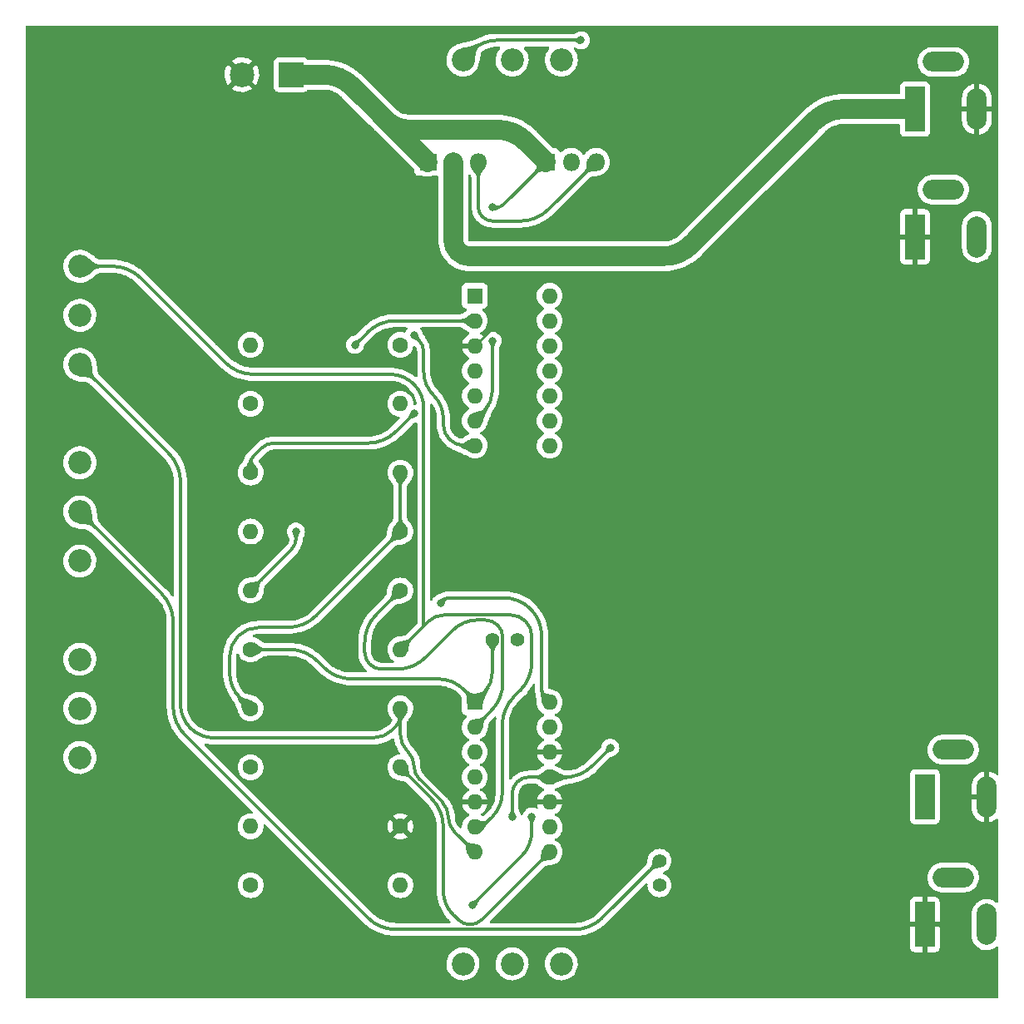
<source format=gbr>
G04 #@! TF.GenerationSoftware,KiCad,Pcbnew,(6.0.8)*
G04 #@! TF.CreationDate,2022-11-06T18:51:42+02:00*
G04 #@! TF.ProjectId,PIDController - Copy,50494443-6f6e-4747-926f-6c6c6572202d,rev?*
G04 #@! TF.SameCoordinates,Original*
G04 #@! TF.FileFunction,Copper,L2,Bot*
G04 #@! TF.FilePolarity,Positive*
%FSLAX46Y46*%
G04 Gerber Fmt 4.6, Leading zero omitted, Abs format (unit mm)*
G04 Created by KiCad (PCBNEW (6.0.8)) date 2022-11-06 18:51:42*
%MOMM*%
%LPD*%
G01*
G04 APERTURE LIST*
G04 #@! TA.AperFunction,ComponentPad*
%ADD10C,1.600000*%
G04 #@! TD*
G04 #@! TA.AperFunction,ComponentPad*
%ADD11O,1.600000X1.600000*%
G04 #@! TD*
G04 #@! TA.AperFunction,ComponentPad*
%ADD12R,2.000000X4.600000*%
G04 #@! TD*
G04 #@! TA.AperFunction,ComponentPad*
%ADD13O,2.000000X4.200000*%
G04 #@! TD*
G04 #@! TA.AperFunction,ComponentPad*
%ADD14O,4.200000X2.000000*%
G04 #@! TD*
G04 #@! TA.AperFunction,ComponentPad*
%ADD15C,2.340000*%
G04 #@! TD*
G04 #@! TA.AperFunction,ComponentPad*
%ADD16R,2.500000X2.500000*%
G04 #@! TD*
G04 #@! TA.AperFunction,ComponentPad*
%ADD17C,2.500000*%
G04 #@! TD*
G04 #@! TA.AperFunction,ComponentPad*
%ADD18C,1.400000*%
G04 #@! TD*
G04 #@! TA.AperFunction,ComponentPad*
%ADD19R,1.600000X1.600000*%
G04 #@! TD*
G04 #@! TA.AperFunction,ComponentPad*
%ADD20R,1.800000X1.800000*%
G04 #@! TD*
G04 #@! TA.AperFunction,ComponentPad*
%ADD21O,1.800000X1.800000*%
G04 #@! TD*
G04 #@! TA.AperFunction,ViaPad*
%ADD22C,0.800000*%
G04 #@! TD*
G04 #@! TA.AperFunction,ViaPad*
%ADD23C,1.600000*%
G04 #@! TD*
G04 #@! TA.AperFunction,Conductor*
%ADD24C,0.300000*%
G04 #@! TD*
G04 #@! TA.AperFunction,Conductor*
%ADD25C,0.250000*%
G04 #@! TD*
G04 #@! TA.AperFunction,Conductor*
%ADD26C,2.000000*%
G04 #@! TD*
G04 APERTURE END LIST*
D10*
G04 #@! TO.P,R5,1*
G04 #@! TO.N,Net-(R5-Pad1)*
X40380000Y-56000000D03*
D11*
G04 #@! TO.P,R5,2*
G04 #@! TO.N,Net-(C1-Pad1)*
X55620000Y-56000000D03*
G04 #@! TD*
D12*
G04 #@! TO.P,J2,1*
G04 #@! TO.N,GND*
X109000000Y-109000000D03*
D13*
G04 #@! TO.P,J2,2*
G04 #@! TO.N,-12V*
X115300000Y-109000000D03*
D14*
G04 #@! TO.P,J2,3*
G04 #@! TO.N,N/C*
X111900000Y-104200000D03*
G04 #@! TD*
D15*
G04 #@! TO.P,RV4,1,1*
G04 #@! TO.N,Net-(R6-Pad2)*
X23000000Y-42000000D03*
G04 #@! TO.P,RV4,2,2*
G04 #@! TO.N,Net-(R7-Pad2)*
X23000000Y-47000000D03*
G04 #@! TO.P,RV4,3,3*
X23000000Y-52000000D03*
G04 #@! TD*
D10*
G04 #@! TO.P,R1,1*
G04 #@! TO.N,Net-(R1-Pad1)*
X40380000Y-105000000D03*
D11*
G04 #@! TO.P,R1,2*
G04 #@! TO.N,InputSignal*
X55620000Y-105000000D03*
G04 #@! TD*
D12*
G04 #@! TO.P,J1,1*
G04 #@! TO.N,+12V*
X109000000Y-96000000D03*
D13*
G04 #@! TO.P,J1,2*
G04 #@! TO.N,GND*
X115300000Y-96000000D03*
D14*
G04 #@! TO.P,J1,3*
G04 #@! TO.N,N/C*
X111900000Y-91200000D03*
G04 #@! TD*
D15*
G04 #@! TO.P,RV3,1,1*
G04 #@! TO.N,Net-(C2-Pad1)*
X23000000Y-62000000D03*
G04 #@! TO.P,RV3,2,2*
X23000000Y-67000000D03*
G04 #@! TO.P,RV3,3,3*
G04 #@! TO.N,Net-(R5-Pad1)*
X23000000Y-72000000D03*
G04 #@! TD*
D10*
G04 #@! TO.P,R3,1*
G04 #@! TO.N,GND*
X55620000Y-99000000D03*
D11*
G04 #@! TO.P,R3,2*
G04 #@! TO.N,Net-(R1-Pad1)*
X40380000Y-99000000D03*
G04 #@! TD*
D12*
G04 #@! TO.P,J4,1*
G04 #@! TO.N,Net-(J4-Pad1)*
X108000000Y-26000000D03*
D13*
G04 #@! TO.P,J4,2*
G04 #@! TO.N,GND*
X114300000Y-26000000D03*
D14*
G04 #@! TO.P,J4,3*
G04 #@! TO.N,N/C*
X110900000Y-21200000D03*
G04 #@! TD*
D12*
G04 #@! TO.P,J5,1*
G04 #@! TO.N,GND*
X108000000Y-39000000D03*
D13*
G04 #@! TO.P,J5,2*
G04 #@! TO.N,Net-(J5-Pad2)*
X114300000Y-39000000D03*
D14*
G04 #@! TO.P,J5,3*
G04 #@! TO.N,N/C*
X110900000Y-34200000D03*
G04 #@! TD*
D10*
G04 #@! TO.P,R6,1*
G04 #@! TO.N,Net-(C1-Pad1)*
X40380000Y-81000000D03*
D11*
G04 #@! TO.P,R6,2*
G04 #@! TO.N,Net-(R6-Pad2)*
X55620000Y-81000000D03*
G04 #@! TD*
D16*
G04 #@! TO.P,M1,1,+*
G04 #@! TO.N,MotorInput*
X44500000Y-22500000D03*
D17*
G04 #@! TO.P,M1,2,-*
G04 #@! TO.N,GND*
X39500000Y-22500000D03*
G04 #@! TD*
D15*
G04 #@! TO.P,RV5,1,1*
G04 #@! TO.N,Net-(C1-Pad2)*
X23000000Y-82000000D03*
G04 #@! TO.P,RV5,2,2*
G04 #@! TO.N,Net-(R9-Pad2)*
X23000000Y-87000000D03*
G04 #@! TO.P,RV5,3,3*
X23000000Y-92000000D03*
G04 #@! TD*
D10*
G04 #@! TO.P,R10,1*
G04 #@! TO.N,Net-(R10-Pad1)*
X40380000Y-63000000D03*
D11*
G04 #@! TO.P,R10,2*
G04 #@! TO.N,Net-(R10-Pad2)*
X55620000Y-63000000D03*
G04 #@! TD*
D18*
G04 #@! TO.P,C2,1*
G04 #@! TO.N,Net-(C2-Pad1)*
X82000000Y-102500000D03*
G04 #@! TO.P,C2,2*
G04 #@! TO.N,Net-(C2-Pad2)*
X82000000Y-105000000D03*
G04 #@! TD*
D15*
G04 #@! TO.P,RV1,1,1*
G04 #@! TO.N,+12V*
X62000000Y-113000000D03*
G04 #@! TO.P,RV1,2,2*
G04 #@! TO.N,InputSignal*
X67000000Y-113000000D03*
G04 #@! TO.P,RV1,3,3*
G04 #@! TO.N,-12V*
X72000000Y-113000000D03*
G04 #@! TD*
D19*
G04 #@! TO.P,U2,1*
G04 #@! TO.N,Net-(R10-Pad1)*
X63200000Y-45000000D03*
D11*
G04 #@! TO.P,U2,2,-*
G04 #@! TO.N,Net-(R10-Pad2)*
X63200000Y-47540000D03*
G04 #@! TO.P,U2,3,+*
G04 #@! TO.N,GND*
X63200000Y-50080000D03*
G04 #@! TO.P,U2,4,V+*
G04 #@! TO.N,+12V*
X63200000Y-52620000D03*
G04 #@! TO.P,U2,5,+*
G04 #@! TO.N,Net-(R10-Pad1)*
X63200000Y-55160000D03*
G04 #@! TO.P,U2,6,-*
G04 #@! TO.N,MotorInput*
X63200000Y-57700000D03*
G04 #@! TO.P,U2,7*
G04 #@! TO.N,Net-(Q1-Pad3)*
X63200000Y-60240000D03*
G04 #@! TO.P,U2,8*
G04 #@! TO.N,unconnected-(U2-Pad8)*
X70820000Y-60240000D03*
G04 #@! TO.P,U2,9,-*
G04 #@! TO.N,unconnected-(U2-Pad9)*
X70820000Y-57700000D03*
G04 #@! TO.P,U2,10,+*
G04 #@! TO.N,unconnected-(U2-Pad10)*
X70820000Y-55160000D03*
G04 #@! TO.P,U2,11,V-*
G04 #@! TO.N,-12V*
X70820000Y-52620000D03*
G04 #@! TO.P,U2,12,+*
G04 #@! TO.N,unconnected-(U2-Pad12)*
X70820000Y-50080000D03*
G04 #@! TO.P,U2,13,-*
G04 #@! TO.N,unconnected-(U2-Pad13)*
X70820000Y-47540000D03*
G04 #@! TO.P,U2,14*
G04 #@! TO.N,unconnected-(U2-Pad14)*
X70820000Y-45000000D03*
G04 #@! TD*
D10*
G04 #@! TO.P,R9,1*
G04 #@! TO.N,Net-(R10-Pad2)*
X55620000Y-69000000D03*
D11*
G04 #@! TO.P,R9,2*
G04 #@! TO.N,Net-(R9-Pad2)*
X40380000Y-69000000D03*
G04 #@! TD*
D10*
G04 #@! TO.P,R7,1*
G04 #@! TO.N,Net-(R10-Pad2)*
X40380000Y-87000000D03*
D11*
G04 #@! TO.P,R7,2*
G04 #@! TO.N,Net-(R7-Pad2)*
X55620000Y-87000000D03*
G04 #@! TD*
D20*
G04 #@! TO.P,Q2,1,E*
G04 #@! TO.N,MotorInput*
X70460000Y-31375000D03*
D21*
G04 #@! TO.P,Q2,2,C*
G04 #@! TO.N,Net-(J5-Pad2)*
X73000000Y-31375000D03*
G04 #@! TO.P,Q2,3,B*
G04 #@! TO.N,Net-(Q1-Pad3)*
X75540000Y-31375000D03*
G04 #@! TD*
D10*
G04 #@! TO.P,R8,1*
G04 #@! TO.N,Net-(R10-Pad2)*
X40380000Y-93000000D03*
D11*
G04 #@! TO.P,R8,2*
G04 #@! TO.N,Net-(C2-Pad2)*
X55620000Y-93000000D03*
G04 #@! TD*
D10*
G04 #@! TO.P,R4,1*
G04 #@! TO.N,Net-(C1-Pad1)*
X55620000Y-50000000D03*
D11*
G04 #@! TO.P,R4,2*
G04 #@! TO.N,Net-(R2-Pad1)*
X40380000Y-50000000D03*
G04 #@! TD*
D10*
G04 #@! TO.P,R2,1*
G04 #@! TO.N,Net-(R2-Pad1)*
X55620000Y-75000000D03*
D11*
G04 #@! TO.P,R2,2*
G04 #@! TO.N,FeedbackSignal*
X40380000Y-75000000D03*
G04 #@! TD*
D20*
G04 #@! TO.P,Q1,1,E*
G04 #@! TO.N,MotorInput*
X58460000Y-31375000D03*
D21*
G04 #@! TO.P,Q1,2,C*
G04 #@! TO.N,Net-(J4-Pad1)*
X61000000Y-31375000D03*
G04 #@! TO.P,Q1,3,B*
G04 #@! TO.N,Net-(Q1-Pad3)*
X63540000Y-31375000D03*
G04 #@! TD*
D15*
G04 #@! TO.P,RV2,1,1*
G04 #@! TO.N,+12V*
X72000000Y-21000000D03*
G04 #@! TO.P,RV2,2,2*
G04 #@! TO.N,FeedbackSignal*
X67000000Y-21000000D03*
G04 #@! TO.P,RV2,3,3*
G04 #@! TO.N,-12V*
X62000000Y-21000000D03*
G04 #@! TD*
D19*
G04 #@! TO.P,U1,1*
G04 #@! TO.N,Net-(C1-Pad1)*
X63200000Y-86375000D03*
D11*
G04 #@! TO.P,U1,2,-*
G04 #@! TO.N,Net-(R2-Pad1)*
X63200000Y-88915000D03*
G04 #@! TO.P,U1,3,+*
G04 #@! TO.N,Net-(R1-Pad1)*
X63200000Y-91455000D03*
G04 #@! TO.P,U1,4,V+*
G04 #@! TO.N,+12V*
X63200000Y-93995000D03*
G04 #@! TO.P,U1,5,+*
G04 #@! TO.N,GND*
X63200000Y-96535000D03*
G04 #@! TO.P,U1,6,-*
G04 #@! TO.N,Net-(R6-Pad2)*
X63200000Y-99075000D03*
G04 #@! TO.P,U1,7*
G04 #@! TO.N,Net-(R7-Pad2)*
X63200000Y-101615000D03*
G04 #@! TO.P,U1,8*
G04 #@! TO.N,Net-(C2-Pad2)*
X70820000Y-101615000D03*
G04 #@! TO.P,U1,9,-*
G04 #@! TO.N,Net-(C2-Pad1)*
X70820000Y-99075000D03*
G04 #@! TO.P,U1,10,+*
G04 #@! TO.N,GND*
X70820000Y-96535000D03*
G04 #@! TO.P,U1,11,V-*
G04 #@! TO.N,-12V*
X70820000Y-93995000D03*
G04 #@! TO.P,U1,12,+*
G04 #@! TO.N,GND*
X70820000Y-91455000D03*
G04 #@! TO.P,U1,13,-*
G04 #@! TO.N,Net-(C1-Pad2)*
X70820000Y-88915000D03*
G04 #@! TO.P,U1,14*
G04 #@! TO.N,Net-(R9-Pad2)*
X70820000Y-86375000D03*
G04 #@! TD*
D18*
G04 #@! TO.P,C1,1*
G04 #@! TO.N,Net-(C1-Pad1)*
X65000000Y-80000000D03*
G04 #@! TO.P,C1,2*
G04 #@! TO.N,Net-(C1-Pad2)*
X67500000Y-80000000D03*
G04 #@! TD*
D22*
G04 #@! TO.N,+12V*
X69000000Y-98000000D03*
X63000000Y-107000000D03*
D23*
G04 #@! TO.N,GND*
X87000000Y-47000000D03*
X92000000Y-22000000D03*
X57000000Y-102000000D03*
X82000000Y-37000000D03*
X87000000Y-97000000D03*
X22000000Y-97000000D03*
X112000000Y-97000000D03*
X22000000Y-27000000D03*
X42000000Y-27000000D03*
X97000000Y-102000000D03*
X92000000Y-102000000D03*
X92000000Y-92000000D03*
X32000000Y-37000000D03*
X87000000Y-22000000D03*
X37000000Y-47000000D03*
X97000000Y-97000000D03*
X32000000Y-112000000D03*
X42000000Y-42000000D03*
X72000000Y-72000000D03*
X92000000Y-52000000D03*
X107000000Y-52000000D03*
X52000000Y-112000000D03*
X22000000Y-32000000D03*
X87000000Y-102000000D03*
X97000000Y-37000000D03*
X27000000Y-107000000D03*
X102000000Y-37000000D03*
X22000000Y-107000000D03*
X87000000Y-107000000D03*
X92000000Y-107000000D03*
X22000000Y-102000000D03*
X37000000Y-97000000D03*
X47000000Y-62000000D03*
X92000000Y-97000000D03*
X42000000Y-32000000D03*
X87000000Y-82000000D03*
X47000000Y-27000000D03*
X27000000Y-37000000D03*
X32000000Y-52000000D03*
X27000000Y-62000000D03*
X102000000Y-102000000D03*
X47000000Y-57000000D03*
X57000000Y-22000000D03*
X97000000Y-32000000D03*
X47000000Y-107000000D03*
X27000000Y-22000000D03*
X47000000Y-87000000D03*
X102000000Y-97000000D03*
X77000000Y-47000000D03*
X42000000Y-37000000D03*
X22000000Y-37000000D03*
X62000000Y-72000000D03*
X107000000Y-87000000D03*
X62000000Y-67000000D03*
X42000000Y-47000000D03*
X47000000Y-112000000D03*
X102000000Y-22000000D03*
X107000000Y-77000000D03*
X87000000Y-87000000D03*
X27000000Y-32000000D03*
X82000000Y-32000000D03*
X82000000Y-97000000D03*
X32000000Y-27000000D03*
X97000000Y-92000000D03*
X37000000Y-77000000D03*
X52000000Y-67000000D03*
X42000000Y-102000000D03*
X87000000Y-32000000D03*
X52000000Y-47000000D03*
X47000000Y-67000000D03*
X107000000Y-57000000D03*
X107000000Y-102000000D03*
X87000000Y-27000000D03*
X107000000Y-82000000D03*
X27000000Y-67000000D03*
X27000000Y-92000000D03*
X92000000Y-47000000D03*
X102000000Y-92000000D03*
X32000000Y-22000000D03*
X112000000Y-107000000D03*
X77000000Y-27000000D03*
X37000000Y-62000000D03*
X107000000Y-92000000D03*
X37000000Y-42000000D03*
X102000000Y-47000000D03*
X87000000Y-52000000D03*
X47000000Y-47000000D03*
X32000000Y-107000000D03*
X97000000Y-47000000D03*
X37000000Y-87000000D03*
X27000000Y-87000000D03*
X87000000Y-92000000D03*
X102000000Y-107000000D03*
X102000000Y-52000000D03*
X92000000Y-87000000D03*
X37000000Y-67000000D03*
X52000000Y-87000000D03*
X22000000Y-57000000D03*
X102000000Y-32000000D03*
X107000000Y-47000000D03*
X92000000Y-27000000D03*
X82000000Y-87000000D03*
X77000000Y-52000000D03*
X42000000Y-112000000D03*
X92000000Y-37000000D03*
X27000000Y-112000000D03*
X82000000Y-22000000D03*
X82000000Y-27000000D03*
X67000000Y-52000000D03*
X97000000Y-22000000D03*
X57000000Y-112000000D03*
X32000000Y-32000000D03*
X37000000Y-37000000D03*
X82000000Y-92000000D03*
X37000000Y-112000000D03*
X47000000Y-42000000D03*
X52000000Y-102000000D03*
X77000000Y-22000000D03*
X37000000Y-72000000D03*
X107000000Y-22000000D03*
X27000000Y-47000000D03*
X27000000Y-97000000D03*
X37000000Y-107000000D03*
X97000000Y-87000000D03*
X47000000Y-32000000D03*
X52000000Y-92000000D03*
X102000000Y-87000000D03*
X32000000Y-97000000D03*
X32000000Y-92000000D03*
X77000000Y-97000000D03*
X82000000Y-82000000D03*
X72000000Y-27000000D03*
X32000000Y-42000000D03*
X82000000Y-52000000D03*
X107000000Y-32000000D03*
X47000000Y-92000000D03*
X37000000Y-102000000D03*
X52000000Y-37000000D03*
X72000000Y-67000000D03*
X97000000Y-107000000D03*
X37000000Y-32000000D03*
X97000000Y-52000000D03*
X27000000Y-52000000D03*
X52000000Y-42000000D03*
X37000000Y-27000000D03*
X97000000Y-82000000D03*
X32000000Y-102000000D03*
X92000000Y-82000000D03*
X102000000Y-82000000D03*
X27000000Y-27000000D03*
X82000000Y-47000000D03*
X27000000Y-102000000D03*
D22*
G04 #@! TO.N,-12V*
X74000000Y-19000000D03*
X77000000Y-91000000D03*
X67000000Y-98000000D03*
G04 #@! TO.N,MotorInput*
X65000000Y-36000000D03*
X65000500Y-49580023D03*
G04 #@! TO.N,Net-(Q1-Pad3)*
X57000000Y-49000000D03*
G04 #@! TO.N,FeedbackSignal*
X45000000Y-69000000D03*
G04 #@! TO.N,Net-(R10-Pad2)*
X51000000Y-50000000D03*
G04 #@! TO.N,Net-(R9-Pad2)*
X59750000Y-76250000D03*
G04 #@! TO.N,Net-(R10-Pad1)*
X57000000Y-57000000D03*
G04 #@! TD*
D24*
G04 #@! TO.N,Net-(C1-Pad1)*
X63261871Y-86313128D02*
X64100000Y-85475000D01*
X50690472Y-84000000D02*
X59444365Y-84000000D01*
X47804655Y-82804655D02*
X47195344Y-82195344D01*
X63138128Y-86138128D02*
X62100000Y-85100000D01*
X44309527Y-81000000D02*
X40380000Y-81000000D01*
X65000000Y-83302207D02*
X65000000Y-80000000D01*
X63261819Y-86313076D02*
G75*
G02*
X63200000Y-86287500I-25619J25576D01*
G01*
X44309527Y-80999992D02*
G75*
G02*
X47195344Y-82195344I-27J-4081208D01*
G01*
X59444365Y-84000015D02*
G75*
G02*
X62100000Y-85100000I35J-3755585D01*
G01*
X50690472Y-84000008D02*
G75*
G02*
X47804655Y-82804655I28J4081208D01*
G01*
X63199983Y-86287500D02*
G75*
G03*
X63138128Y-86138128I-211283J0D01*
G01*
X64099998Y-85474998D02*
G75*
G03*
X65000000Y-83302207I-2172798J2172798D01*
G01*
G04 #@! TO.N,Net-(C2-Pad1)*
X31304655Y-75304655D02*
X23000000Y-67000000D01*
X52304655Y-108304655D02*
X33695344Y-89695344D01*
X32500000Y-78190472D02*
X32500000Y-86809527D01*
X76195344Y-108304655D02*
X82000000Y-102500000D01*
X73309527Y-109500000D02*
X55190472Y-109500000D01*
X33695345Y-89695343D02*
G75*
G02*
X32500000Y-86809527I2885805J2885813D01*
G01*
X73309527Y-109500007D02*
G75*
G03*
X76195344Y-108304655I-27J4081207D01*
G01*
X32500008Y-78190472D02*
G75*
G03*
X31304655Y-75304655I-4081208J-28D01*
G01*
X55190472Y-109500008D02*
G75*
G02*
X52304655Y-108304655I28J4081208D01*
G01*
G04 #@! TO.N,Net-(C2-Pad2)*
X63942349Y-108492650D02*
X70820000Y-101615000D01*
X58804655Y-96184655D02*
X55620000Y-93000000D01*
X61000000Y-108000000D02*
X61492650Y-108492650D01*
X60000000Y-99070472D02*
X60000000Y-105585786D01*
X60000008Y-99070472D02*
G75*
G03*
X58804655Y-96184655I-4081208J-28D01*
G01*
X62717500Y-108999998D02*
G75*
G03*
X63942348Y-108492649I0J1732198D01*
G01*
X60999996Y-108000004D02*
G75*
G02*
X60000000Y-105585786I2414204J2414204D01*
G01*
X62717500Y-108999999D02*
G75*
G02*
X61492650Y-108492650I0J1732199D01*
G01*
G04 #@! TO.N,+12V*
X69000000Y-99500000D02*
X69000000Y-98000000D01*
X67939339Y-102060660D02*
X63000000Y-107000000D01*
X67939335Y-102060656D02*
G75*
G03*
X69000000Y-99500000I-2560635J2560656D01*
G01*
G04 #@! TO.N,GND*
X108000000Y-41700000D02*
X108000000Y-39000000D01*
D25*
X66540000Y-47400000D02*
X67200000Y-47400000D01*
X65413309Y-47866690D02*
X63200000Y-50080000D01*
X65413306Y-47866687D02*
G75*
G02*
X66540000Y-47400000I1126694J-1126713D01*
G01*
D24*
G04 #@! TO.N,-12V*
X68715642Y-93995000D02*
X70820000Y-93995000D01*
X63000000Y-20000000D02*
X62000000Y-21000000D01*
X67000000Y-95710642D02*
X67000000Y-98000000D01*
X65414213Y-19000000D02*
X74000000Y-19000000D01*
X70820000Y-93995000D02*
X72412500Y-93995000D01*
X77000000Y-91000000D02*
X75131067Y-92868932D01*
X62999996Y-19999996D02*
G75*
G02*
X65414213Y-19000000I2414204J-2414204D01*
G01*
X67000018Y-95710642D02*
G75*
G02*
X67502500Y-94497500I1715582J42D01*
G01*
X67502488Y-94497488D02*
G75*
G02*
X68715642Y-93995000I1213112J-1213112D01*
G01*
X72412500Y-93995009D02*
G75*
G03*
X75131067Y-92868932I0J3844609D01*
G01*
D26*
G04 #@! TO.N,MotorInput*
X56618763Y-28100000D02*
X65494527Y-28100000D01*
D24*
X65000000Y-54627207D02*
X65000000Y-49580876D01*
D26*
X54068750Y-27043750D02*
X58400000Y-31375000D01*
X54068750Y-27043750D02*
X53633819Y-26608819D01*
X54068750Y-27043750D02*
X51956250Y-24931250D01*
D24*
X65000500Y-49580023D02*
X65000250Y-49580273D01*
D26*
X51956250Y-24931250D02*
X53633819Y-26608819D01*
D24*
X65000000Y-36000000D02*
X65417500Y-36000000D01*
D26*
X47834527Y-22500000D02*
X44500000Y-22500000D01*
X70378786Y-31293786D02*
X68380344Y-29295344D01*
D24*
X64100000Y-56800000D02*
X63200000Y-57700000D01*
D26*
X70400000Y-31345000D02*
X70400000Y-31375000D01*
X50720344Y-23695344D02*
X51956250Y-24931250D01*
D24*
X66130217Y-35704782D02*
X70460000Y-31375000D01*
X65417500Y-36000009D02*
G75*
G03*
X66130217Y-35704782I0J1007909D01*
G01*
D26*
X65494527Y-28099992D02*
G75*
G02*
X68380344Y-29295344I-27J-4081208D01*
G01*
X54084642Y-27026594D02*
G75*
G02*
X53633819Y-26608819I1019657182J1100768418D01*
G01*
X70400007Y-31345000D02*
G75*
G03*
X70378785Y-31293787I-72407J0D01*
G01*
X47834527Y-22499992D02*
G75*
G02*
X50720344Y-23695344I-27J-4081208D01*
G01*
D24*
X64999966Y-49580875D02*
G75*
G02*
X65000250Y-49580273I834J-25D01*
G01*
D26*
X56618763Y-28100015D02*
G75*
G02*
X54068750Y-27043750I37J3606315D01*
G01*
D24*
X64099998Y-56799998D02*
G75*
G03*
X65000000Y-54627207I-2172798J2172798D01*
G01*
D26*
G04 #@! TO.N,Net-(J4-Pad1)*
X62707106Y-41000000D02*
X82309527Y-41000000D01*
X100690472Y-26000000D02*
X108000000Y-26000000D01*
X61000000Y-39292893D02*
X61000000Y-31375000D01*
X97804655Y-27195344D02*
X85195344Y-39804655D01*
X61499998Y-40500002D02*
G75*
G02*
X61000000Y-39292893I1207102J1207102D01*
G01*
X82309527Y-41000007D02*
G75*
G03*
X85195344Y-39804655I-27J4081207D01*
G01*
X97804661Y-27195350D02*
G75*
G02*
X100690472Y-26000000I2885839J-2885850D01*
G01*
X62707106Y-40999997D02*
G75*
G02*
X61500000Y-40500000I-6J1707097D01*
G01*
D24*
G04 #@! TO.N,Net-(Q1-Pad3)*
X62116812Y-60240000D02*
X63200000Y-60240000D01*
X65008111Y-37400000D02*
X67824527Y-37400000D01*
X60000000Y-58123187D02*
X60000000Y-57540559D01*
X70710344Y-36204655D02*
X75540000Y-31375000D01*
X63540000Y-35931888D02*
X63540000Y-31375000D01*
X58000000Y-50707106D02*
X58000000Y-52712132D01*
X57500000Y-49500000D02*
X57000000Y-49000000D01*
X63969997Y-36970003D02*
G75*
G02*
X63540000Y-35931888I1038103J1038103D01*
G01*
X60000032Y-57540559D02*
G75*
G03*
X59000000Y-55126346I-3414232J-41D01*
G01*
X57999997Y-50707106D02*
G75*
G03*
X57500000Y-49500000I-1707097J6D01*
G01*
X62116812Y-60239994D02*
G75*
G02*
X60620001Y-59619999I-12J2116794D01*
G01*
X60619996Y-59620004D02*
G75*
G02*
X60000000Y-58123187I1496804J1496804D01*
G01*
X59000019Y-55126327D02*
G75*
G02*
X58000000Y-52712132I2414181J2414227D01*
G01*
X65008111Y-37399995D02*
G75*
G02*
X63970000Y-36970000I-11J1468095D01*
G01*
X67824527Y-37400007D02*
G75*
G03*
X70710344Y-36204655I-27J4081207D01*
G01*
G04 #@! TO.N,FeedbackSignal*
X44512096Y-70867903D02*
X40380000Y-75000000D01*
X45000000Y-69690000D02*
X45000000Y-69000000D01*
X44512095Y-70867902D02*
G75*
G03*
X45000000Y-69690000I-1177895J1177902D01*
G01*
G04 #@! TO.N,Net-(R2-Pad1)*
X60939339Y-79060660D02*
X58195344Y-81804655D01*
X64854655Y-87260344D02*
X63200000Y-88915000D01*
X63500000Y-78000000D02*
X64257537Y-78000000D01*
X53707106Y-83000000D02*
X55309527Y-83000000D01*
X53195010Y-77424989D02*
X55620000Y-75000000D01*
X66050000Y-79792462D02*
X66050000Y-84374527D01*
X52000000Y-81292893D02*
X52000000Y-80310000D01*
X53707106Y-82999997D02*
G75*
G02*
X52500000Y-82500000I-6J1707097D01*
G01*
X55309527Y-83000007D02*
G75*
G03*
X58195344Y-81804655I-27J4081207D01*
G01*
X60939344Y-79060665D02*
G75*
G02*
X63500000Y-78000000I2560656J-2560635D01*
G01*
X64854650Y-87260339D02*
G75*
G03*
X66050000Y-84374527I-2885850J2885839D01*
G01*
X64257537Y-77999985D02*
G75*
G02*
X65525000Y-78525000I-37J-1792515D01*
G01*
X66050015Y-79792462D02*
G75*
G03*
X65525000Y-78525000I-1792515J-38D01*
G01*
X52499998Y-82500002D02*
G75*
G02*
X52000000Y-81292893I1207102J1207102D01*
G01*
X51999994Y-80310000D02*
G75*
G02*
X53195011Y-77424990I4080006J0D01*
G01*
G04 #@! TO.N,Net-(R6-Pad2)*
X57715000Y-78905000D02*
X55620000Y-81000000D01*
X66000000Y-95585786D02*
X66000000Y-88690472D01*
X69000000Y-82309527D02*
X69000000Y-79633883D01*
X37804655Y-51804655D02*
X29195344Y-43195344D01*
X67804655Y-85195344D02*
X67195344Y-85804655D01*
X63328033Y-99000000D02*
X63637500Y-99000000D01*
X57905000Y-78715000D02*
X58465000Y-78155000D01*
X26309527Y-42000000D02*
X23000000Y-42000000D01*
X60046309Y-77500000D02*
X66866116Y-77500000D01*
X40690472Y-53000000D02*
X54585786Y-53000000D01*
X64256326Y-98743673D02*
X65000000Y-98000000D01*
X63237500Y-99037500D02*
X63200000Y-99075000D01*
X57905000Y-78715000D02*
X57715000Y-78905000D01*
X58000000Y-78485649D02*
X58000000Y-56414213D01*
X57715000Y-78905000D02*
X57905000Y-78715000D01*
X54585786Y-53000006D02*
G75*
G02*
X57000000Y-54000000I14J-3414194D01*
G01*
X58464997Y-78154997D02*
G75*
G02*
X60046309Y-77500000I1581303J-1581303D01*
G01*
X65000004Y-98000004D02*
G75*
G03*
X66000000Y-95585786I-2414204J2414204D01*
G01*
X40690472Y-53000008D02*
G75*
G02*
X37804655Y-51804655I28J4081208D01*
G01*
X66866116Y-77499994D02*
G75*
G02*
X68374999Y-78125001I-16J-2133906D01*
G01*
X26309527Y-41999992D02*
G75*
G02*
X29195344Y-43195344I-27J-4081208D01*
G01*
X67804650Y-85195339D02*
G75*
G03*
X69000000Y-82309527I-2885850J2885839D01*
G01*
X57904985Y-78714985D02*
G75*
G03*
X58000000Y-78485649I-229385J229385D01*
G01*
X65999992Y-88690472D02*
G75*
G02*
X67195345Y-85804656I4081208J-28D01*
G01*
X57999994Y-56414213D02*
G75*
G03*
X57000000Y-54000000I-3414194J13D01*
G01*
X63637500Y-98999985D02*
G75*
G03*
X64256326Y-98743673I0J875185D01*
G01*
X69000006Y-79633883D02*
G75*
G03*
X68374999Y-78125001I-2133906J-17D01*
G01*
X57905000Y-78715000D02*
G75*
G02*
X57905000Y-78715000I0J0D01*
G01*
X63237490Y-99037490D02*
G75*
G02*
X63328033Y-99000000I90510J-90510D01*
G01*
G04 #@! TO.N,Net-(R10-Pad2)*
X52264655Y-48735344D02*
X51000000Y-50000000D01*
X55620000Y-69000000D02*
X47065344Y-77554655D01*
X38250000Y-81737436D02*
X38250000Y-83363862D01*
X44179527Y-78750000D02*
X41237436Y-78750000D01*
X55620000Y-69000000D02*
X55620000Y-63000000D01*
X39315000Y-85935000D02*
X40380000Y-87000000D01*
X55150472Y-47540000D02*
X63200000Y-47540000D01*
X52264661Y-48735350D02*
G75*
G02*
X55150472Y-47540000I2885839J-2885850D01*
G01*
X39124989Y-79624989D02*
G75*
G02*
X41237436Y-78750000I2112411J-2112411D01*
G01*
X38250016Y-81737436D02*
G75*
G02*
X39125001Y-79625001I2987384J36D01*
G01*
X39315001Y-85934999D02*
G75*
G02*
X38250000Y-83363862I2571139J2571139D01*
G01*
X44179527Y-78750007D02*
G75*
G03*
X47065344Y-77554655I-27J4081207D01*
G01*
G04 #@! TO.N,Net-(R7-Pad2)*
X57591457Y-94264351D02*
X59884072Y-96556965D01*
X52854487Y-90000000D02*
X36664213Y-90000000D01*
X55132096Y-88867903D02*
X54810000Y-89190000D01*
X32054655Y-61054655D02*
X23000000Y-52000000D01*
X33250000Y-86585786D02*
X33250000Y-63940472D01*
X61115927Y-99530927D02*
X63200000Y-101615000D01*
X56408542Y-91408542D02*
X56310000Y-91310000D01*
X55620000Y-87690000D02*
X55620000Y-87000000D01*
X55620000Y-87000000D02*
X55620000Y-89644192D01*
X57591423Y-94264385D02*
G75*
G02*
X57000000Y-92836447I1427977J1427885D01*
G01*
X52854487Y-89999994D02*
G75*
G03*
X54810000Y-89190000I13J2765494D01*
G01*
X33250008Y-63940472D02*
G75*
G03*
X32054655Y-61054655I-4081208J-28D01*
G01*
X36664213Y-89999994D02*
G75*
G02*
X34250000Y-89000000I-13J3414194D01*
G01*
X55132095Y-88867902D02*
G75*
G03*
X55620000Y-87690000I-1177895J1177902D01*
G01*
X60499969Y-98043946D02*
G75*
G03*
X59884071Y-96556966I-2102869J46D01*
G01*
X56999955Y-92836447D02*
G75*
G03*
X56408542Y-91408542I-2019355J47D01*
G01*
X34249996Y-89000004D02*
G75*
G02*
X33250000Y-86585786I2414204J2414204D01*
G01*
X56309998Y-91310002D02*
G75*
G02*
X55620000Y-89644192I1665802J1665802D01*
G01*
X61115952Y-99530902D02*
G75*
G02*
X60500000Y-98043946I1486948J1487002D01*
G01*
G04 #@! TO.N,Net-(R9-Pad2)*
X60000000Y-76000000D02*
X59750000Y-76250000D01*
X70410000Y-85965000D02*
X70820000Y-86375000D01*
X60603553Y-75750000D02*
X66159009Y-75750000D01*
X70000000Y-84975172D02*
X70000000Y-79590990D01*
X70000004Y-79590990D02*
G75*
G03*
X68875000Y-76875000I-3841004J-10D01*
G01*
X66159009Y-75749996D02*
G75*
G02*
X68875000Y-76875000I-9J-3841004D01*
G01*
X70409992Y-85965008D02*
G75*
G02*
X70000000Y-84975172I989808J989808D01*
G01*
X59999984Y-75999984D02*
G75*
G02*
X60603553Y-75750000I603516J-603516D01*
G01*
G04 #@! TO.N,Net-(R10-Pad1)*
X41500000Y-60500000D02*
X41310000Y-60690000D01*
X57000000Y-57000000D02*
X55195344Y-58804655D01*
X40380000Y-62058406D02*
X40380000Y-63000000D01*
X41310000Y-60690000D02*
X40690000Y-61310000D01*
X42707106Y-60000000D02*
X52309527Y-60000000D01*
X41499998Y-60499998D02*
G75*
G02*
X42707106Y-60000000I1207102J-1207102D01*
G01*
X40380003Y-62058406D02*
G75*
G02*
X40690000Y-61310000I1058397J6D01*
G01*
X52309527Y-60000007D02*
G75*
G03*
X55195344Y-58804655I-27J4081207D01*
G01*
G04 #@! TD*
G04 #@! TA.AperFunction,Conductor*
G04 #@! TO.N,GND*
G36*
X116433621Y-17528502D02*
G01*
X116480114Y-17582158D01*
X116491500Y-17634500D01*
X116491500Y-93660599D01*
X116471498Y-93728720D01*
X116417842Y-93775213D01*
X116347568Y-93785317D01*
X116285524Y-93757963D01*
X116167346Y-93660890D01*
X116159064Y-93655134D01*
X115958081Y-93538159D01*
X115948976Y-93533797D01*
X115731885Y-93450463D01*
X115722196Y-93447612D01*
X115571736Y-93416179D01*
X115557675Y-93417302D01*
X115554000Y-93427410D01*
X115554000Y-98570590D01*
X115558136Y-98584676D01*
X115571114Y-98586725D01*
X115588830Y-98584675D01*
X115598727Y-98582715D01*
X115822494Y-98519396D01*
X115831938Y-98515884D01*
X116042705Y-98417601D01*
X116051471Y-98412622D01*
X116243802Y-98281913D01*
X116251677Y-98275581D01*
X116278927Y-98249812D01*
X116342165Y-98217540D01*
X116412811Y-98224580D01*
X116468437Y-98268697D01*
X116491500Y-98341360D01*
X116491500Y-106659950D01*
X116471498Y-106728071D01*
X116417842Y-106774564D01*
X116347568Y-106784668D01*
X116285524Y-106757315D01*
X116244993Y-106724022D01*
X116163722Y-106657266D01*
X115953922Y-106535159D01*
X115819725Y-106483646D01*
X115732022Y-106449980D01*
X115732018Y-106449979D01*
X115727298Y-106448167D01*
X115722348Y-106447133D01*
X115722345Y-106447132D01*
X115494631Y-106399560D01*
X115494627Y-106399560D01*
X115489680Y-106398526D01*
X115247183Y-106387514D01*
X115242163Y-106388095D01*
X115242159Y-106388095D01*
X115011071Y-106414833D01*
X115011067Y-106414834D01*
X115006044Y-106415415D01*
X115001180Y-106416791D01*
X115001177Y-106416792D01*
X114896718Y-106446351D01*
X114772468Y-106481510D01*
X114767892Y-106483644D01*
X114767886Y-106483646D01*
X114557046Y-106581962D01*
X114557042Y-106581964D01*
X114552464Y-106584099D01*
X114351693Y-106720544D01*
X114175319Y-106887332D01*
X114172241Y-106891358D01*
X114172240Y-106891359D01*
X114030953Y-107076154D01*
X114030950Y-107076158D01*
X114027880Y-107080174D01*
X113913169Y-107294109D01*
X113834138Y-107523631D01*
X113792821Y-107762836D01*
X113791500Y-107791925D01*
X113791500Y-110161001D01*
X113806060Y-110341965D01*
X113863963Y-110577706D01*
X113958812Y-110801156D01*
X114088167Y-111006567D01*
X114091512Y-111010361D01*
X114245350Y-111184858D01*
X114245353Y-111184861D01*
X114248698Y-111188655D01*
X114252606Y-111191865D01*
X114252607Y-111191866D01*
X114413409Y-111323949D01*
X114436278Y-111342734D01*
X114471614Y-111363300D01*
X114578223Y-111425348D01*
X114646078Y-111464841D01*
X114650801Y-111466654D01*
X114867978Y-111550020D01*
X114867982Y-111550021D01*
X114872702Y-111551833D01*
X114877652Y-111552867D01*
X114877655Y-111552868D01*
X115105369Y-111600440D01*
X115105373Y-111600440D01*
X115110320Y-111601474D01*
X115352817Y-111612486D01*
X115357837Y-111611905D01*
X115357841Y-111611905D01*
X115588929Y-111585167D01*
X115588933Y-111585166D01*
X115593956Y-111584585D01*
X115598820Y-111583209D01*
X115598823Y-111583208D01*
X115822669Y-111519866D01*
X115822668Y-111519866D01*
X115827532Y-111518490D01*
X115832108Y-111516356D01*
X115832114Y-111516354D01*
X116042954Y-111418038D01*
X116042958Y-111418036D01*
X116047536Y-111415901D01*
X116248307Y-111279456D01*
X116251986Y-111275977D01*
X116251991Y-111275973D01*
X116278927Y-111250501D01*
X116342165Y-111218229D01*
X116412811Y-111225269D01*
X116468437Y-111269386D01*
X116491500Y-111342049D01*
X116491500Y-116365500D01*
X116471498Y-116433621D01*
X116417842Y-116480114D01*
X116365500Y-116491500D01*
X17634500Y-116491500D01*
X17566379Y-116471498D01*
X17519886Y-116417842D01*
X17508500Y-116365500D01*
X17508500Y-112955939D01*
X60317370Y-112955939D01*
X60329339Y-113205131D01*
X60378010Y-113449818D01*
X60462314Y-113684622D01*
X60580398Y-113904386D01*
X60729668Y-114104283D01*
X60906844Y-114279921D01*
X60910606Y-114282679D01*
X60910609Y-114282682D01*
X61100265Y-114421742D01*
X61108036Y-114427440D01*
X61112171Y-114429616D01*
X61112175Y-114429618D01*
X61228009Y-114490561D01*
X61328823Y-114543602D01*
X61564354Y-114625853D01*
X61568947Y-114626725D01*
X61804867Y-114671516D01*
X61804870Y-114671516D01*
X61809456Y-114672387D01*
X61934100Y-114677285D01*
X62054075Y-114681999D01*
X62054081Y-114681999D01*
X62058743Y-114682182D01*
X62156134Y-114671516D01*
X62302087Y-114655532D01*
X62302092Y-114655531D01*
X62306740Y-114655022D01*
X62311264Y-114653831D01*
X62543476Y-114592694D01*
X62543478Y-114592693D01*
X62547999Y-114591503D01*
X62552296Y-114589657D01*
X62772924Y-114494868D01*
X62772926Y-114494867D01*
X62777218Y-114493023D01*
X62887667Y-114424675D01*
X62985391Y-114364202D01*
X62985395Y-114364199D01*
X62989364Y-114361743D01*
X63179775Y-114200548D01*
X63261316Y-114107569D01*
X63341187Y-114016494D01*
X63341191Y-114016489D01*
X63344269Y-114012979D01*
X63479231Y-113803157D01*
X63581697Y-113575691D01*
X63582967Y-113571188D01*
X63648146Y-113340082D01*
X63648147Y-113340079D01*
X63649416Y-113335578D01*
X63680900Y-113088092D01*
X63683207Y-113000000D01*
X63679933Y-112955939D01*
X65317370Y-112955939D01*
X65329339Y-113205131D01*
X65378010Y-113449818D01*
X65462314Y-113684622D01*
X65580398Y-113904386D01*
X65729668Y-114104283D01*
X65906844Y-114279921D01*
X65910606Y-114282679D01*
X65910609Y-114282682D01*
X66100265Y-114421742D01*
X66108036Y-114427440D01*
X66112171Y-114429616D01*
X66112175Y-114429618D01*
X66228009Y-114490561D01*
X66328823Y-114543602D01*
X66564354Y-114625853D01*
X66568947Y-114626725D01*
X66804867Y-114671516D01*
X66804870Y-114671516D01*
X66809456Y-114672387D01*
X66934100Y-114677285D01*
X67054075Y-114681999D01*
X67054081Y-114681999D01*
X67058743Y-114682182D01*
X67156134Y-114671516D01*
X67302087Y-114655532D01*
X67302092Y-114655531D01*
X67306740Y-114655022D01*
X67311264Y-114653831D01*
X67543476Y-114592694D01*
X67543478Y-114592693D01*
X67547999Y-114591503D01*
X67552296Y-114589657D01*
X67772924Y-114494868D01*
X67772926Y-114494867D01*
X67777218Y-114493023D01*
X67887667Y-114424675D01*
X67985391Y-114364202D01*
X67985395Y-114364199D01*
X67989364Y-114361743D01*
X68179775Y-114200548D01*
X68261316Y-114107569D01*
X68341187Y-114016494D01*
X68341191Y-114016489D01*
X68344269Y-114012979D01*
X68479231Y-113803157D01*
X68581697Y-113575691D01*
X68582967Y-113571188D01*
X68648146Y-113340082D01*
X68648147Y-113340079D01*
X68649416Y-113335578D01*
X68680900Y-113088092D01*
X68683207Y-113000000D01*
X68679933Y-112955939D01*
X70317370Y-112955939D01*
X70329339Y-113205131D01*
X70378010Y-113449818D01*
X70462314Y-113684622D01*
X70580398Y-113904386D01*
X70729668Y-114104283D01*
X70906844Y-114279921D01*
X70910606Y-114282679D01*
X70910609Y-114282682D01*
X71100265Y-114421742D01*
X71108036Y-114427440D01*
X71112171Y-114429616D01*
X71112175Y-114429618D01*
X71228009Y-114490561D01*
X71328823Y-114543602D01*
X71564354Y-114625853D01*
X71568947Y-114626725D01*
X71804867Y-114671516D01*
X71804870Y-114671516D01*
X71809456Y-114672387D01*
X71934100Y-114677285D01*
X72054075Y-114681999D01*
X72054081Y-114681999D01*
X72058743Y-114682182D01*
X72156134Y-114671516D01*
X72302087Y-114655532D01*
X72302092Y-114655531D01*
X72306740Y-114655022D01*
X72311264Y-114653831D01*
X72543476Y-114592694D01*
X72543478Y-114592693D01*
X72547999Y-114591503D01*
X72552296Y-114589657D01*
X72772924Y-114494868D01*
X72772926Y-114494867D01*
X72777218Y-114493023D01*
X72887667Y-114424675D01*
X72985391Y-114364202D01*
X72985395Y-114364199D01*
X72989364Y-114361743D01*
X73179775Y-114200548D01*
X73261316Y-114107569D01*
X73341187Y-114016494D01*
X73341191Y-114016489D01*
X73344269Y-114012979D01*
X73479231Y-113803157D01*
X73581697Y-113575691D01*
X73582967Y-113571188D01*
X73648146Y-113340082D01*
X73648147Y-113340079D01*
X73649416Y-113335578D01*
X73680900Y-113088092D01*
X73683207Y-113000000D01*
X73664718Y-112751206D01*
X73609659Y-112507878D01*
X73607966Y-112503524D01*
X73520931Y-112279714D01*
X73520930Y-112279712D01*
X73519238Y-112275361D01*
X73395442Y-112058763D01*
X73240990Y-111862842D01*
X73059276Y-111691902D01*
X72902594Y-111583208D01*
X72858130Y-111552362D01*
X72858125Y-111552359D01*
X72854292Y-111549700D01*
X72850110Y-111547637D01*
X72850102Y-111547633D01*
X72634728Y-111441423D01*
X72634725Y-111441422D01*
X72630540Y-111439358D01*
X72392937Y-111363300D01*
X72388330Y-111362550D01*
X72388327Y-111362549D01*
X72278539Y-111344669D01*
X107492001Y-111344669D01*
X107492371Y-111351490D01*
X107497895Y-111402352D01*
X107501521Y-111417604D01*
X107546676Y-111538054D01*
X107555214Y-111553649D01*
X107631715Y-111655724D01*
X107644276Y-111668285D01*
X107746351Y-111744786D01*
X107761946Y-111753324D01*
X107882394Y-111798478D01*
X107897649Y-111802105D01*
X107948514Y-111807631D01*
X107955328Y-111808000D01*
X108727885Y-111808000D01*
X108743124Y-111803525D01*
X108744329Y-111802135D01*
X108746000Y-111794452D01*
X108746000Y-111789884D01*
X109254000Y-111789884D01*
X109258475Y-111805123D01*
X109259865Y-111806328D01*
X109267548Y-111807999D01*
X110044669Y-111807999D01*
X110051490Y-111807629D01*
X110102352Y-111802105D01*
X110117604Y-111798479D01*
X110238054Y-111753324D01*
X110253649Y-111744786D01*
X110355724Y-111668285D01*
X110368285Y-111655724D01*
X110444786Y-111553649D01*
X110453324Y-111538054D01*
X110498478Y-111417606D01*
X110502105Y-111402351D01*
X110507631Y-111351486D01*
X110508000Y-111344672D01*
X110508000Y-109272115D01*
X110503525Y-109256876D01*
X110502135Y-109255671D01*
X110494452Y-109254000D01*
X109272115Y-109254000D01*
X109256876Y-109258475D01*
X109255671Y-109259865D01*
X109254000Y-109267548D01*
X109254000Y-111789884D01*
X108746000Y-111789884D01*
X108746000Y-109272115D01*
X108741525Y-109256876D01*
X108740135Y-109255671D01*
X108732452Y-109254000D01*
X107510116Y-109254000D01*
X107494877Y-109258475D01*
X107493672Y-109259865D01*
X107492001Y-109267548D01*
X107492001Y-111344669D01*
X72278539Y-111344669D01*
X72151312Y-111323949D01*
X72151313Y-111323949D01*
X72146701Y-111323198D01*
X72025753Y-111321615D01*
X71901920Y-111319994D01*
X71901917Y-111319994D01*
X71897243Y-111319933D01*
X71650042Y-111353575D01*
X71645556Y-111354883D01*
X71645554Y-111354883D01*
X71616677Y-111363300D01*
X71410528Y-111423387D01*
X71183965Y-111527834D01*
X71180056Y-111530397D01*
X70979242Y-111662056D01*
X70979237Y-111662060D01*
X70975329Y-111664622D01*
X70885512Y-111744786D01*
X70815103Y-111807629D01*
X70789202Y-111830746D01*
X70629675Y-112022557D01*
X70500252Y-112235840D01*
X70403775Y-112465911D01*
X70402624Y-112470443D01*
X70402623Y-112470446D01*
X70393117Y-112507878D01*
X70342365Y-112707714D01*
X70317370Y-112955939D01*
X68679933Y-112955939D01*
X68664718Y-112751206D01*
X68609659Y-112507878D01*
X68607966Y-112503524D01*
X68520931Y-112279714D01*
X68520930Y-112279712D01*
X68519238Y-112275361D01*
X68395442Y-112058763D01*
X68240990Y-111862842D01*
X68059276Y-111691902D01*
X67902594Y-111583208D01*
X67858130Y-111552362D01*
X67858125Y-111552359D01*
X67854292Y-111549700D01*
X67850110Y-111547637D01*
X67850102Y-111547633D01*
X67634728Y-111441423D01*
X67634725Y-111441422D01*
X67630540Y-111439358D01*
X67392937Y-111363300D01*
X67388330Y-111362550D01*
X67388327Y-111362549D01*
X67151312Y-111323949D01*
X67151313Y-111323949D01*
X67146701Y-111323198D01*
X67025753Y-111321615D01*
X66901920Y-111319994D01*
X66901917Y-111319994D01*
X66897243Y-111319933D01*
X66650042Y-111353575D01*
X66645556Y-111354883D01*
X66645554Y-111354883D01*
X66616677Y-111363300D01*
X66410528Y-111423387D01*
X66183965Y-111527834D01*
X66180056Y-111530397D01*
X65979242Y-111662056D01*
X65979237Y-111662060D01*
X65975329Y-111664622D01*
X65885512Y-111744786D01*
X65815103Y-111807629D01*
X65789202Y-111830746D01*
X65629675Y-112022557D01*
X65500252Y-112235840D01*
X65403775Y-112465911D01*
X65402624Y-112470443D01*
X65402623Y-112470446D01*
X65393117Y-112507878D01*
X65342365Y-112707714D01*
X65317370Y-112955939D01*
X63679933Y-112955939D01*
X63664718Y-112751206D01*
X63609659Y-112507878D01*
X63607966Y-112503524D01*
X63520931Y-112279714D01*
X63520930Y-112279712D01*
X63519238Y-112275361D01*
X63395442Y-112058763D01*
X63240990Y-111862842D01*
X63059276Y-111691902D01*
X62902594Y-111583208D01*
X62858130Y-111552362D01*
X62858125Y-111552359D01*
X62854292Y-111549700D01*
X62850110Y-111547637D01*
X62850102Y-111547633D01*
X62634728Y-111441423D01*
X62634725Y-111441422D01*
X62630540Y-111439358D01*
X62392937Y-111363300D01*
X62388330Y-111362550D01*
X62388327Y-111362549D01*
X62151312Y-111323949D01*
X62151313Y-111323949D01*
X62146701Y-111323198D01*
X62025753Y-111321615D01*
X61901920Y-111319994D01*
X61901917Y-111319994D01*
X61897243Y-111319933D01*
X61650042Y-111353575D01*
X61645556Y-111354883D01*
X61645554Y-111354883D01*
X61616677Y-111363300D01*
X61410528Y-111423387D01*
X61183965Y-111527834D01*
X61180056Y-111530397D01*
X60979242Y-111662056D01*
X60979237Y-111662060D01*
X60975329Y-111664622D01*
X60885512Y-111744786D01*
X60815103Y-111807629D01*
X60789202Y-111830746D01*
X60629675Y-112022557D01*
X60500252Y-112235840D01*
X60403775Y-112465911D01*
X60402624Y-112470443D01*
X60402623Y-112470446D01*
X60393117Y-112507878D01*
X60342365Y-112707714D01*
X60317370Y-112955939D01*
X17508500Y-112955939D01*
X17508500Y-105000000D01*
X39066502Y-105000000D01*
X39086457Y-105228087D01*
X39087881Y-105233400D01*
X39087881Y-105233402D01*
X39135094Y-105409600D01*
X39145716Y-105449243D01*
X39148039Y-105454224D01*
X39148039Y-105454225D01*
X39240151Y-105651762D01*
X39240154Y-105651767D01*
X39242477Y-105656749D01*
X39373802Y-105844300D01*
X39535700Y-106006198D01*
X39540208Y-106009355D01*
X39540211Y-106009357D01*
X39577503Y-106035469D01*
X39723251Y-106137523D01*
X39728233Y-106139846D01*
X39728238Y-106139849D01*
X39925775Y-106231961D01*
X39930757Y-106234284D01*
X39936065Y-106235706D01*
X39936067Y-106235707D01*
X40146598Y-106292119D01*
X40146600Y-106292119D01*
X40151913Y-106293543D01*
X40380000Y-106313498D01*
X40608087Y-106293543D01*
X40613400Y-106292119D01*
X40613402Y-106292119D01*
X40823933Y-106235707D01*
X40823935Y-106235706D01*
X40829243Y-106234284D01*
X40834225Y-106231961D01*
X41031762Y-106139849D01*
X41031767Y-106139846D01*
X41036749Y-106137523D01*
X41182497Y-106035469D01*
X41219789Y-106009357D01*
X41219792Y-106009355D01*
X41224300Y-106006198D01*
X41386198Y-105844300D01*
X41517523Y-105656749D01*
X41519846Y-105651767D01*
X41519849Y-105651762D01*
X41611961Y-105454225D01*
X41611961Y-105454224D01*
X41614284Y-105449243D01*
X41624907Y-105409600D01*
X41672119Y-105233402D01*
X41672119Y-105233400D01*
X41673543Y-105228087D01*
X41693498Y-105000000D01*
X41673543Y-104771913D01*
X41633466Y-104622345D01*
X41615707Y-104556067D01*
X41615706Y-104556065D01*
X41614284Y-104550757D01*
X41590067Y-104498823D01*
X41519849Y-104348238D01*
X41519846Y-104348233D01*
X41517523Y-104343251D01*
X41386198Y-104155700D01*
X41224300Y-103993802D01*
X41219792Y-103990645D01*
X41219789Y-103990643D01*
X41092018Y-103901177D01*
X41036749Y-103862477D01*
X41031767Y-103860154D01*
X41031762Y-103860151D01*
X40834225Y-103768039D01*
X40834224Y-103768039D01*
X40829243Y-103765716D01*
X40823935Y-103764294D01*
X40823933Y-103764293D01*
X40613402Y-103707881D01*
X40613400Y-103707881D01*
X40608087Y-103706457D01*
X40380000Y-103686502D01*
X40151913Y-103706457D01*
X40146600Y-103707881D01*
X40146598Y-103707881D01*
X39936067Y-103764293D01*
X39936065Y-103764294D01*
X39930757Y-103765716D01*
X39925776Y-103768039D01*
X39925775Y-103768039D01*
X39728238Y-103860151D01*
X39728233Y-103860154D01*
X39723251Y-103862477D01*
X39667982Y-103901177D01*
X39540211Y-103990643D01*
X39540208Y-103990645D01*
X39535700Y-103993802D01*
X39373802Y-104155700D01*
X39242477Y-104343251D01*
X39240154Y-104348233D01*
X39240151Y-104348238D01*
X39169933Y-104498823D01*
X39145716Y-104550757D01*
X39144294Y-104556065D01*
X39144293Y-104556067D01*
X39126534Y-104622345D01*
X39086457Y-104771913D01*
X39066502Y-105000000D01*
X17508500Y-105000000D01*
X17508500Y-91955939D01*
X21317370Y-91955939D01*
X21317594Y-91960606D01*
X21317594Y-91960611D01*
X21321779Y-92047743D01*
X21329339Y-92205131D01*
X21378010Y-92449818D01*
X21462314Y-92684622D01*
X21580398Y-92904386D01*
X21583193Y-92908130D01*
X21583195Y-92908132D01*
X21622144Y-92960291D01*
X21729668Y-93104283D01*
X21906844Y-93279921D01*
X21910606Y-93282679D01*
X21910609Y-93282682D01*
X22022413Y-93364659D01*
X22108036Y-93427440D01*
X22112171Y-93429616D01*
X22112175Y-93429618D01*
X22209084Y-93480604D01*
X22328823Y-93543602D01*
X22564354Y-93625853D01*
X22568947Y-93626725D01*
X22804867Y-93671516D01*
X22804870Y-93671516D01*
X22809456Y-93672387D01*
X22934099Y-93677284D01*
X23054075Y-93681999D01*
X23054081Y-93681999D01*
X23058743Y-93682182D01*
X23156134Y-93671516D01*
X23302087Y-93655532D01*
X23302092Y-93655531D01*
X23306740Y-93655022D01*
X23311264Y-93653831D01*
X23543476Y-93592694D01*
X23543478Y-93592693D01*
X23547999Y-93591503D01*
X23552296Y-93589657D01*
X23772924Y-93494868D01*
X23772926Y-93494867D01*
X23777218Y-93493023D01*
X23899609Y-93417285D01*
X23985391Y-93364202D01*
X23985395Y-93364199D01*
X23989364Y-93361743D01*
X24043582Y-93315844D01*
X24176209Y-93203567D01*
X24176210Y-93203566D01*
X24179775Y-93200548D01*
X24264001Y-93104507D01*
X24341187Y-93016494D01*
X24341191Y-93016489D01*
X24344269Y-93012979D01*
X24349991Y-93004084D01*
X24443595Y-92858560D01*
X24479231Y-92803157D01*
X24581697Y-92575691D01*
X24611774Y-92469047D01*
X24648146Y-92340082D01*
X24648147Y-92340079D01*
X24649416Y-92335578D01*
X24660137Y-92251302D01*
X24680502Y-92091222D01*
X24680502Y-92091218D01*
X24680900Y-92088092D01*
X24683207Y-92000000D01*
X24678078Y-91930985D01*
X24665064Y-91755858D01*
X24665063Y-91755854D01*
X24664718Y-91751206D01*
X24609659Y-91507878D01*
X24602290Y-91488929D01*
X24520931Y-91279714D01*
X24520930Y-91279712D01*
X24519238Y-91275361D01*
X24509225Y-91257841D01*
X24415163Y-91093268D01*
X24395442Y-91058763D01*
X24240990Y-90862842D01*
X24059276Y-90691902D01*
X23927957Y-90600803D01*
X23858130Y-90552362D01*
X23858125Y-90552359D01*
X23854292Y-90549700D01*
X23850110Y-90547637D01*
X23850102Y-90547633D01*
X23634728Y-90441423D01*
X23634725Y-90441422D01*
X23630540Y-90439358D01*
X23392937Y-90363300D01*
X23388330Y-90362550D01*
X23388327Y-90362549D01*
X23151312Y-90323949D01*
X23151313Y-90323949D01*
X23146701Y-90323198D01*
X23025753Y-90321615D01*
X22901920Y-90319994D01*
X22901917Y-90319994D01*
X22897243Y-90319933D01*
X22650042Y-90353575D01*
X22645556Y-90354883D01*
X22645554Y-90354883D01*
X22616677Y-90363300D01*
X22410528Y-90423387D01*
X22183965Y-90527834D01*
X22180056Y-90530397D01*
X21979242Y-90662056D01*
X21979237Y-90662060D01*
X21975329Y-90664622D01*
X21941018Y-90695246D01*
X21802627Y-90818764D01*
X21789202Y-90830746D01*
X21629675Y-91022557D01*
X21500252Y-91235840D01*
X21498443Y-91240154D01*
X21498442Y-91240156D01*
X21406055Y-91460475D01*
X21403775Y-91465911D01*
X21402624Y-91470443D01*
X21402623Y-91470446D01*
X21393117Y-91507878D01*
X21342365Y-91707714D01*
X21317370Y-91955939D01*
X17508500Y-91955939D01*
X17508500Y-86955939D01*
X21317370Y-86955939D01*
X21317594Y-86960606D01*
X21317594Y-86960611D01*
X21319749Y-87005475D01*
X21329339Y-87205131D01*
X21378010Y-87449818D01*
X21462314Y-87684622D01*
X21580398Y-87904386D01*
X21583193Y-87908130D01*
X21583195Y-87908132D01*
X21613302Y-87948450D01*
X21729668Y-88104283D01*
X21906844Y-88279921D01*
X21910606Y-88282679D01*
X21910609Y-88282682D01*
X22062383Y-88393966D01*
X22108036Y-88427440D01*
X22112171Y-88429616D01*
X22112175Y-88429618D01*
X22180864Y-88465757D01*
X22328823Y-88543602D01*
X22385101Y-88563255D01*
X22554478Y-88622404D01*
X22564354Y-88625853D01*
X22568947Y-88626725D01*
X22804867Y-88671516D01*
X22804870Y-88671516D01*
X22809456Y-88672387D01*
X22934099Y-88677284D01*
X23054075Y-88681999D01*
X23054081Y-88681999D01*
X23058743Y-88682182D01*
X23156134Y-88671516D01*
X23302087Y-88655532D01*
X23302092Y-88655531D01*
X23306740Y-88655022D01*
X23311264Y-88653831D01*
X23543476Y-88592694D01*
X23543478Y-88592693D01*
X23547999Y-88591503D01*
X23652514Y-88546600D01*
X23772924Y-88494868D01*
X23772926Y-88494867D01*
X23777218Y-88493023D01*
X23870804Y-88435110D01*
X23985391Y-88364202D01*
X23985395Y-88364199D01*
X23989364Y-88361743D01*
X24004564Y-88348875D01*
X24176209Y-88203567D01*
X24176210Y-88203566D01*
X24179775Y-88200548D01*
X24253235Y-88116783D01*
X24341187Y-88016494D01*
X24341191Y-88016489D01*
X24344269Y-88012979D01*
X24351138Y-88002301D01*
X24452767Y-87844300D01*
X24479231Y-87803157D01*
X24581697Y-87575691D01*
X24615952Y-87454233D01*
X24648146Y-87340082D01*
X24648147Y-87340079D01*
X24649416Y-87335578D01*
X24655810Y-87285316D01*
X24680502Y-87091222D01*
X24680502Y-87091218D01*
X24680900Y-87088092D01*
X24681190Y-87077042D01*
X24682506Y-87026762D01*
X24683207Y-87000000D01*
X24672498Y-86855896D01*
X24665064Y-86755858D01*
X24665063Y-86755854D01*
X24664718Y-86751206D01*
X24609659Y-86507878D01*
X24597292Y-86476076D01*
X24520931Y-86279714D01*
X24520930Y-86279712D01*
X24519238Y-86275361D01*
X24395442Y-86058763D01*
X24240990Y-85862842D01*
X24059276Y-85691902D01*
X23881913Y-85568861D01*
X23858130Y-85552362D01*
X23858125Y-85552359D01*
X23854292Y-85549700D01*
X23850110Y-85547637D01*
X23850102Y-85547633D01*
X23634728Y-85441423D01*
X23634725Y-85441422D01*
X23630540Y-85439358D01*
X23392937Y-85363300D01*
X23388330Y-85362550D01*
X23388327Y-85362549D01*
X23151312Y-85323949D01*
X23151313Y-85323949D01*
X23146701Y-85323198D01*
X23025753Y-85321615D01*
X22901920Y-85319994D01*
X22901917Y-85319994D01*
X22897243Y-85319933D01*
X22650042Y-85353575D01*
X22645556Y-85354883D01*
X22645554Y-85354883D01*
X22593474Y-85370063D01*
X22410528Y-85423387D01*
X22406275Y-85425347D01*
X22406274Y-85425348D01*
X22378971Y-85437935D01*
X22183965Y-85527834D01*
X22158728Y-85544380D01*
X21979242Y-85662056D01*
X21979237Y-85662060D01*
X21975329Y-85664622D01*
X21928993Y-85705978D01*
X21859460Y-85768039D01*
X21789202Y-85830746D01*
X21629675Y-86022557D01*
X21500252Y-86235840D01*
X21498443Y-86240154D01*
X21498442Y-86240156D01*
X21426201Y-86412432D01*
X21403775Y-86465911D01*
X21402624Y-86470443D01*
X21402623Y-86470446D01*
X21379020Y-86563386D01*
X21342365Y-86707714D01*
X21317370Y-86955939D01*
X17508500Y-86955939D01*
X17508500Y-81955939D01*
X21317370Y-81955939D01*
X21317594Y-81960606D01*
X21317594Y-81960611D01*
X21321987Y-82052064D01*
X21329339Y-82205131D01*
X21378010Y-82449818D01*
X21462314Y-82684622D01*
X21580398Y-82904386D01*
X21583193Y-82908130D01*
X21583195Y-82908132D01*
X21606088Y-82938789D01*
X21729668Y-83104283D01*
X21906844Y-83279921D01*
X21910606Y-83282679D01*
X21910609Y-83282682D01*
X22027894Y-83368678D01*
X22108036Y-83427440D01*
X22112171Y-83429616D01*
X22112175Y-83429618D01*
X22221731Y-83487258D01*
X22328823Y-83543602D01*
X22431611Y-83579497D01*
X22545641Y-83619318D01*
X22564354Y-83625853D01*
X22568947Y-83626725D01*
X22804867Y-83671516D01*
X22804870Y-83671516D01*
X22809456Y-83672387D01*
X22934099Y-83677284D01*
X23054075Y-83681999D01*
X23054081Y-83681999D01*
X23058743Y-83682182D01*
X23156134Y-83671516D01*
X23302087Y-83655532D01*
X23302092Y-83655531D01*
X23306740Y-83655022D01*
X23311264Y-83653831D01*
X23543476Y-83592694D01*
X23543478Y-83592693D01*
X23547999Y-83591503D01*
X23592181Y-83572521D01*
X23772924Y-83494868D01*
X23772926Y-83494867D01*
X23777218Y-83493023D01*
X23887667Y-83424675D01*
X23985391Y-83364202D01*
X23985395Y-83364199D01*
X23989364Y-83361743D01*
X24018946Y-83336700D01*
X24176209Y-83203567D01*
X24176210Y-83203566D01*
X24179775Y-83200548D01*
X24239024Y-83132988D01*
X24341187Y-83016494D01*
X24341191Y-83016489D01*
X24344269Y-83012979D01*
X24363390Y-82983253D01*
X24476703Y-82807087D01*
X24479231Y-82803157D01*
X24581697Y-82575691D01*
X24596273Y-82524007D01*
X24648146Y-82340082D01*
X24648147Y-82340079D01*
X24649416Y-82335578D01*
X24654703Y-82294022D01*
X24680502Y-82091222D01*
X24680502Y-82091218D01*
X24680900Y-82088092D01*
X24681064Y-82081849D01*
X24682970Y-82009039D01*
X24683207Y-82000000D01*
X24676463Y-81909251D01*
X24665064Y-81755858D01*
X24665063Y-81755854D01*
X24664718Y-81751206D01*
X24609659Y-81507878D01*
X24596009Y-81472777D01*
X24520931Y-81279714D01*
X24520930Y-81279712D01*
X24519238Y-81275361D01*
X24512320Y-81263256D01*
X24442661Y-81141379D01*
X24395442Y-81058763D01*
X24240990Y-80862842D01*
X24076796Y-80708383D01*
X24062682Y-80695106D01*
X24059276Y-80691902D01*
X23886129Y-80571786D01*
X23858130Y-80552362D01*
X23858125Y-80552359D01*
X23854292Y-80549700D01*
X23850110Y-80547637D01*
X23850102Y-80547633D01*
X23634728Y-80441423D01*
X23634725Y-80441422D01*
X23630540Y-80439358D01*
X23625155Y-80437634D01*
X23580647Y-80423387D01*
X23392937Y-80363300D01*
X23388330Y-80362550D01*
X23388327Y-80362549D01*
X23151312Y-80323949D01*
X23151313Y-80323949D01*
X23146701Y-80323198D01*
X23025753Y-80321615D01*
X22901920Y-80319994D01*
X22901917Y-80319994D01*
X22897243Y-80319933D01*
X22650042Y-80353575D01*
X22645556Y-80354883D01*
X22645554Y-80354883D01*
X22616677Y-80363300D01*
X22410528Y-80423387D01*
X22183965Y-80527834D01*
X22149002Y-80550757D01*
X21979242Y-80662056D01*
X21979237Y-80662060D01*
X21975329Y-80664622D01*
X21937873Y-80698053D01*
X21805826Y-80815909D01*
X21789202Y-80830746D01*
X21629675Y-81022557D01*
X21500252Y-81235840D01*
X21498443Y-81240154D01*
X21498442Y-81240156D01*
X21406178Y-81460181D01*
X21403775Y-81465911D01*
X21402624Y-81470443D01*
X21402623Y-81470446D01*
X21379458Y-81561660D01*
X21342365Y-81707714D01*
X21317370Y-81955939D01*
X17508500Y-81955939D01*
X17508500Y-71955939D01*
X21317370Y-71955939D01*
X21329339Y-72205131D01*
X21378010Y-72449818D01*
X21462314Y-72684622D01*
X21580398Y-72904386D01*
X21729668Y-73104283D01*
X21906844Y-73279921D01*
X21910606Y-73282679D01*
X21910609Y-73282682D01*
X22100265Y-73421742D01*
X22108036Y-73427440D01*
X22112171Y-73429616D01*
X22112175Y-73429618D01*
X22227005Y-73490033D01*
X22328823Y-73543602D01*
X22432493Y-73579805D01*
X22554813Y-73622521D01*
X22564354Y-73625853D01*
X22568947Y-73626725D01*
X22804867Y-73671516D01*
X22804870Y-73671516D01*
X22809456Y-73672387D01*
X22934100Y-73677285D01*
X23054075Y-73681999D01*
X23054081Y-73681999D01*
X23058743Y-73682182D01*
X23156134Y-73671516D01*
X23302087Y-73655532D01*
X23302092Y-73655531D01*
X23306740Y-73655022D01*
X23311264Y-73653831D01*
X23543476Y-73592694D01*
X23543478Y-73592693D01*
X23547999Y-73591503D01*
X23575227Y-73579805D01*
X23772924Y-73494868D01*
X23772926Y-73494867D01*
X23777218Y-73493023D01*
X23932249Y-73397087D01*
X23985391Y-73364202D01*
X23985395Y-73364199D01*
X23989364Y-73361743D01*
X24179775Y-73200548D01*
X24261316Y-73107569D01*
X24341187Y-73016494D01*
X24341191Y-73016489D01*
X24344269Y-73012979D01*
X24479231Y-72803157D01*
X24581697Y-72575691D01*
X24582967Y-72571188D01*
X24648146Y-72340082D01*
X24648147Y-72340079D01*
X24649416Y-72335578D01*
X24680900Y-72088092D01*
X24683207Y-72000000D01*
X24664718Y-71751206D01*
X24609659Y-71507878D01*
X24607966Y-71503524D01*
X24520931Y-71279714D01*
X24520930Y-71279712D01*
X24519238Y-71275361D01*
X24395442Y-71058763D01*
X24240990Y-70862842D01*
X24059276Y-70691902D01*
X23926631Y-70599883D01*
X23858130Y-70552362D01*
X23858125Y-70552359D01*
X23854292Y-70549700D01*
X23850110Y-70547637D01*
X23850102Y-70547633D01*
X23634728Y-70441423D01*
X23634725Y-70441422D01*
X23630540Y-70439358D01*
X23392937Y-70363300D01*
X23388330Y-70362550D01*
X23388327Y-70362549D01*
X23151312Y-70323949D01*
X23151313Y-70323949D01*
X23146701Y-70323198D01*
X23025753Y-70321615D01*
X22901920Y-70319994D01*
X22901917Y-70319994D01*
X22897243Y-70319933D01*
X22650042Y-70353575D01*
X22645556Y-70354883D01*
X22645554Y-70354883D01*
X22616677Y-70363300D01*
X22410528Y-70423387D01*
X22183965Y-70527834D01*
X22180056Y-70530397D01*
X21979242Y-70662056D01*
X21979237Y-70662060D01*
X21975329Y-70664622D01*
X21789202Y-70830746D01*
X21629675Y-71022557D01*
X21500252Y-71235840D01*
X21498443Y-71240154D01*
X21498442Y-71240156D01*
X21447640Y-71361306D01*
X21403775Y-71465911D01*
X21402624Y-71470443D01*
X21402623Y-71470446D01*
X21393117Y-71507878D01*
X21342365Y-71707714D01*
X21317370Y-71955939D01*
X17508500Y-71955939D01*
X17508500Y-66955939D01*
X21317370Y-66955939D01*
X21317594Y-66960606D01*
X21317594Y-66960611D01*
X21319321Y-66996557D01*
X21329339Y-67205131D01*
X21378010Y-67449818D01*
X21462314Y-67684622D01*
X21580398Y-67904386D01*
X21583193Y-67908130D01*
X21583195Y-67908132D01*
X21620873Y-67958589D01*
X21729668Y-68104283D01*
X21906844Y-68279921D01*
X21910606Y-68282679D01*
X21910609Y-68282682D01*
X22065411Y-68396186D01*
X22108036Y-68427440D01*
X22112171Y-68429616D01*
X22112175Y-68429618D01*
X22186599Y-68468774D01*
X22328823Y-68543602D01*
X22411007Y-68572302D01*
X22436787Y-68581305D01*
X22447469Y-68585592D01*
X22480120Y-68600462D01*
X22544955Y-68619427D01*
X22547992Y-68620315D01*
X22554156Y-68622292D01*
X22564354Y-68625853D01*
X22568955Y-68626727D01*
X22573461Y-68627934D01*
X22573450Y-68627974D01*
X22577547Y-68628960D01*
X22676956Y-68658037D01*
X22712280Y-68668369D01*
X22735772Y-68674641D01*
X22736864Y-68674905D01*
X22761263Y-68680179D01*
X22976853Y-68721326D01*
X22977410Y-68721422D01*
X22977428Y-68721425D01*
X22994909Y-68724430D01*
X22994955Y-68724437D01*
X22995447Y-68724522D01*
X22996290Y-68724651D01*
X23015412Y-68727211D01*
X23212061Y-68749781D01*
X23220510Y-68750680D01*
X23220684Y-68750697D01*
X23220709Y-68750700D01*
X23220796Y-68750708D01*
X23220918Y-68750720D01*
X23221090Y-68750735D01*
X23221142Y-68750740D01*
X23223998Y-68750992D01*
X23230719Y-68751586D01*
X23230906Y-68751601D01*
X23230968Y-68751606D01*
X23408267Y-68765564D01*
X23410377Y-68765748D01*
X23555027Y-68779586D01*
X23564447Y-68780847D01*
X23670843Y-68799201D01*
X23686347Y-68802898D01*
X23771686Y-68829054D01*
X23789741Y-68836150D01*
X23879182Y-68879523D01*
X23895684Y-68889134D01*
X24010651Y-68968333D01*
X24023401Y-68978386D01*
X24118093Y-69063499D01*
X24189971Y-69128107D01*
X24190953Y-69128921D01*
X24190958Y-69128925D01*
X24221787Y-69154470D01*
X24221590Y-69154708D01*
X24232539Y-69163799D01*
X30802492Y-75733752D01*
X30813360Y-75746143D01*
X30830719Y-75768767D01*
X30836644Y-75773514D01*
X30836647Y-75773517D01*
X30848187Y-75782762D01*
X30862765Y-75796479D01*
X31060433Y-76014573D01*
X31068277Y-76024131D01*
X31260987Y-76283969D01*
X31267857Y-76294250D01*
X31434174Y-76571732D01*
X31440002Y-76582637D01*
X31578324Y-76875091D01*
X31583046Y-76886489D01*
X31692042Y-77191108D01*
X31695626Y-77202925D01*
X31773717Y-77514676D01*
X31774235Y-77516745D01*
X31776645Y-77528864D01*
X31821968Y-77834386D01*
X31824117Y-77848874D01*
X31825329Y-77861177D01*
X31836608Y-78090739D01*
X31839395Y-78147465D01*
X31838469Y-78170095D01*
X31838290Y-78171458D01*
X31836700Y-78183531D01*
X31837534Y-78191081D01*
X31840739Y-78220113D01*
X31841500Y-78233941D01*
X31841500Y-86753754D01*
X31840243Y-86771506D01*
X31836809Y-86795635D01*
X31836664Y-86809527D01*
X31837797Y-86818887D01*
X31838610Y-86829053D01*
X31852465Y-87181683D01*
X31852754Y-87184128D01*
X31852755Y-87184136D01*
X31857371Y-87223134D01*
X31896241Y-87551545D01*
X31968901Y-87916833D01*
X31969571Y-87919208D01*
X31969572Y-87919213D01*
X31985302Y-87974987D01*
X32069997Y-88275293D01*
X32198906Y-88624716D01*
X32199936Y-88626951D01*
X32199938Y-88626955D01*
X32353797Y-88960701D01*
X32353804Y-88960714D01*
X32354834Y-88962949D01*
X32536818Y-89287904D01*
X32743737Y-89597580D01*
X32974315Y-89890066D01*
X33148964Y-90078999D01*
X33202894Y-90137340D01*
X33211133Y-90147220D01*
X33216575Y-90154468D01*
X33226295Y-90164394D01*
X33229546Y-90166943D01*
X33251996Y-90184546D01*
X33263345Y-90194605D01*
X40546431Y-97477691D01*
X40580457Y-97540003D01*
X40575392Y-97610818D01*
X40532845Y-97667654D01*
X40466325Y-97692465D01*
X40446355Y-97692307D01*
X40385476Y-97686981D01*
X40385475Y-97686981D01*
X40380000Y-97686502D01*
X40151913Y-97706457D01*
X40146600Y-97707881D01*
X40146598Y-97707881D01*
X39936067Y-97764293D01*
X39936065Y-97764294D01*
X39930757Y-97765716D01*
X39925776Y-97768039D01*
X39925775Y-97768039D01*
X39728238Y-97860151D01*
X39728233Y-97860154D01*
X39723251Y-97862477D01*
X39646230Y-97916408D01*
X39540211Y-97990643D01*
X39540208Y-97990645D01*
X39535700Y-97993802D01*
X39373802Y-98155700D01*
X39370645Y-98160208D01*
X39370643Y-98160211D01*
X39318128Y-98235211D01*
X39242477Y-98343251D01*
X39240154Y-98348233D01*
X39240151Y-98348238D01*
X39161977Y-98515884D01*
X39145716Y-98550757D01*
X39144294Y-98556065D01*
X39144293Y-98556067D01*
X39088008Y-98766124D01*
X39086457Y-98771913D01*
X39066502Y-99000000D01*
X39086457Y-99228087D01*
X39087881Y-99233400D01*
X39087881Y-99233402D01*
X39125025Y-99372022D01*
X39145716Y-99449243D01*
X39148039Y-99454224D01*
X39148039Y-99454225D01*
X39240151Y-99651762D01*
X39240154Y-99651767D01*
X39242477Y-99656749D01*
X39297448Y-99735256D01*
X39336066Y-99790407D01*
X39373802Y-99844300D01*
X39535700Y-100006198D01*
X39540208Y-100009355D01*
X39540211Y-100009357D01*
X39562292Y-100024818D01*
X39723251Y-100137523D01*
X39728233Y-100139846D01*
X39728238Y-100139849D01*
X39923296Y-100230805D01*
X39930757Y-100234284D01*
X39936065Y-100235706D01*
X39936067Y-100235707D01*
X40146598Y-100292119D01*
X40146600Y-100292119D01*
X40151913Y-100293543D01*
X40380000Y-100313498D01*
X40608087Y-100293543D01*
X40613400Y-100292119D01*
X40613402Y-100292119D01*
X40823933Y-100235707D01*
X40823935Y-100235706D01*
X40829243Y-100234284D01*
X40836704Y-100230805D01*
X41031762Y-100139849D01*
X41031767Y-100139846D01*
X41036749Y-100137523D01*
X41197708Y-100024818D01*
X41219789Y-100009357D01*
X41219792Y-100009355D01*
X41224300Y-100006198D01*
X41386198Y-99844300D01*
X41423935Y-99790407D01*
X41462552Y-99735256D01*
X41517523Y-99656749D01*
X41519846Y-99651767D01*
X41519849Y-99651762D01*
X41611961Y-99454225D01*
X41611961Y-99454224D01*
X41614284Y-99449243D01*
X41634976Y-99372022D01*
X41672119Y-99233402D01*
X41672119Y-99233400D01*
X41673543Y-99228087D01*
X41693498Y-99000000D01*
X41687693Y-98933645D01*
X41701682Y-98864040D01*
X41751082Y-98813048D01*
X41820208Y-98796858D01*
X41887113Y-98820611D01*
X41902309Y-98833569D01*
X51799586Y-108730846D01*
X51811251Y-108744288D01*
X51823406Y-108760477D01*
X51825886Y-108763780D01*
X51835606Y-108773705D01*
X51842804Y-108779349D01*
X51843012Y-108779512D01*
X51850794Y-108786139D01*
X52109934Y-109025686D01*
X52402420Y-109256263D01*
X52404481Y-109257640D01*
X52404485Y-109257643D01*
X52419309Y-109267548D01*
X52712095Y-109463181D01*
X53037050Y-109645165D01*
X53039285Y-109646195D01*
X53039298Y-109646202D01*
X53373043Y-109800061D01*
X53375282Y-109801093D01*
X53377593Y-109801946D01*
X53377594Y-109801946D01*
X53722377Y-109929145D01*
X53722388Y-109929149D01*
X53724704Y-109930003D01*
X53727095Y-109930677D01*
X53727094Y-109930677D01*
X54080790Y-110030432D01*
X54080803Y-110030435D01*
X54083164Y-110031101D01*
X54448450Y-110103762D01*
X54450892Y-110104051D01*
X54450898Y-110104052D01*
X54815860Y-110147251D01*
X54815863Y-110147251D01*
X54818311Y-110147541D01*
X55154896Y-110160768D01*
X55167699Y-110161928D01*
X55169302Y-110162156D01*
X55172491Y-110162610D01*
X55172494Y-110162610D01*
X55176575Y-110163191D01*
X55184748Y-110163276D01*
X55186346Y-110163293D01*
X55190467Y-110163336D01*
X55194555Y-110162841D01*
X55194561Y-110162841D01*
X55222886Y-110159413D01*
X55238023Y-110158500D01*
X73253757Y-110158500D01*
X73271510Y-110159757D01*
X73295639Y-110163191D01*
X73309531Y-110163336D01*
X73318794Y-110162215D01*
X73328985Y-110161399D01*
X73681687Y-110147540D01*
X73684131Y-110147251D01*
X73684140Y-110147250D01*
X73932904Y-110117805D01*
X74051549Y-110103762D01*
X74416835Y-110031100D01*
X74655636Y-109963751D01*
X74772906Y-109930677D01*
X74772911Y-109930675D01*
X74775295Y-109930003D01*
X74777611Y-109929149D01*
X74777622Y-109929145D01*
X75122405Y-109801946D01*
X75122406Y-109801946D01*
X75124717Y-109801093D01*
X75126956Y-109800061D01*
X75460701Y-109646202D01*
X75460714Y-109646195D01*
X75462949Y-109645165D01*
X75787904Y-109463181D01*
X76080690Y-109267548D01*
X76095514Y-109257643D01*
X76095518Y-109257640D01*
X76097579Y-109256263D01*
X76390065Y-109025686D01*
X76637345Y-108797101D01*
X76647214Y-108788871D01*
X76654467Y-108783426D01*
X76657418Y-108780536D01*
X76661447Y-108776590D01*
X76661451Y-108776586D01*
X76664392Y-108773705D01*
X76684546Y-108748002D01*
X76694604Y-108736655D01*
X76703374Y-108727885D01*
X107492000Y-108727885D01*
X107496475Y-108743124D01*
X107497865Y-108744329D01*
X107505548Y-108746000D01*
X108727885Y-108746000D01*
X108743124Y-108741525D01*
X108744329Y-108740135D01*
X108746000Y-108732452D01*
X108746000Y-108727885D01*
X109254000Y-108727885D01*
X109258475Y-108743124D01*
X109259865Y-108744329D01*
X109267548Y-108746000D01*
X110489884Y-108746000D01*
X110505123Y-108741525D01*
X110506328Y-108740135D01*
X110507999Y-108732452D01*
X110507999Y-106655331D01*
X110507629Y-106648510D01*
X110502105Y-106597648D01*
X110498479Y-106582396D01*
X110453324Y-106461946D01*
X110444786Y-106446351D01*
X110368285Y-106344276D01*
X110355724Y-106331715D01*
X110253649Y-106255214D01*
X110238054Y-106246676D01*
X110117606Y-106201522D01*
X110102351Y-106197895D01*
X110051486Y-106192369D01*
X110044672Y-106192000D01*
X109272115Y-106192000D01*
X109256876Y-106196475D01*
X109255671Y-106197865D01*
X109254000Y-106205548D01*
X109254000Y-108727885D01*
X108746000Y-108727885D01*
X108746000Y-106210116D01*
X108741525Y-106194877D01*
X108740135Y-106193672D01*
X108732452Y-106192001D01*
X107955331Y-106192001D01*
X107948510Y-106192371D01*
X107897648Y-106197895D01*
X107882396Y-106201521D01*
X107761946Y-106246676D01*
X107746351Y-106255214D01*
X107644276Y-106331715D01*
X107631715Y-106344276D01*
X107555214Y-106446351D01*
X107546676Y-106461946D01*
X107501522Y-106582394D01*
X107497895Y-106597649D01*
X107492369Y-106648514D01*
X107492000Y-106655328D01*
X107492000Y-108727885D01*
X76703374Y-108727885D01*
X80576192Y-104855068D01*
X80638504Y-104821042D01*
X80709320Y-104826107D01*
X80766155Y-104868654D01*
X80790966Y-104935174D01*
X80790808Y-104955144D01*
X80786884Y-105000000D01*
X80805314Y-105210655D01*
X80806738Y-105215968D01*
X80806738Y-105215970D01*
X80808517Y-105222607D01*
X80860044Y-105414910D01*
X80862366Y-105419891D01*
X80862367Y-105419892D01*
X80945487Y-105598142D01*
X80949411Y-105606558D01*
X81070699Y-105779776D01*
X81220224Y-105929301D01*
X81393442Y-106050589D01*
X81398420Y-106052910D01*
X81398423Y-106052912D01*
X81567095Y-106131565D01*
X81585090Y-106139956D01*
X81590398Y-106141378D01*
X81590400Y-106141379D01*
X81784030Y-106193262D01*
X81784032Y-106193262D01*
X81789345Y-106194686D01*
X82000000Y-106213116D01*
X82210655Y-106194686D01*
X82215968Y-106193262D01*
X82215970Y-106193262D01*
X82409600Y-106141379D01*
X82409602Y-106141378D01*
X82414910Y-106139956D01*
X82432905Y-106131565D01*
X82601577Y-106052912D01*
X82601580Y-106052910D01*
X82606558Y-106050589D01*
X82779776Y-105929301D01*
X82929301Y-105779776D01*
X83050589Y-105606558D01*
X83054514Y-105598142D01*
X83137633Y-105419892D01*
X83137634Y-105419891D01*
X83139956Y-105414910D01*
X83191484Y-105222607D01*
X83193262Y-105215970D01*
X83193262Y-105215968D01*
X83194686Y-105210655D01*
X83213116Y-105000000D01*
X83194686Y-104789345D01*
X83193262Y-104784030D01*
X83141379Y-104590400D01*
X83141378Y-104590398D01*
X83139956Y-104585090D01*
X83137633Y-104580108D01*
X83052912Y-104398423D01*
X83052910Y-104398420D01*
X83050589Y-104393442D01*
X82952123Y-104252817D01*
X109287514Y-104252817D01*
X109288095Y-104257837D01*
X109288095Y-104257841D01*
X109303923Y-104394631D01*
X109315415Y-104493956D01*
X109316791Y-104498820D01*
X109316792Y-104498823D01*
X109362476Y-104660266D01*
X109381510Y-104727532D01*
X109383644Y-104732108D01*
X109383646Y-104732114D01*
X109481962Y-104942954D01*
X109484099Y-104947536D01*
X109620544Y-105148307D01*
X109787332Y-105324681D01*
X109791358Y-105327759D01*
X109791359Y-105327760D01*
X109976154Y-105469047D01*
X109976158Y-105469050D01*
X109980174Y-105472120D01*
X110194109Y-105586831D01*
X110423631Y-105665862D01*
X110522978Y-105683022D01*
X110658926Y-105706504D01*
X110658932Y-105706505D01*
X110662836Y-105707179D01*
X110666797Y-105707359D01*
X110666798Y-105707359D01*
X110690506Y-105708436D01*
X110690525Y-105708436D01*
X110691925Y-105708500D01*
X113061001Y-105708500D01*
X113063509Y-105708298D01*
X113063514Y-105708298D01*
X113236924Y-105694346D01*
X113236929Y-105694345D01*
X113241965Y-105693940D01*
X113246873Y-105692734D01*
X113246876Y-105692734D01*
X113472792Y-105637244D01*
X113477706Y-105636037D01*
X113482358Y-105634062D01*
X113482362Y-105634061D01*
X113696498Y-105543165D01*
X113701156Y-105541188D01*
X113807037Y-105474511D01*
X113902288Y-105414528D01*
X113902291Y-105414526D01*
X113906567Y-105411833D01*
X114005422Y-105324681D01*
X114084858Y-105254650D01*
X114084861Y-105254647D01*
X114088655Y-105251302D01*
X114242734Y-105063722D01*
X114364841Y-104853922D01*
X114391670Y-104784030D01*
X114450020Y-104632022D01*
X114450021Y-104632018D01*
X114451833Y-104627298D01*
X114452868Y-104622345D01*
X114500440Y-104394631D01*
X114500440Y-104394627D01*
X114501474Y-104389680D01*
X114512486Y-104147183D01*
X114504087Y-104074594D01*
X114485167Y-103911071D01*
X114485166Y-103911067D01*
X114484585Y-103906044D01*
X114471569Y-103860044D01*
X114427577Y-103704582D01*
X114418490Y-103672468D01*
X114416356Y-103667892D01*
X114416354Y-103667886D01*
X114318038Y-103457046D01*
X114318036Y-103457042D01*
X114315901Y-103452464D01*
X114179456Y-103251693D01*
X114012668Y-103075319D01*
X113996854Y-103063228D01*
X113823846Y-102930953D01*
X113823842Y-102930950D01*
X113819826Y-102927880D01*
X113804929Y-102919892D01*
X113610352Y-102815561D01*
X113605891Y-102813169D01*
X113376369Y-102734138D01*
X113271185Y-102715970D01*
X113141074Y-102693496D01*
X113141068Y-102693495D01*
X113137164Y-102692821D01*
X113133203Y-102692641D01*
X113133202Y-102692641D01*
X113109494Y-102691564D01*
X113109475Y-102691564D01*
X113108075Y-102691500D01*
X110738999Y-102691500D01*
X110736491Y-102691702D01*
X110736486Y-102691702D01*
X110563076Y-102705654D01*
X110563071Y-102705655D01*
X110558035Y-102706060D01*
X110553127Y-102707266D01*
X110553124Y-102707266D01*
X110388807Y-102747626D01*
X110322294Y-102763963D01*
X110317642Y-102765938D01*
X110317638Y-102765939D01*
X110256747Y-102791786D01*
X110098844Y-102858812D01*
X110087233Y-102866124D01*
X109897712Y-102985472D01*
X109897709Y-102985474D01*
X109893433Y-102988167D01*
X109889639Y-102991512D01*
X109715142Y-103145350D01*
X109715139Y-103145353D01*
X109711345Y-103148698D01*
X109708135Y-103152606D01*
X109708134Y-103152607D01*
X109600478Y-103283671D01*
X109557266Y-103336278D01*
X109435159Y-103546078D01*
X109433346Y-103550801D01*
X109350849Y-103765716D01*
X109348167Y-103772702D01*
X109347133Y-103777652D01*
X109347132Y-103777655D01*
X109301163Y-103997699D01*
X109298526Y-104010320D01*
X109287514Y-104252817D01*
X82952123Y-104252817D01*
X82929301Y-104220224D01*
X82779776Y-104070699D01*
X82606558Y-103949411D01*
X82601580Y-103947090D01*
X82601577Y-103947088D01*
X82423812Y-103864195D01*
X82370527Y-103817278D01*
X82351066Y-103749000D01*
X82371608Y-103681040D01*
X82423812Y-103635805D01*
X82601577Y-103552912D01*
X82601580Y-103552910D01*
X82606558Y-103550589D01*
X82779776Y-103429301D01*
X82929301Y-103279776D01*
X83050589Y-103106558D01*
X83074390Y-103055518D01*
X83137633Y-102919892D01*
X83137634Y-102919891D01*
X83139956Y-102914910D01*
X83154265Y-102861510D01*
X83193262Y-102715970D01*
X83193262Y-102715968D01*
X83194686Y-102710655D01*
X83213116Y-102500000D01*
X83194686Y-102289345D01*
X83153036Y-102133904D01*
X83141379Y-102090400D01*
X83141378Y-102090398D01*
X83139956Y-102085090D01*
X83137633Y-102080108D01*
X83052912Y-101898423D01*
X83052910Y-101898420D01*
X83050589Y-101893442D01*
X82929301Y-101720224D01*
X82779776Y-101570699D01*
X82606558Y-101449411D01*
X82601580Y-101447090D01*
X82601577Y-101447088D01*
X82419892Y-101362367D01*
X82419891Y-101362366D01*
X82414910Y-101360044D01*
X82409602Y-101358622D01*
X82409600Y-101358621D01*
X82215970Y-101306738D01*
X82215968Y-101306738D01*
X82210655Y-101305314D01*
X82000000Y-101286884D01*
X81789345Y-101305314D01*
X81784032Y-101306738D01*
X81784030Y-101306738D01*
X81590400Y-101358621D01*
X81590398Y-101358622D01*
X81585090Y-101360044D01*
X81580109Y-101362366D01*
X81580108Y-101362367D01*
X81398423Y-101447088D01*
X81398420Y-101447090D01*
X81393442Y-101449411D01*
X81220224Y-101570699D01*
X81070699Y-101720224D01*
X80949411Y-101893442D01*
X80947090Y-101898420D01*
X80947088Y-101898423D01*
X80862367Y-102080108D01*
X80860044Y-102085090D01*
X80858621Y-102090400D01*
X80858619Y-102090406D01*
X80855389Y-102102460D01*
X80847853Y-102123150D01*
X80846747Y-102125519D01*
X80846745Y-102125525D01*
X80844842Y-102129600D01*
X80805503Y-102259514D01*
X80800260Y-102278078D01*
X80800035Y-102278936D01*
X80795417Y-102298025D01*
X80768059Y-102421401D01*
X80765070Y-102435861D01*
X80764949Y-102436492D01*
X80762588Y-102449744D01*
X80744051Y-102562287D01*
X80742507Y-102572271D01*
X80742487Y-102572411D01*
X80728638Y-102668208D01*
X80728104Y-102671574D01*
X80721371Y-102710655D01*
X80717325Y-102734138D01*
X80716638Y-102738123D01*
X80714623Y-102747618D01*
X80710489Y-102763963D01*
X80705266Y-102784612D01*
X80700811Y-102798693D01*
X80692144Y-102821365D01*
X80684990Y-102836847D01*
X80676159Y-102852986D01*
X80669776Y-102864651D01*
X80661014Y-102878453D01*
X80633509Y-102916135D01*
X80626270Y-102926052D01*
X80617542Y-102936728D01*
X80539410Y-103022290D01*
X80511546Y-103055518D01*
X80511425Y-103055417D01*
X80501862Y-103066878D01*
X75766244Y-107802495D01*
X75753853Y-107813362D01*
X75731233Y-107830719D01*
X75726486Y-107836645D01*
X75726482Y-107836648D01*
X75717238Y-107848186D01*
X75703521Y-107862764D01*
X75485426Y-108060433D01*
X75475868Y-108068277D01*
X75216030Y-108260986D01*
X75205749Y-108267856D01*
X74928267Y-108434173D01*
X74917362Y-108440001D01*
X74624908Y-108578323D01*
X74613510Y-108583045D01*
X74308891Y-108692041D01*
X74297074Y-108695625D01*
X74200962Y-108719700D01*
X73983245Y-108774237D01*
X73971131Y-108776646D01*
X73703355Y-108816368D01*
X73651124Y-108824116D01*
X73638822Y-108825328D01*
X73352528Y-108839394D01*
X73329900Y-108838468D01*
X73324001Y-108837691D01*
X73323996Y-108837691D01*
X73316469Y-108836700D01*
X73284199Y-108840263D01*
X73279887Y-108840739D01*
X73266059Y-108841500D01*
X64828949Y-108841500D01*
X64760828Y-108821498D01*
X64714335Y-108767842D01*
X64704231Y-108697568D01*
X64733725Y-108632988D01*
X64739854Y-108626405D01*
X70125203Y-103241056D01*
X70143700Y-103225787D01*
X70151619Y-103220430D01*
X70155346Y-103217909D01*
X70231516Y-103148698D01*
X70257633Y-103124967D01*
X70268956Y-103115815D01*
X70329690Y-103072277D01*
X70344331Y-103063228D01*
X70383889Y-103042369D01*
X70400181Y-103035200D01*
X70435075Y-103022708D01*
X70449620Y-103018470D01*
X70500932Y-103006814D01*
X70510427Y-103005037D01*
X70569310Y-102996337D01*
X70593956Y-102992696D01*
X70596921Y-102992294D01*
X70710411Y-102978278D01*
X70710468Y-102978271D01*
X70716204Y-102977530D01*
X70716295Y-102977518D01*
X70716392Y-102977505D01*
X70716454Y-102977496D01*
X70716493Y-102977491D01*
X70723374Y-102976515D01*
X70853663Y-102957134D01*
X70854008Y-102957077D01*
X70854048Y-102957071D01*
X70860947Y-102955936D01*
X70869272Y-102954566D01*
X70869976Y-102954439D01*
X70885255Y-102951443D01*
X70885667Y-102951356D01*
X70885695Y-102951350D01*
X70978761Y-102931630D01*
X71028226Y-102921149D01*
X71038683Y-102918704D01*
X71048509Y-102916406D01*
X71048527Y-102916402D01*
X71049141Y-102916258D01*
X71050055Y-102916024D01*
X71050615Y-102915868D01*
X71050662Y-102915856D01*
X71069411Y-102910650D01*
X71069438Y-102910642D01*
X71070033Y-102910477D01*
X71070628Y-102910299D01*
X71070655Y-102910291D01*
X71218116Y-102866124D01*
X71218120Y-102866123D01*
X71221701Y-102865050D01*
X71231337Y-102860865D01*
X71248913Y-102854731D01*
X71269243Y-102849284D01*
X71341563Y-102815561D01*
X71471762Y-102754849D01*
X71471767Y-102754846D01*
X71476749Y-102752523D01*
X71597163Y-102668208D01*
X71659789Y-102624357D01*
X71659792Y-102624355D01*
X71664300Y-102621198D01*
X71826198Y-102459300D01*
X71832890Y-102449744D01*
X71929122Y-102312310D01*
X71957523Y-102271749D01*
X71959846Y-102266767D01*
X71959849Y-102266762D01*
X72051961Y-102069225D01*
X72051961Y-102069224D01*
X72054284Y-102064243D01*
X72064442Y-102026335D01*
X72112119Y-101848402D01*
X72112119Y-101848400D01*
X72113543Y-101843087D01*
X72133498Y-101615000D01*
X72113543Y-101386913D01*
X72106966Y-101362367D01*
X72055707Y-101171067D01*
X72055706Y-101171065D01*
X72054284Y-101165757D01*
X72006814Y-101063956D01*
X71959849Y-100963238D01*
X71959846Y-100963233D01*
X71957523Y-100958251D01*
X71826198Y-100770700D01*
X71664300Y-100608802D01*
X71659792Y-100605645D01*
X71659789Y-100605643D01*
X71581611Y-100550902D01*
X71476749Y-100477477D01*
X71471767Y-100475154D01*
X71471762Y-100475151D01*
X71437543Y-100459195D01*
X71384258Y-100412278D01*
X71364797Y-100344001D01*
X71385339Y-100276041D01*
X71437543Y-100230805D01*
X71471762Y-100214849D01*
X71471767Y-100214846D01*
X71476749Y-100212523D01*
X71588990Y-100133931D01*
X71659789Y-100084357D01*
X71659792Y-100084355D01*
X71664300Y-100081198D01*
X71826198Y-99919300D01*
X71829650Y-99914371D01*
X71916450Y-99790407D01*
X71957523Y-99731749D01*
X71959846Y-99726767D01*
X71959849Y-99726762D01*
X72051961Y-99529225D01*
X72051961Y-99529224D01*
X72054284Y-99524243D01*
X72070217Y-99464783D01*
X72112119Y-99308402D01*
X72112119Y-99308400D01*
X72113543Y-99303087D01*
X72133498Y-99075000D01*
X72113543Y-98846913D01*
X72110409Y-98835215D01*
X72055707Y-98631067D01*
X72055706Y-98631065D01*
X72054284Y-98625757D01*
X72045666Y-98607275D01*
X71959849Y-98423238D01*
X71959846Y-98423233D01*
X71957523Y-98418251D01*
X71908426Y-98348134D01*
X107491500Y-98348134D01*
X107498255Y-98410316D01*
X107549385Y-98546705D01*
X107636739Y-98663261D01*
X107753295Y-98750615D01*
X107889684Y-98801745D01*
X107951866Y-98808500D01*
X110048134Y-98808500D01*
X110110316Y-98801745D01*
X110246705Y-98750615D01*
X110363261Y-98663261D01*
X110450615Y-98546705D01*
X110501745Y-98410316D01*
X110508500Y-98348134D01*
X110508500Y-97158456D01*
X113792000Y-97158456D01*
X113792202Y-97163488D01*
X113806150Y-97336843D01*
X113807762Y-97346796D01*
X113863233Y-97572633D01*
X113866416Y-97582203D01*
X113957280Y-97796265D01*
X113961955Y-97805207D01*
X114085874Y-98001987D01*
X114091914Y-98010060D01*
X114245703Y-98184500D01*
X114252956Y-98191504D01*
X114432654Y-98339110D01*
X114440936Y-98344866D01*
X114641919Y-98461841D01*
X114651024Y-98466203D01*
X114868115Y-98549537D01*
X114877804Y-98552388D01*
X115028264Y-98583821D01*
X115042325Y-98582698D01*
X115046000Y-98572590D01*
X115046000Y-96272115D01*
X115041525Y-96256876D01*
X115040135Y-96255671D01*
X115032452Y-96254000D01*
X113810115Y-96254000D01*
X113794876Y-96258475D01*
X113793671Y-96259865D01*
X113792000Y-96267548D01*
X113792000Y-97158456D01*
X110508500Y-97158456D01*
X110508500Y-95727885D01*
X113792000Y-95727885D01*
X113796475Y-95743124D01*
X113797865Y-95744329D01*
X113805548Y-95746000D01*
X115027885Y-95746000D01*
X115043124Y-95741525D01*
X115044329Y-95740135D01*
X115046000Y-95732452D01*
X115046000Y-93429410D01*
X115041864Y-93415324D01*
X115028886Y-93413275D01*
X115011170Y-93415325D01*
X115001273Y-93417285D01*
X114777506Y-93480604D01*
X114768062Y-93484116D01*
X114557295Y-93582399D01*
X114548529Y-93587378D01*
X114356198Y-93718087D01*
X114348323Y-93724419D01*
X114179374Y-93884186D01*
X114172613Y-93891695D01*
X114031375Y-94076426D01*
X114025911Y-94084905D01*
X113916022Y-94289847D01*
X113911980Y-94299099D01*
X113836273Y-94518971D01*
X113833764Y-94528743D01*
X113793996Y-94758971D01*
X113793141Y-94766843D01*
X113792064Y-94790551D01*
X113792000Y-94793384D01*
X113792000Y-95727885D01*
X110508500Y-95727885D01*
X110508500Y-93651866D01*
X110501745Y-93589684D01*
X110450615Y-93453295D01*
X110363261Y-93336739D01*
X110246705Y-93249385D01*
X110110316Y-93198255D01*
X110048134Y-93191500D01*
X107951866Y-93191500D01*
X107889684Y-93198255D01*
X107753295Y-93249385D01*
X107636739Y-93336739D01*
X107549385Y-93453295D01*
X107498255Y-93589684D01*
X107491500Y-93651866D01*
X107491500Y-98348134D01*
X71908426Y-98348134D01*
X71864670Y-98285644D01*
X71829357Y-98235211D01*
X71829355Y-98235208D01*
X71826198Y-98230700D01*
X71664300Y-98068802D01*
X71659792Y-98065645D01*
X71659789Y-98065643D01*
X71572677Y-98004647D01*
X71476749Y-97937477D01*
X71471767Y-97935154D01*
X71471762Y-97935151D01*
X71436951Y-97918919D01*
X71383666Y-97872002D01*
X71364205Y-97803725D01*
X71384747Y-97735765D01*
X71436951Y-97690529D01*
X71471511Y-97674414D01*
X71481007Y-97668931D01*
X71659467Y-97543972D01*
X71667875Y-97536916D01*
X71821916Y-97382875D01*
X71828972Y-97374467D01*
X71953931Y-97196007D01*
X71959414Y-97186511D01*
X72051490Y-96989053D01*
X72055236Y-96978761D01*
X72101394Y-96806497D01*
X72101058Y-96792401D01*
X72093116Y-96789000D01*
X69552033Y-96789000D01*
X69538502Y-96792973D01*
X69537273Y-96801522D01*
X69584764Y-96978761D01*
X69588510Y-96989053D01*
X69609975Y-97035084D01*
X69620636Y-97105275D01*
X69591656Y-97170088D01*
X69532237Y-97208945D01*
X69461242Y-97209508D01*
X69444531Y-97203441D01*
X69288319Y-97133891D01*
X69288318Y-97133891D01*
X69282288Y-97131206D01*
X69188888Y-97111353D01*
X69101944Y-97092872D01*
X69101939Y-97092872D01*
X69095487Y-97091500D01*
X68904513Y-97091500D01*
X68898061Y-97092872D01*
X68898056Y-97092872D01*
X68811112Y-97111353D01*
X68717712Y-97131206D01*
X68711682Y-97133891D01*
X68711681Y-97133891D01*
X68549278Y-97206197D01*
X68549276Y-97206198D01*
X68543248Y-97208882D01*
X68388747Y-97321134D01*
X68384326Y-97326044D01*
X68384325Y-97326045D01*
X68272997Y-97449688D01*
X68260960Y-97463056D01*
X68225539Y-97524407D01*
X68180312Y-97602743D01*
X68165473Y-97628444D01*
X68119963Y-97768510D01*
X68119833Y-97768909D01*
X68079759Y-97827514D01*
X68014363Y-97855151D01*
X67944406Y-97843044D01*
X67892100Y-97795038D01*
X67880167Y-97768909D01*
X67880038Y-97768510D01*
X67834527Y-97628444D01*
X67825891Y-97613486D01*
X67815776Y-97591220D01*
X67815324Y-97589895D01*
X67813566Y-97584750D01*
X67811520Y-97580742D01*
X67782762Y-97524407D01*
X67782756Y-97524396D01*
X67782619Y-97524127D01*
X67778036Y-97515360D01*
X67777845Y-97515003D01*
X67774070Y-97508075D01*
X67773831Y-97507644D01*
X67741669Y-97449688D01*
X67741616Y-97449594D01*
X67741471Y-97449332D01*
X67737659Y-97442583D01*
X67709420Y-97393459D01*
X67708615Y-97392036D01*
X67690432Y-97359415D01*
X67687689Y-97354214D01*
X67681643Y-97342067D01*
X67670719Y-97309763D01*
X67670501Y-97308630D01*
X67669984Y-97305947D01*
X67668364Y-97294938D01*
X67665849Y-97270348D01*
X67665251Y-97261274D01*
X67663653Y-97207539D01*
X67663653Y-97207537D01*
X67663610Y-97206094D01*
X67663502Y-97204668D01*
X67660471Y-97164794D01*
X67660470Y-97164790D01*
X67660019Y-97158853D01*
X67659830Y-97158156D01*
X67658500Y-97142578D01*
X67658500Y-95762291D01*
X67659578Y-95745847D01*
X67659778Y-95744329D01*
X67663300Y-95717572D01*
X67661496Y-95701238D01*
X67661122Y-95677524D01*
X67670752Y-95555136D01*
X67673844Y-95535611D01*
X67676145Y-95526028D01*
X67707936Y-95393596D01*
X67714045Y-95374795D01*
X67730533Y-95334990D01*
X67758813Y-95266713D01*
X67769933Y-95239867D01*
X67778909Y-95222250D01*
X67855217Y-95097725D01*
X67866838Y-95081730D01*
X67941835Y-94993918D01*
X67958465Y-94978136D01*
X67960585Y-94976060D01*
X67966612Y-94971435D01*
X67977006Y-94958461D01*
X67993508Y-94941431D01*
X68086718Y-94861823D01*
X68102714Y-94850202D01*
X68166494Y-94811118D01*
X68227242Y-94773892D01*
X68244858Y-94764917D01*
X68246391Y-94764282D01*
X68379793Y-94709027D01*
X68398591Y-94702919D01*
X68540614Y-94668825D01*
X68560136Y-94665734D01*
X68608296Y-94661944D01*
X68675259Y-94656676D01*
X68698174Y-94657277D01*
X68701149Y-94657308D01*
X68708680Y-94658300D01*
X68745273Y-94654261D01*
X68759096Y-94653500D01*
X69178913Y-94653500D01*
X69202780Y-94655781D01*
X69216588Y-94658446D01*
X69354655Y-94665055D01*
X69369117Y-94666589D01*
X69442849Y-94678750D01*
X69459590Y-94682701D01*
X69493628Y-94693236D01*
X69502320Y-94695926D01*
X69518918Y-94702381D01*
X69552411Y-94718215D01*
X69565704Y-94725508D01*
X69610225Y-94753546D01*
X69618196Y-94759004D01*
X69683659Y-94807614D01*
X69685932Y-94809302D01*
X69688266Y-94811078D01*
X69778609Y-94881559D01*
X69783533Y-94885352D01*
X69783717Y-94885492D01*
X69788932Y-94889408D01*
X69894769Y-94967834D01*
X69907416Y-94976912D01*
X69908003Y-94977320D01*
X69921128Y-94986146D01*
X69921451Y-94986356D01*
X69921463Y-94986364D01*
X69949131Y-95004357D01*
X70043651Y-95065825D01*
X70044178Y-95066153D01*
X70044202Y-95066168D01*
X70047195Y-95068029D01*
X70061324Y-95076815D01*
X70062137Y-95077298D01*
X70062651Y-95077589D01*
X70062663Y-95077596D01*
X70080175Y-95087512D01*
X70080210Y-95087531D01*
X70080764Y-95087845D01*
X70081380Y-95088177D01*
X70081389Y-95088182D01*
X70161915Y-95131587D01*
X70161669Y-95132044D01*
X70163265Y-95132529D01*
X70166212Y-95133904D01*
X70206680Y-95155717D01*
X70257153Y-95205645D01*
X70272621Y-95274937D01*
X70248171Y-95341591D01*
X70200145Y-95380825D01*
X70168489Y-95395586D01*
X70158993Y-95401069D01*
X69980533Y-95526028D01*
X69972125Y-95533084D01*
X69818084Y-95687125D01*
X69811028Y-95695533D01*
X69686069Y-95873993D01*
X69680586Y-95883489D01*
X69588510Y-96080947D01*
X69584764Y-96091239D01*
X69538606Y-96263503D01*
X69538942Y-96277599D01*
X69546884Y-96281000D01*
X72087967Y-96281000D01*
X72101498Y-96277027D01*
X72102727Y-96268478D01*
X72055236Y-96091239D01*
X72051490Y-96080947D01*
X71959414Y-95883489D01*
X71953931Y-95873993D01*
X71828972Y-95695533D01*
X71821916Y-95687125D01*
X71667875Y-95533084D01*
X71659467Y-95526028D01*
X71481007Y-95401069D01*
X71471507Y-95395584D01*
X71442173Y-95381906D01*
X71388888Y-95334990D01*
X71369426Y-95266713D01*
X71389967Y-95198753D01*
X71441220Y-95153965D01*
X71621563Y-95068029D01*
X71623708Y-95067032D01*
X71814695Y-94980384D01*
X71817975Y-94978951D01*
X71980168Y-94910893D01*
X71984600Y-94909132D01*
X72128829Y-94854960D01*
X72133969Y-94853155D01*
X72176337Y-94839300D01*
X72273242Y-94807611D01*
X72278215Y-94806097D01*
X72426583Y-94764282D01*
X72430576Y-94763227D01*
X72600867Y-94721207D01*
X72603474Y-94720593D01*
X72655031Y-94709028D01*
X72806295Y-94675098D01*
X72807376Y-94674862D01*
X73051070Y-94622895D01*
X73332060Y-94563737D01*
X73333714Y-94563295D01*
X73379286Y-94551115D01*
X73379291Y-94551113D01*
X73385270Y-94549515D01*
X73389629Y-94547368D01*
X73404894Y-94542834D01*
X73579110Y-94504211D01*
X73637196Y-94485896D01*
X73951505Y-94386794D01*
X73951513Y-94386791D01*
X73954133Y-94385965D01*
X74317424Y-94235484D01*
X74331029Y-94228402D01*
X74409996Y-94187293D01*
X74666216Y-94053912D01*
X74710705Y-94025569D01*
X74995541Y-93844107D01*
X74995544Y-93844105D01*
X74997856Y-93842632D01*
X75309820Y-93603251D01*
X75457923Y-93467538D01*
X75577395Y-93358061D01*
X75586867Y-93350197D01*
X75586885Y-93350184D01*
X75586892Y-93350178D01*
X75590194Y-93347699D01*
X75600119Y-93337978D01*
X75602659Y-93334739D01*
X75602664Y-93334733D01*
X75620267Y-93312282D01*
X75630326Y-93300933D01*
X76875806Y-92055453D01*
X76892425Y-92041479D01*
X76904178Y-92033214D01*
X76904180Y-92033212D01*
X76907868Y-92030619D01*
X76911144Y-92027532D01*
X76911149Y-92027528D01*
X76948047Y-91992760D01*
X76954892Y-91986762D01*
X76974062Y-91971151D01*
X76982961Y-91964533D01*
X76983196Y-91964374D01*
X76986171Y-91962360D01*
X77016777Y-91947218D01*
X77029647Y-91942903D01*
X77035254Y-91941167D01*
X77051058Y-91936676D01*
X77071103Y-91930979D01*
X77072689Y-91930539D01*
X77087473Y-91926548D01*
X77127331Y-91915789D01*
X77127520Y-91915737D01*
X77127617Y-91915710D01*
X77132956Y-91914225D01*
X77134805Y-91913711D01*
X77135051Y-91913640D01*
X77135110Y-91913624D01*
X77158046Y-91907059D01*
X77199525Y-91895187D01*
X77207990Y-91892685D01*
X77208377Y-91892567D01*
X77216920Y-91889881D01*
X77281417Y-91868979D01*
X77282288Y-91868794D01*
X77301701Y-91860151D01*
X77450722Y-91793803D01*
X77450724Y-91793802D01*
X77456752Y-91791118D01*
X77488518Y-91768039D01*
X77545695Y-91726497D01*
X77611253Y-91678866D01*
X77615675Y-91673955D01*
X77734621Y-91541852D01*
X77734622Y-91541851D01*
X77739040Y-91536944D01*
X77810831Y-91412599D01*
X77831223Y-91377279D01*
X77831224Y-91377278D01*
X77834527Y-91371556D01*
X77873108Y-91252817D01*
X109287514Y-91252817D01*
X109288095Y-91257837D01*
X109288095Y-91257841D01*
X109312695Y-91470446D01*
X109315415Y-91493956D01*
X109316791Y-91498820D01*
X109316792Y-91498823D01*
X109362476Y-91660266D01*
X109381510Y-91727532D01*
X109383644Y-91732108D01*
X109383646Y-91732114D01*
X109481962Y-91942954D01*
X109484099Y-91947536D01*
X109620544Y-92148307D01*
X109787332Y-92324681D01*
X109791358Y-92327759D01*
X109791359Y-92327760D01*
X109976154Y-92469047D01*
X109976158Y-92469050D01*
X109980174Y-92472120D01*
X109984632Y-92474510D01*
X109984633Y-92474511D01*
X110099621Y-92536167D01*
X110194109Y-92586831D01*
X110423631Y-92665862D01*
X110506745Y-92680218D01*
X110658926Y-92706504D01*
X110658932Y-92706505D01*
X110662836Y-92707179D01*
X110666797Y-92707359D01*
X110666798Y-92707359D01*
X110690506Y-92708436D01*
X110690525Y-92708436D01*
X110691925Y-92708500D01*
X113061001Y-92708500D01*
X113063509Y-92708298D01*
X113063514Y-92708298D01*
X113236924Y-92694346D01*
X113236929Y-92694345D01*
X113241965Y-92693940D01*
X113246873Y-92692734D01*
X113246876Y-92692734D01*
X113472792Y-92637244D01*
X113477706Y-92636037D01*
X113482358Y-92634062D01*
X113482362Y-92634061D01*
X113619872Y-92575691D01*
X113701156Y-92541188D01*
X113807037Y-92474511D01*
X113902288Y-92414528D01*
X113902291Y-92414526D01*
X113906567Y-92411833D01*
X114005422Y-92324681D01*
X114084858Y-92254650D01*
X114084861Y-92254647D01*
X114088655Y-92251302D01*
X114101023Y-92236245D01*
X114239526Y-92067628D01*
X114239528Y-92067625D01*
X114242734Y-92063722D01*
X114308554Y-91950633D01*
X114362299Y-91858290D01*
X114362300Y-91858288D01*
X114364841Y-91853922D01*
X114413357Y-91727532D01*
X114450020Y-91632022D01*
X114450021Y-91632018D01*
X114451833Y-91627298D01*
X114452868Y-91622345D01*
X114500440Y-91394631D01*
X114500440Y-91394627D01*
X114501474Y-91389680D01*
X114512486Y-91147183D01*
X114510272Y-91128044D01*
X114485167Y-90911071D01*
X114485166Y-90911067D01*
X114484585Y-90906044D01*
X114475136Y-90872650D01*
X114419866Y-90677331D01*
X114418490Y-90672468D01*
X114416356Y-90667892D01*
X114416354Y-90667886D01*
X114318038Y-90457046D01*
X114318036Y-90457042D01*
X114315901Y-90452464D01*
X114311266Y-90445643D01*
X114249584Y-90354883D01*
X114179456Y-90251693D01*
X114012668Y-90075319D01*
X114006764Y-90070805D01*
X113823846Y-89930953D01*
X113823842Y-89930950D01*
X113819826Y-89927880D01*
X113605891Y-89813169D01*
X113376369Y-89734138D01*
X113277022Y-89716978D01*
X113141074Y-89693496D01*
X113141068Y-89693495D01*
X113137164Y-89692821D01*
X113133203Y-89692641D01*
X113133202Y-89692641D01*
X113109494Y-89691564D01*
X113109475Y-89691564D01*
X113108075Y-89691500D01*
X110738999Y-89691500D01*
X110736491Y-89691702D01*
X110736486Y-89691702D01*
X110563076Y-89705654D01*
X110563071Y-89705655D01*
X110558035Y-89706060D01*
X110553127Y-89707266D01*
X110553124Y-89707266D01*
X110327208Y-89762756D01*
X110322294Y-89763963D01*
X110317642Y-89765938D01*
X110317638Y-89765939D01*
X110210252Y-89811522D01*
X110098844Y-89858812D01*
X110074988Y-89873835D01*
X109897712Y-89985472D01*
X109897709Y-89985474D01*
X109893433Y-89988167D01*
X109889639Y-89991512D01*
X109715142Y-90145350D01*
X109715139Y-90145353D01*
X109711345Y-90148698D01*
X109708135Y-90152606D01*
X109708134Y-90152607D01*
X109569759Y-90321069D01*
X109557266Y-90336278D01*
X109519972Y-90400355D01*
X109444286Y-90530397D01*
X109435159Y-90546078D01*
X109433346Y-90550801D01*
X109369034Y-90718342D01*
X109348167Y-90772702D01*
X109347133Y-90777652D01*
X109347132Y-90777655D01*
X109300320Y-91001735D01*
X109298526Y-91010320D01*
X109287514Y-91252817D01*
X77873108Y-91252817D01*
X77893542Y-91189928D01*
X77897504Y-91152237D01*
X77912814Y-91006565D01*
X77913504Y-91000000D01*
X77909801Y-90964771D01*
X77894232Y-90816635D01*
X77894232Y-90816633D01*
X77893542Y-90810072D01*
X77834527Y-90628444D01*
X77824283Y-90610700D01*
X77768436Y-90513972D01*
X77739040Y-90463056D01*
X77729427Y-90452379D01*
X77615675Y-90326045D01*
X77615674Y-90326044D01*
X77611253Y-90321134D01*
X77456752Y-90208882D01*
X77450724Y-90206198D01*
X77450722Y-90206197D01*
X77288319Y-90133891D01*
X77288318Y-90133891D01*
X77282288Y-90131206D01*
X77188888Y-90111353D01*
X77101944Y-90092872D01*
X77101939Y-90092872D01*
X77095487Y-90091500D01*
X76904513Y-90091500D01*
X76898061Y-90092872D01*
X76898056Y-90092872D01*
X76811112Y-90111353D01*
X76717712Y-90131206D01*
X76711682Y-90133891D01*
X76711681Y-90133891D01*
X76549278Y-90206197D01*
X76549276Y-90206198D01*
X76543248Y-90208882D01*
X76388747Y-90321134D01*
X76384326Y-90326044D01*
X76384325Y-90326045D01*
X76270574Y-90452379D01*
X76260960Y-90463056D01*
X76165473Y-90628444D01*
X76163433Y-90634724D01*
X76163432Y-90634725D01*
X76149152Y-90678674D01*
X76142433Y-90695246D01*
X76131099Y-90718342D01*
X76129713Y-90722619D01*
X76129710Y-90722626D01*
X76129636Y-90722855D01*
X76110121Y-90783070D01*
X76107432Y-90791622D01*
X76107314Y-90792009D01*
X76104813Y-90800471D01*
X76104740Y-90800727D01*
X76104726Y-90800774D01*
X76086353Y-90864964D01*
X76086327Y-90865057D01*
X76086296Y-90865165D01*
X76084215Y-90872650D01*
X76084138Y-90872935D01*
X76084114Y-90873023D01*
X76069493Y-90927190D01*
X76069047Y-90928800D01*
X76058824Y-90964771D01*
X76057083Y-90970394D01*
X76052775Y-90983238D01*
X76037655Y-91013806D01*
X76035490Y-91017004D01*
X76028855Y-91025929D01*
X76013234Y-91045112D01*
X76007237Y-91051955D01*
X75969378Y-91092135D01*
X75938541Y-91128044D01*
X75938173Y-91128686D01*
X75928091Y-91140648D01*
X74701968Y-92366771D01*
X74689585Y-92377632D01*
X74666952Y-92394999D01*
X74652956Y-92412470D01*
X74639252Y-92427035D01*
X74438341Y-92609132D01*
X74428794Y-92616967D01*
X74187587Y-92795860D01*
X74177306Y-92802729D01*
X73919734Y-92957114D01*
X73908855Y-92962929D01*
X73637364Y-93091336D01*
X73625953Y-93096062D01*
X73343221Y-93197226D01*
X73331389Y-93200816D01*
X73230641Y-93226053D01*
X73104590Y-93257627D01*
X73085339Y-93260291D01*
X73085390Y-93260797D01*
X73080912Y-93261252D01*
X73076414Y-93261386D01*
X73071981Y-93262159D01*
X72835733Y-93303356D01*
X72824642Y-93304786D01*
X72650202Y-93319449D01*
X72635973Y-93319838D01*
X72507355Y-93316084D01*
X72490993Y-93314534D01*
X72390454Y-93298334D01*
X72374405Y-93294659D01*
X72372445Y-93294073D01*
X72279387Y-93266250D01*
X72266503Y-93261621D01*
X72156993Y-93215412D01*
X72148828Y-93211618D01*
X72012512Y-93142243D01*
X72009047Y-93140411D01*
X71840547Y-93047949D01*
X71840638Y-93047784D01*
X71839120Y-93046945D01*
X71839026Y-93047118D01*
X71641372Y-92939506D01*
X71634326Y-92935740D01*
X71634101Y-92935622D01*
X71628361Y-92932658D01*
X71436859Y-92835278D01*
X71385205Y-92786573D01*
X71368083Y-92717672D01*
X71390930Y-92650452D01*
X71440721Y-92608772D01*
X71471505Y-92594417D01*
X71481007Y-92588931D01*
X71659467Y-92463972D01*
X71667875Y-92456916D01*
X71821916Y-92302875D01*
X71828972Y-92294467D01*
X71953931Y-92116007D01*
X71959414Y-92106511D01*
X72051490Y-91909053D01*
X72055236Y-91898761D01*
X72101394Y-91726497D01*
X72101058Y-91712401D01*
X72093116Y-91709000D01*
X69552033Y-91709000D01*
X69538502Y-91712973D01*
X69537273Y-91721522D01*
X69584764Y-91898761D01*
X69588510Y-91909053D01*
X69680586Y-92106511D01*
X69686069Y-92116007D01*
X69811028Y-92294467D01*
X69818084Y-92302875D01*
X69972125Y-92456916D01*
X69980533Y-92463972D01*
X70158993Y-92588931D01*
X70168489Y-92594414D01*
X70200145Y-92609175D01*
X70253430Y-92656093D01*
X70272891Y-92724370D01*
X70252349Y-92792330D01*
X70206678Y-92834284D01*
X70169801Y-92854161D01*
X70169798Y-92854164D01*
X70166213Y-92856096D01*
X70163807Y-92857218D01*
X70161564Y-92857762D01*
X70161915Y-92858413D01*
X70080768Y-92902152D01*
X70080208Y-92902469D01*
X70080161Y-92902495D01*
X70070206Y-92908132D01*
X70062137Y-92912701D01*
X70061324Y-92913184D01*
X70060779Y-92913523D01*
X70044202Y-92923831D01*
X70044178Y-92923846D01*
X70043651Y-92924174D01*
X70020075Y-92939506D01*
X69938280Y-92992699D01*
X69921128Y-93003853D01*
X69908003Y-93012679D01*
X69907416Y-93013087D01*
X69894769Y-93022165D01*
X69788932Y-93100591D01*
X69783717Y-93104507D01*
X69783533Y-93104647D01*
X69778609Y-93108440D01*
X69718659Y-93155211D01*
X69688325Y-93178876D01*
X69685938Y-93180692D01*
X69618192Y-93230997D01*
X69610220Y-93236455D01*
X69565704Y-93264490D01*
X69552411Y-93271784D01*
X69518918Y-93287618D01*
X69502319Y-93294073D01*
X69459590Y-93307298D01*
X69442846Y-93311250D01*
X69369118Y-93323410D01*
X69354655Y-93324944D01*
X69256572Y-93329640D01*
X69217897Y-93331491D01*
X69217888Y-93331492D01*
X69216585Y-93331554D01*
X69174034Y-93335371D01*
X69174016Y-93335166D01*
X69159373Y-93336500D01*
X68771424Y-93336500D01*
X68753680Y-93335244D01*
X68729550Y-93331809D01*
X68721883Y-93331729D01*
X68719785Y-93331707D01*
X68719784Y-93331707D01*
X68715658Y-93331664D01*
X68706269Y-93332800D01*
X68702798Y-93333220D01*
X68694733Y-93333934D01*
X68449416Y-93347705D01*
X68445926Y-93348298D01*
X68445925Y-93348298D01*
X68190010Y-93391774D01*
X68190005Y-93391775D01*
X68186521Y-93392367D01*
X67930280Y-93466185D01*
X67895468Y-93480604D01*
X67687167Y-93566881D01*
X67687160Y-93566884D01*
X67683916Y-93568228D01*
X67680840Y-93569928D01*
X67680838Y-93569929D01*
X67645094Y-93589684D01*
X67450526Y-93697216D01*
X67233047Y-93851524D01*
X67072498Y-93995000D01*
X67063445Y-94003090D01*
X67055144Y-94009895D01*
X67043376Y-94018730D01*
X67033451Y-94028451D01*
X67030911Y-94031691D01*
X67025454Y-94038650D01*
X67020254Y-94044858D01*
X66878451Y-94203537D01*
X66818145Y-94241003D01*
X66747157Y-94239917D01*
X66688025Y-94200624D01*
X66659523Y-94135600D01*
X66658500Y-94119578D01*
X66658500Y-88742139D01*
X66659578Y-88725691D01*
X66662309Y-88704952D01*
X66662309Y-88704950D01*
X66663300Y-88697423D01*
X66660838Y-88675118D01*
X66660230Y-88655117D01*
X66674165Y-88371482D01*
X66674671Y-88361177D01*
X66675883Y-88348875D01*
X66684020Y-88294022D01*
X66723353Y-88028868D01*
X66725764Y-88016745D01*
X66726708Y-88012979D01*
X66795134Y-87739814D01*
X66804374Y-87702926D01*
X66807958Y-87691109D01*
X66916954Y-87386490D01*
X66921676Y-87375092D01*
X67059998Y-87082637D01*
X67065826Y-87071732D01*
X67232143Y-86794251D01*
X67239013Y-86783970D01*
X67431722Y-86524131D01*
X67439566Y-86514573D01*
X67632090Y-86302155D01*
X67648741Y-86286813D01*
X67659457Y-86278590D01*
X67664203Y-86272666D01*
X67664206Y-86272663D01*
X67682473Y-86249861D01*
X67691713Y-86239546D01*
X68230846Y-85700413D01*
X68244288Y-85688748D01*
X68260485Y-85676587D01*
X68260486Y-85676587D01*
X68263780Y-85674113D01*
X68273705Y-85664392D01*
X68276246Y-85661152D01*
X68276250Y-85661147D01*
X68279567Y-85656917D01*
X68286195Y-85649135D01*
X68525680Y-85390060D01*
X68539367Y-85372699D01*
X68676995Y-85198118D01*
X68756257Y-85097575D01*
X68758504Y-85094213D01*
X68839263Y-84973347D01*
X68963175Y-84787900D01*
X68986256Y-84746687D01*
X69034665Y-84660245D01*
X69105566Y-84533643D01*
X69156303Y-84483981D01*
X69225834Y-84469634D01*
X69292085Y-84495155D01*
X69334021Y-84552443D01*
X69341500Y-84595209D01*
X69341500Y-84919386D01*
X69340243Y-84937142D01*
X69336809Y-84961267D01*
X69336664Y-84975159D01*
X69337160Y-84979257D01*
X69337160Y-84979260D01*
X69339149Y-84995704D01*
X69339863Y-85003773D01*
X69342596Y-85052451D01*
X69342409Y-85069356D01*
X69340594Y-85092515D01*
X69340594Y-85092522D01*
X69340243Y-85097001D01*
X69351660Y-85273511D01*
X69352327Y-85282573D01*
X69352359Y-85282961D01*
X69353079Y-85290936D01*
X69356241Y-85323137D01*
X69367514Y-85437935D01*
X69368629Y-85449293D01*
X69369628Y-85458595D01*
X69369675Y-85458998D01*
X69370721Y-85467371D01*
X69370764Y-85467696D01*
X69370775Y-85467779D01*
X69382190Y-85553400D01*
X69388768Y-85602742D01*
X69389771Y-85609881D01*
X69389824Y-85610240D01*
X69391168Y-85618838D01*
X69391221Y-85619158D01*
X69391224Y-85619178D01*
X69407571Y-85718251D01*
X69410893Y-85738388D01*
X69412684Y-85748600D01*
X69412723Y-85748807D01*
X69412732Y-85748860D01*
X69433148Y-85858736D01*
X69433156Y-85858779D01*
X69433386Y-85860008D01*
X69433447Y-85860333D01*
X69452869Y-85963102D01*
X69453221Y-85965044D01*
X69469417Y-86058763D01*
X69470096Y-86062694D01*
X69470686Y-86066446D01*
X69485138Y-86168279D01*
X69485708Y-86172912D01*
X69497953Y-86290316D01*
X69498353Y-86294991D01*
X69508058Y-86440353D01*
X69508742Y-86444009D01*
X69508743Y-86444017D01*
X69514741Y-86476076D01*
X69516410Y-86488265D01*
X69525976Y-86597595D01*
X69525977Y-86597601D01*
X69526457Y-86603087D01*
X69527881Y-86608400D01*
X69527881Y-86608402D01*
X69577680Y-86794251D01*
X69585716Y-86824243D01*
X69588039Y-86829224D01*
X69588039Y-86829225D01*
X69680151Y-87026762D01*
X69680154Y-87026767D01*
X69682477Y-87031749D01*
X69719719Y-87084936D01*
X69803881Y-87205131D01*
X69813802Y-87219300D01*
X69975700Y-87381198D01*
X69980208Y-87384355D01*
X69980211Y-87384357D01*
X69990491Y-87391555D01*
X70163251Y-87512523D01*
X70168233Y-87514846D01*
X70168238Y-87514849D01*
X70202457Y-87530805D01*
X70255742Y-87577722D01*
X70275203Y-87645999D01*
X70254661Y-87713959D01*
X70202457Y-87759195D01*
X70168238Y-87775151D01*
X70168233Y-87775154D01*
X70163251Y-87777477D01*
X70067818Y-87844300D01*
X69980211Y-87905643D01*
X69980208Y-87905645D01*
X69975700Y-87908802D01*
X69813802Y-88070700D01*
X69810645Y-88075208D01*
X69810643Y-88075211D01*
X69781534Y-88116783D01*
X69682477Y-88258251D01*
X69680154Y-88263233D01*
X69680151Y-88263238D01*
X69598041Y-88439325D01*
X69585716Y-88465757D01*
X69584294Y-88471065D01*
X69584293Y-88471067D01*
X69530349Y-88672387D01*
X69526457Y-88686913D01*
X69506502Y-88915000D01*
X69526457Y-89143087D01*
X69527881Y-89148400D01*
X69527881Y-89148402D01*
X69584293Y-89358931D01*
X69585716Y-89364243D01*
X69588039Y-89369224D01*
X69588039Y-89369225D01*
X69680151Y-89566762D01*
X69680154Y-89566767D01*
X69682477Y-89571749D01*
X69732781Y-89643590D01*
X69795580Y-89733276D01*
X69813802Y-89759300D01*
X69975700Y-89921198D01*
X69980208Y-89924355D01*
X69980211Y-89924357D01*
X70002552Y-89940000D01*
X70163251Y-90052523D01*
X70168233Y-90054846D01*
X70168238Y-90054849D01*
X70203049Y-90071081D01*
X70256334Y-90117998D01*
X70275795Y-90186275D01*
X70255253Y-90254235D01*
X70203049Y-90299471D01*
X70168489Y-90315586D01*
X70158993Y-90321069D01*
X69980533Y-90446028D01*
X69972125Y-90453084D01*
X69818084Y-90607125D01*
X69811028Y-90615533D01*
X69686069Y-90793993D01*
X69680586Y-90803489D01*
X69588510Y-91000947D01*
X69584764Y-91011239D01*
X69538606Y-91183503D01*
X69538942Y-91197599D01*
X69546884Y-91201000D01*
X72087967Y-91201000D01*
X72101498Y-91197027D01*
X72102727Y-91188478D01*
X72055236Y-91011239D01*
X72051490Y-91000947D01*
X71959414Y-90803489D01*
X71953931Y-90793993D01*
X71828972Y-90615533D01*
X71821916Y-90607125D01*
X71667875Y-90453084D01*
X71659467Y-90446028D01*
X71481007Y-90321069D01*
X71471511Y-90315586D01*
X71436951Y-90299471D01*
X71383666Y-90252554D01*
X71364205Y-90184277D01*
X71384747Y-90116317D01*
X71436951Y-90071081D01*
X71471762Y-90054849D01*
X71471767Y-90054846D01*
X71476749Y-90052523D01*
X71637448Y-89940000D01*
X71659789Y-89924357D01*
X71659792Y-89924355D01*
X71664300Y-89921198D01*
X71826198Y-89759300D01*
X71844421Y-89733276D01*
X71907219Y-89643590D01*
X71957523Y-89571749D01*
X71959846Y-89566767D01*
X71959849Y-89566762D01*
X72051961Y-89369225D01*
X72051961Y-89369224D01*
X72054284Y-89364243D01*
X72055708Y-89358931D01*
X72112119Y-89148402D01*
X72112119Y-89148400D01*
X72113543Y-89143087D01*
X72133498Y-88915000D01*
X72113543Y-88686913D01*
X72109651Y-88672387D01*
X72055707Y-88471067D01*
X72055706Y-88471065D01*
X72054284Y-88465757D01*
X72041959Y-88439325D01*
X71959849Y-88263238D01*
X71959846Y-88263233D01*
X71957523Y-88258251D01*
X71858466Y-88116783D01*
X71829357Y-88075211D01*
X71829355Y-88075208D01*
X71826198Y-88070700D01*
X71664300Y-87908802D01*
X71659792Y-87905645D01*
X71659789Y-87905643D01*
X71572182Y-87844300D01*
X71476749Y-87777477D01*
X71471767Y-87775154D01*
X71471762Y-87775151D01*
X71437543Y-87759195D01*
X71384258Y-87712278D01*
X71364797Y-87644001D01*
X71385339Y-87576041D01*
X71437543Y-87530805D01*
X71471762Y-87514849D01*
X71471767Y-87514846D01*
X71476749Y-87512523D01*
X71649509Y-87391555D01*
X71659789Y-87384357D01*
X71659792Y-87384355D01*
X71664300Y-87381198D01*
X71826198Y-87219300D01*
X71836120Y-87205131D01*
X71920281Y-87084936D01*
X71957523Y-87031749D01*
X71959846Y-87026767D01*
X71959849Y-87026762D01*
X72051961Y-86829225D01*
X72051961Y-86829224D01*
X72054284Y-86824243D01*
X72062321Y-86794251D01*
X72112119Y-86608402D01*
X72112119Y-86608400D01*
X72113543Y-86603087D01*
X72133498Y-86375000D01*
X72113543Y-86146913D01*
X72112119Y-86141598D01*
X72055707Y-85931067D01*
X72055706Y-85931065D01*
X72054284Y-85925757D01*
X72026419Y-85866000D01*
X71959849Y-85723238D01*
X71959846Y-85723233D01*
X71957523Y-85718251D01*
X71876812Y-85602984D01*
X71829357Y-85535211D01*
X71829355Y-85535208D01*
X71826198Y-85530700D01*
X71664300Y-85368802D01*
X71659792Y-85365645D01*
X71659789Y-85365643D01*
X71552823Y-85290745D01*
X71476749Y-85237477D01*
X71471764Y-85235153D01*
X71471758Y-85235149D01*
X71347619Y-85177263D01*
X71341232Y-85174061D01*
X71314655Y-85159781D01*
X71314641Y-85159775D01*
X71310679Y-85157646D01*
X71292099Y-85150859D01*
X71282076Y-85146700D01*
X71274235Y-85143043D01*
X71274226Y-85143040D01*
X71269243Y-85140716D01*
X71256189Y-85137218D01*
X71245584Y-85133868D01*
X71179211Y-85109622D01*
X71178437Y-85109362D01*
X71154491Y-85101318D01*
X71154449Y-85101305D01*
X71153736Y-85101065D01*
X71152583Y-85100711D01*
X71127150Y-85093612D01*
X71126374Y-85093417D01*
X71126356Y-85093412D01*
X70989439Y-85058967D01*
X70989417Y-85058962D01*
X70989013Y-85058860D01*
X70974715Y-85055480D01*
X70974069Y-85055337D01*
X70958873Y-85052213D01*
X70958410Y-85052125D01*
X70958359Y-85052115D01*
X70888048Y-85038766D01*
X70824291Y-85026660D01*
X70819927Y-85025851D01*
X70762066Y-85015382D01*
X70698595Y-84983571D01*
X70662398Y-84922495D01*
X70658500Y-84891395D01*
X70658500Y-79646761D01*
X70659757Y-79629006D01*
X70662611Y-79608957D01*
X70662611Y-79608953D01*
X70663191Y-79604880D01*
X70663336Y-79590988D01*
X70662840Y-79586894D01*
X70662693Y-79584215D01*
X70662272Y-79579099D01*
X70653314Y-79373944D01*
X70645652Y-79198458D01*
X70594367Y-78808916D01*
X70509326Y-78425326D01*
X70508499Y-78422702D01*
X70392006Y-78053235D01*
X70392003Y-78053227D01*
X70391177Y-78050607D01*
X70240819Y-77687611D01*
X70239030Y-77684173D01*
X70060664Y-77341539D01*
X70059395Y-77339101D01*
X69848288Y-77007729D01*
X69846624Y-77005561D01*
X69846616Y-77005549D01*
X69610785Y-76698210D01*
X69609103Y-76696018D01*
X69364137Y-76428685D01*
X69356287Y-76419228D01*
X69353770Y-76415876D01*
X69349033Y-76411039D01*
X69346934Y-76408896D01*
X69346930Y-76408892D01*
X69344049Y-76405951D01*
X69340808Y-76403410D01*
X69338880Y-76401683D01*
X69334851Y-76398266D01*
X69056002Y-76142748D01*
X69053982Y-76140897D01*
X69051820Y-76139238D01*
X69051814Y-76139233D01*
X68946182Y-76058179D01*
X68742270Y-75901712D01*
X68410899Y-75690604D01*
X68062389Y-75509181D01*
X67699393Y-75358823D01*
X67696773Y-75357997D01*
X67696765Y-75357994D01*
X67327298Y-75241501D01*
X67327291Y-75241499D01*
X67324674Y-75240674D01*
X66941083Y-75155633D01*
X66620176Y-75113384D01*
X66554276Y-75104708D01*
X66554274Y-75104708D01*
X66551541Y-75104348D01*
X66189262Y-75088530D01*
X66177009Y-75087393D01*
X66176995Y-75087391D01*
X66176980Y-75087389D01*
X66176976Y-75087389D01*
X66172903Y-75086809D01*
X66165173Y-75086728D01*
X66163132Y-75086707D01*
X66159011Y-75086664D01*
X66154921Y-75087159D01*
X66154920Y-75087159D01*
X66146775Y-75088145D01*
X66126592Y-75090587D01*
X66111457Y-75091500D01*
X60659351Y-75091500D01*
X60641589Y-75090242D01*
X60637916Y-75089719D01*
X60617486Y-75086810D01*
X60610462Y-75086736D01*
X60607721Y-75086707D01*
X60607715Y-75086707D01*
X60603594Y-75086664D01*
X60578336Y-75089719D01*
X60571444Y-75090362D01*
X60487409Y-75095865D01*
X60409921Y-75100939D01*
X60409920Y-75100939D01*
X60405799Y-75101209D01*
X60401750Y-75102014D01*
X60401744Y-75102015D01*
X60214684Y-75139214D01*
X60206125Y-75140612D01*
X60203293Y-75140975D01*
X60203288Y-75140976D01*
X60198823Y-75141548D01*
X60112397Y-75165487D01*
X60106646Y-75167116D01*
X60106349Y-75167202D01*
X60106124Y-75167269D01*
X60099316Y-75169295D01*
X60099265Y-75169310D01*
X60099058Y-75169372D01*
X60098833Y-75169441D01*
X60098766Y-75169461D01*
X60071763Y-75177716D01*
X60016595Y-75194580D01*
X60016457Y-75194623D01*
X60016415Y-75194636D01*
X60010453Y-75196499D01*
X60010237Y-75196568D01*
X60005923Y-75197982D01*
X60003388Y-75198812D01*
X60003336Y-75198829D01*
X60003062Y-75198919D01*
X60002854Y-75198989D01*
X60002778Y-75199014D01*
X59932778Y-75222515D01*
X59932715Y-75222536D01*
X59932460Y-75222622D01*
X59932202Y-75222710D01*
X59932130Y-75222735D01*
X59926288Y-75224740D01*
X59926181Y-75224777D01*
X59925934Y-75224862D01*
X59925666Y-75224956D01*
X59920429Y-75226824D01*
X59920205Y-75226905D01*
X59920111Y-75226939D01*
X59879991Y-75241501D01*
X59858300Y-75249374D01*
X59858156Y-75249428D01*
X59858062Y-75249462D01*
X59854927Y-75250629D01*
X59850558Y-75252255D01*
X59850487Y-75252282D01*
X59850415Y-75252309D01*
X59793336Y-75274072D01*
X59791831Y-75274649D01*
X59791753Y-75274679D01*
X59739699Y-75294713D01*
X59738355Y-75295221D01*
X59691616Y-75312600D01*
X59688855Y-75313590D01*
X59642469Y-75329619D01*
X59638947Y-75330778D01*
X59586561Y-75347161D01*
X59582925Y-75348237D01*
X59517537Y-75366507D01*
X59514395Y-75367762D01*
X59505555Y-75371293D01*
X59485012Y-75377529D01*
X59467712Y-75381206D01*
X59412547Y-75405767D01*
X59299278Y-75456197D01*
X59299276Y-75456198D01*
X59293248Y-75458882D01*
X59138747Y-75571134D01*
X59134326Y-75576044D01*
X59134325Y-75576045D01*
X59054539Y-75664657D01*
X59010960Y-75713056D01*
X59007659Y-75718774D01*
X58937791Y-75839789D01*
X58915473Y-75878444D01*
X58907371Y-75903381D01*
X58904333Y-75912730D01*
X58864259Y-75971335D01*
X58798862Y-75998972D01*
X58728906Y-75986865D01*
X58676600Y-75938859D01*
X58658500Y-75873793D01*
X58658500Y-56469990D01*
X58659757Y-56452235D01*
X58662611Y-56432186D01*
X58662611Y-56432179D01*
X58663191Y-56428108D01*
X58663336Y-56414216D01*
X58662413Y-56406585D01*
X58661620Y-56396947D01*
X58660126Y-56362722D01*
X58648141Y-56088193D01*
X58665153Y-56019265D01*
X58716730Y-55970476D01*
X58786496Y-55957317D01*
X58852302Y-55983965D01*
X58882094Y-56017920D01*
X59012942Y-56236220D01*
X59018771Y-56247125D01*
X59129104Y-56480399D01*
X59133836Y-56491822D01*
X59220775Y-56734790D01*
X59224365Y-56746623D01*
X59287072Y-56996952D01*
X59289484Y-57009079D01*
X59325337Y-57250757D01*
X59327351Y-57264335D01*
X59328563Y-57276638D01*
X59330374Y-57313498D01*
X59339412Y-57497425D01*
X59338486Y-57520054D01*
X59337691Y-57526089D01*
X59337691Y-57526093D01*
X59336700Y-57533621D01*
X59337534Y-57541170D01*
X59340739Y-57570201D01*
X59341500Y-57584029D01*
X59341500Y-58067409D01*
X59340243Y-58085164D01*
X59336809Y-58109291D01*
X59336664Y-58123183D01*
X59337159Y-58127272D01*
X59337159Y-58127277D01*
X59338631Y-58139440D01*
X59339391Y-58148393D01*
X59349626Y-58356749D01*
X59351531Y-58395540D01*
X59391541Y-58665275D01*
X59392293Y-58668278D01*
X59392294Y-58668282D01*
X59416440Y-58764676D01*
X59457798Y-58929788D01*
X59484965Y-59005716D01*
X59546141Y-59176692D01*
X59549662Y-59186534D01*
X59550978Y-59189317D01*
X59550982Y-59189326D01*
X59620688Y-59336707D01*
X59666249Y-59433039D01*
X59806437Y-59666930D01*
X59808280Y-59669415D01*
X59831655Y-59700932D01*
X59968875Y-59885953D01*
X59970957Y-59888250D01*
X60124167Y-60057292D01*
X60131565Y-60066252D01*
X60138756Y-60075829D01*
X60141230Y-60079124D01*
X60150951Y-60089049D01*
X60154192Y-60091590D01*
X60163840Y-60099156D01*
X60170707Y-60104948D01*
X60215080Y-60145165D01*
X60354050Y-60271120D01*
X60356536Y-60272964D01*
X60356540Y-60272967D01*
X60465228Y-60353575D01*
X60573073Y-60433558D01*
X60806963Y-60573745D01*
X60809742Y-60575059D01*
X60809745Y-60575061D01*
X60859994Y-60598827D01*
X61053467Y-60690333D01*
X61056383Y-60691376D01*
X61056382Y-60691376D01*
X61070554Y-60696447D01*
X61091370Y-60706115D01*
X61099150Y-60710632D01*
X61305722Y-60793917D01*
X61307079Y-60794474D01*
X61484407Y-60868657D01*
X61486184Y-60869418D01*
X61634622Y-60934310D01*
X61636651Y-60935219D01*
X61765082Y-60994121D01*
X61767071Y-60995054D01*
X61885225Y-61051756D01*
X61886775Y-61052513D01*
X62004330Y-61110921D01*
X62005147Y-61111330D01*
X62130706Y-61174854D01*
X62130703Y-61174859D01*
X62130739Y-61174871D01*
X62270694Y-61245732D01*
X62273023Y-61246904D01*
X62433268Y-61327019D01*
X62437016Y-61328874D01*
X62618056Y-61417550D01*
X62621268Y-61418710D01*
X62621273Y-61418712D01*
X62661646Y-61433291D01*
X62672099Y-61437606D01*
X62745768Y-61471958D01*
X62745772Y-61471959D01*
X62750757Y-61474284D01*
X62832339Y-61496144D01*
X62966598Y-61532119D01*
X62966600Y-61532119D01*
X62971913Y-61533543D01*
X63200000Y-61553498D01*
X63428087Y-61533543D01*
X63433400Y-61532119D01*
X63433402Y-61532119D01*
X63643933Y-61475707D01*
X63643935Y-61475706D01*
X63649243Y-61474284D01*
X63733036Y-61435211D01*
X63851762Y-61379849D01*
X63851767Y-61379846D01*
X63856749Y-61377523D01*
X63961611Y-61304098D01*
X64039789Y-61249357D01*
X64039792Y-61249355D01*
X64044300Y-61246198D01*
X64206198Y-61084300D01*
X64210846Y-61077663D01*
X64334366Y-60901257D01*
X64337523Y-60896749D01*
X64339846Y-60891767D01*
X64339849Y-60891762D01*
X64431961Y-60694225D01*
X64431961Y-60694224D01*
X64434284Y-60689243D01*
X64439063Y-60671410D01*
X64492119Y-60473402D01*
X64492119Y-60473400D01*
X64493543Y-60468087D01*
X64513498Y-60240000D01*
X69506502Y-60240000D01*
X69526457Y-60468087D01*
X69527881Y-60473400D01*
X69527881Y-60473402D01*
X69580938Y-60671410D01*
X69585716Y-60689243D01*
X69588039Y-60694224D01*
X69588039Y-60694225D01*
X69680151Y-60891762D01*
X69680154Y-60891767D01*
X69682477Y-60896749D01*
X69685634Y-60901257D01*
X69809155Y-61077663D01*
X69813802Y-61084300D01*
X69975700Y-61246198D01*
X69980208Y-61249355D01*
X69980211Y-61249357D01*
X70058389Y-61304098D01*
X70163251Y-61377523D01*
X70168233Y-61379846D01*
X70168238Y-61379849D01*
X70286964Y-61435211D01*
X70370757Y-61474284D01*
X70376065Y-61475706D01*
X70376067Y-61475707D01*
X70586598Y-61532119D01*
X70586600Y-61532119D01*
X70591913Y-61533543D01*
X70820000Y-61553498D01*
X71048087Y-61533543D01*
X71053400Y-61532119D01*
X71053402Y-61532119D01*
X71263933Y-61475707D01*
X71263935Y-61475706D01*
X71269243Y-61474284D01*
X71353036Y-61435211D01*
X71471762Y-61379849D01*
X71471767Y-61379846D01*
X71476749Y-61377523D01*
X71581611Y-61304098D01*
X71659789Y-61249357D01*
X71659792Y-61249355D01*
X71664300Y-61246198D01*
X71826198Y-61084300D01*
X71830846Y-61077663D01*
X71954366Y-60901257D01*
X71957523Y-60896749D01*
X71959846Y-60891767D01*
X71959849Y-60891762D01*
X72051961Y-60694225D01*
X72051961Y-60694224D01*
X72054284Y-60689243D01*
X72059063Y-60671410D01*
X72112119Y-60473402D01*
X72112119Y-60473400D01*
X72113543Y-60468087D01*
X72133498Y-60240000D01*
X72113543Y-60011913D01*
X72103799Y-59975547D01*
X72055707Y-59796067D01*
X72055706Y-59796065D01*
X72054284Y-59790757D01*
X72037483Y-59754727D01*
X71959849Y-59588238D01*
X71959846Y-59588233D01*
X71957523Y-59583251D01*
X71826198Y-59395700D01*
X71664300Y-59233802D01*
X71659792Y-59230645D01*
X71659789Y-59230643D01*
X71564141Y-59163670D01*
X71476749Y-59102477D01*
X71471767Y-59100154D01*
X71471762Y-59100151D01*
X71437543Y-59084195D01*
X71384258Y-59037278D01*
X71364797Y-58969001D01*
X71385339Y-58901041D01*
X71437543Y-58855805D01*
X71471762Y-58839849D01*
X71471767Y-58839846D01*
X71476749Y-58837523D01*
X71586055Y-58760986D01*
X71659789Y-58709357D01*
X71659792Y-58709355D01*
X71664300Y-58706198D01*
X71826198Y-58544300D01*
X71862447Y-58492532D01*
X71930361Y-58395540D01*
X71957523Y-58356749D01*
X71959846Y-58351767D01*
X71959849Y-58351762D01*
X72051961Y-58154225D01*
X72051962Y-58154223D01*
X72054284Y-58149243D01*
X72055954Y-58143013D01*
X72112119Y-57933402D01*
X72112119Y-57933400D01*
X72113543Y-57928087D01*
X72133498Y-57700000D01*
X72113543Y-57471913D01*
X72072129Y-57317356D01*
X72055707Y-57256067D01*
X72055706Y-57256065D01*
X72054284Y-57250757D01*
X72025023Y-57188006D01*
X71959849Y-57048238D01*
X71959846Y-57048233D01*
X71957523Y-57043251D01*
X71826198Y-56855700D01*
X71664300Y-56693802D01*
X71659792Y-56690645D01*
X71659789Y-56690643D01*
X71581611Y-56635902D01*
X71476749Y-56562477D01*
X71471767Y-56560154D01*
X71471762Y-56560151D01*
X71437543Y-56544195D01*
X71384258Y-56497278D01*
X71364797Y-56429001D01*
X71385339Y-56361041D01*
X71437543Y-56315805D01*
X71471762Y-56299849D01*
X71471767Y-56299846D01*
X71476749Y-56297523D01*
X71611629Y-56203079D01*
X71659789Y-56169357D01*
X71659792Y-56169355D01*
X71664300Y-56166198D01*
X71826198Y-56004300D01*
X71957523Y-55816749D01*
X71959846Y-55811767D01*
X71959849Y-55811762D01*
X72051961Y-55614225D01*
X72051961Y-55614224D01*
X72054284Y-55609243D01*
X72069956Y-55550757D01*
X72112119Y-55393402D01*
X72112119Y-55393400D01*
X72113543Y-55388087D01*
X72133498Y-55160000D01*
X72113543Y-54931913D01*
X72099163Y-54878246D01*
X72055707Y-54716067D01*
X72055706Y-54716065D01*
X72054284Y-54710757D01*
X72037097Y-54673899D01*
X71959849Y-54508238D01*
X71959846Y-54508233D01*
X71957523Y-54503251D01*
X71826198Y-54315700D01*
X71664300Y-54153802D01*
X71659792Y-54150645D01*
X71659789Y-54150643D01*
X71581611Y-54095902D01*
X71476749Y-54022477D01*
X71471767Y-54020154D01*
X71471762Y-54020151D01*
X71437543Y-54004195D01*
X71384258Y-53957278D01*
X71364797Y-53889001D01*
X71385339Y-53821041D01*
X71437543Y-53775805D01*
X71471762Y-53759849D01*
X71471767Y-53759846D01*
X71476749Y-53757523D01*
X71594739Y-53674905D01*
X71659789Y-53629357D01*
X71659792Y-53629355D01*
X71664300Y-53626198D01*
X71826198Y-53464300D01*
X71957523Y-53276749D01*
X71959846Y-53271767D01*
X71959849Y-53271762D01*
X72051961Y-53074225D01*
X72051961Y-53074224D01*
X72054284Y-53069243D01*
X72066568Y-53023401D01*
X72112119Y-52853402D01*
X72112119Y-52853400D01*
X72113543Y-52848087D01*
X72133498Y-52620000D01*
X72113543Y-52391913D01*
X72099328Y-52338862D01*
X72055707Y-52176067D01*
X72055706Y-52176065D01*
X72054284Y-52170757D01*
X72011182Y-52078324D01*
X71959849Y-51968238D01*
X71959846Y-51968233D01*
X71957523Y-51963251D01*
X71826198Y-51775700D01*
X71664300Y-51613802D01*
X71659792Y-51610645D01*
X71659789Y-51610643D01*
X71541634Y-51527910D01*
X71476749Y-51482477D01*
X71471767Y-51480154D01*
X71471762Y-51480151D01*
X71437543Y-51464195D01*
X71384258Y-51417278D01*
X71364797Y-51349001D01*
X71385339Y-51281041D01*
X71437543Y-51235805D01*
X71471762Y-51219849D01*
X71471767Y-51219846D01*
X71476749Y-51217523D01*
X71655327Y-51092481D01*
X71659789Y-51089357D01*
X71659792Y-51089355D01*
X71664300Y-51086198D01*
X71826198Y-50924300D01*
X71837262Y-50908500D01*
X71947845Y-50750570D01*
X71957523Y-50736749D01*
X71959846Y-50731767D01*
X71959849Y-50731762D01*
X72051961Y-50534225D01*
X72051961Y-50534224D01*
X72054284Y-50529243D01*
X72077816Y-50441423D01*
X72112119Y-50313402D01*
X72112119Y-50313400D01*
X72113543Y-50308087D01*
X72133498Y-50080000D01*
X72113543Y-49851913D01*
X72101911Y-49808503D01*
X72055707Y-49636067D01*
X72055706Y-49636065D01*
X72054284Y-49630757D01*
X71978751Y-49468774D01*
X71959849Y-49428238D01*
X71959846Y-49428233D01*
X71957523Y-49423251D01*
X71826198Y-49235700D01*
X71664300Y-49073802D01*
X71659792Y-49070645D01*
X71659789Y-49070643D01*
X71574605Y-49010997D01*
X71476749Y-48942477D01*
X71471767Y-48940154D01*
X71471762Y-48940151D01*
X71437543Y-48924195D01*
X71384258Y-48877278D01*
X71364797Y-48809001D01*
X71385339Y-48741041D01*
X71437543Y-48695805D01*
X71471762Y-48679849D01*
X71471767Y-48679846D01*
X71476749Y-48677523D01*
X71602234Y-48589657D01*
X71659789Y-48549357D01*
X71659792Y-48549355D01*
X71664300Y-48546198D01*
X71826198Y-48384300D01*
X71845932Y-48356118D01*
X71906559Y-48269533D01*
X71957523Y-48196749D01*
X71959846Y-48191767D01*
X71959849Y-48191762D01*
X72051961Y-47994225D01*
X72051961Y-47994224D01*
X72054284Y-47989243D01*
X72108937Y-47785279D01*
X72112119Y-47773402D01*
X72112119Y-47773400D01*
X72113543Y-47768087D01*
X72133498Y-47540000D01*
X72113543Y-47311913D01*
X72112119Y-47306598D01*
X72055707Y-47096067D01*
X72055706Y-47096065D01*
X72054284Y-47090757D01*
X72051570Y-47084936D01*
X71959849Y-46888238D01*
X71959846Y-46888233D01*
X71957523Y-46883251D01*
X71837872Y-46712372D01*
X71829357Y-46700211D01*
X71829355Y-46700208D01*
X71826198Y-46695700D01*
X71664300Y-46533802D01*
X71659792Y-46530645D01*
X71659789Y-46530643D01*
X71581611Y-46475902D01*
X71476749Y-46402477D01*
X71471767Y-46400154D01*
X71471762Y-46400151D01*
X71437543Y-46384195D01*
X71384258Y-46337278D01*
X71364797Y-46269001D01*
X71385339Y-46201041D01*
X71437543Y-46155805D01*
X71471762Y-46139849D01*
X71471767Y-46139846D01*
X71476749Y-46137523D01*
X71640937Y-46022557D01*
X71659789Y-46009357D01*
X71659792Y-46009355D01*
X71664300Y-46006198D01*
X71826198Y-45844300D01*
X71957523Y-45656749D01*
X71959846Y-45651767D01*
X71959849Y-45651762D01*
X72051961Y-45454225D01*
X72051961Y-45454224D01*
X72054284Y-45449243D01*
X72056380Y-45441423D01*
X72112119Y-45233402D01*
X72112119Y-45233400D01*
X72113543Y-45228087D01*
X72133498Y-45000000D01*
X72113543Y-44771913D01*
X72054284Y-44550757D01*
X72051961Y-44545775D01*
X71959849Y-44348238D01*
X71959846Y-44348233D01*
X71957523Y-44343251D01*
X71826198Y-44155700D01*
X71664300Y-43993802D01*
X71659792Y-43990645D01*
X71659789Y-43990643D01*
X71581611Y-43935902D01*
X71476749Y-43862477D01*
X71471767Y-43860154D01*
X71471762Y-43860151D01*
X71274225Y-43768039D01*
X71274224Y-43768039D01*
X71269243Y-43765716D01*
X71263935Y-43764294D01*
X71263933Y-43764293D01*
X71053402Y-43707881D01*
X71053400Y-43707881D01*
X71048087Y-43706457D01*
X70820000Y-43686502D01*
X70591913Y-43706457D01*
X70586600Y-43707881D01*
X70586598Y-43707881D01*
X70376067Y-43764293D01*
X70376065Y-43764294D01*
X70370757Y-43765716D01*
X70365776Y-43768039D01*
X70365775Y-43768039D01*
X70168238Y-43860151D01*
X70168233Y-43860154D01*
X70163251Y-43862477D01*
X70058389Y-43935902D01*
X69980211Y-43990643D01*
X69980208Y-43990645D01*
X69975700Y-43993802D01*
X69813802Y-44155700D01*
X69682477Y-44343251D01*
X69680154Y-44348233D01*
X69680151Y-44348238D01*
X69588039Y-44545775D01*
X69585716Y-44550757D01*
X69526457Y-44771913D01*
X69506502Y-45000000D01*
X69526457Y-45228087D01*
X69527881Y-45233400D01*
X69527881Y-45233402D01*
X69583621Y-45441423D01*
X69585716Y-45449243D01*
X69588039Y-45454224D01*
X69588039Y-45454225D01*
X69680151Y-45651762D01*
X69680154Y-45651767D01*
X69682477Y-45656749D01*
X69813802Y-45844300D01*
X69975700Y-46006198D01*
X69980208Y-46009355D01*
X69980211Y-46009357D01*
X69999063Y-46022557D01*
X70163251Y-46137523D01*
X70168233Y-46139846D01*
X70168238Y-46139849D01*
X70202457Y-46155805D01*
X70255742Y-46202722D01*
X70275203Y-46270999D01*
X70254661Y-46338959D01*
X70202457Y-46384195D01*
X70168238Y-46400151D01*
X70168233Y-46400154D01*
X70163251Y-46402477D01*
X70058389Y-46475902D01*
X69980211Y-46530643D01*
X69980208Y-46530645D01*
X69975700Y-46533802D01*
X69813802Y-46695700D01*
X69810645Y-46700208D01*
X69810643Y-46700211D01*
X69802128Y-46712372D01*
X69682477Y-46883251D01*
X69680154Y-46888233D01*
X69680151Y-46888238D01*
X69588430Y-47084936D01*
X69585716Y-47090757D01*
X69584294Y-47096065D01*
X69584293Y-47096067D01*
X69527881Y-47306598D01*
X69526457Y-47311913D01*
X69506502Y-47540000D01*
X69526457Y-47768087D01*
X69527881Y-47773400D01*
X69527881Y-47773402D01*
X69531064Y-47785279D01*
X69585716Y-47989243D01*
X69588039Y-47994224D01*
X69588039Y-47994225D01*
X69680151Y-48191762D01*
X69680154Y-48191767D01*
X69682477Y-48196749D01*
X69733441Y-48269533D01*
X69794069Y-48356118D01*
X69813802Y-48384300D01*
X69975700Y-48546198D01*
X69980208Y-48549355D01*
X69980211Y-48549357D01*
X70037766Y-48589657D01*
X70163251Y-48677523D01*
X70168233Y-48679846D01*
X70168238Y-48679849D01*
X70202457Y-48695805D01*
X70255742Y-48742722D01*
X70275203Y-48810999D01*
X70254661Y-48878959D01*
X70202457Y-48924195D01*
X70168238Y-48940151D01*
X70168233Y-48940154D01*
X70163251Y-48942477D01*
X70065395Y-49010997D01*
X69980211Y-49070643D01*
X69980208Y-49070645D01*
X69975700Y-49073802D01*
X69813802Y-49235700D01*
X69682477Y-49423251D01*
X69680154Y-49428233D01*
X69680151Y-49428238D01*
X69661249Y-49468774D01*
X69585716Y-49630757D01*
X69584294Y-49636065D01*
X69584293Y-49636067D01*
X69538089Y-49808503D01*
X69526457Y-49851913D01*
X69506502Y-50080000D01*
X69526457Y-50308087D01*
X69527881Y-50313400D01*
X69527881Y-50313402D01*
X69562185Y-50441423D01*
X69585716Y-50529243D01*
X69588039Y-50534224D01*
X69588039Y-50534225D01*
X69680151Y-50731762D01*
X69680154Y-50731767D01*
X69682477Y-50736749D01*
X69692155Y-50750570D01*
X69802739Y-50908500D01*
X69813802Y-50924300D01*
X69975700Y-51086198D01*
X69980208Y-51089355D01*
X69980211Y-51089357D01*
X69984673Y-51092481D01*
X70163251Y-51217523D01*
X70168233Y-51219846D01*
X70168238Y-51219849D01*
X70202457Y-51235805D01*
X70255742Y-51282722D01*
X70275203Y-51350999D01*
X70254661Y-51418959D01*
X70202457Y-51464195D01*
X70168238Y-51480151D01*
X70168233Y-51480154D01*
X70163251Y-51482477D01*
X70098366Y-51527910D01*
X69980211Y-51610643D01*
X69980208Y-51610645D01*
X69975700Y-51613802D01*
X69813802Y-51775700D01*
X69682477Y-51963251D01*
X69680154Y-51968233D01*
X69680151Y-51968238D01*
X69628818Y-52078324D01*
X69585716Y-52170757D01*
X69584294Y-52176065D01*
X69584293Y-52176067D01*
X69540672Y-52338862D01*
X69526457Y-52391913D01*
X69506502Y-52620000D01*
X69526457Y-52848087D01*
X69527881Y-52853400D01*
X69527881Y-52853402D01*
X69573433Y-53023401D01*
X69585716Y-53069243D01*
X69588039Y-53074224D01*
X69588039Y-53074225D01*
X69680151Y-53271762D01*
X69680154Y-53271767D01*
X69682477Y-53276749D01*
X69813802Y-53464300D01*
X69975700Y-53626198D01*
X69980208Y-53629355D01*
X69980211Y-53629357D01*
X70045261Y-53674905D01*
X70163251Y-53757523D01*
X70168233Y-53759846D01*
X70168238Y-53759849D01*
X70202457Y-53775805D01*
X70255742Y-53822722D01*
X70275203Y-53890999D01*
X70254661Y-53958959D01*
X70202457Y-54004195D01*
X70168238Y-54020151D01*
X70168233Y-54020154D01*
X70163251Y-54022477D01*
X70058389Y-54095902D01*
X69980211Y-54150643D01*
X69980208Y-54150645D01*
X69975700Y-54153802D01*
X69813802Y-54315700D01*
X69682477Y-54503251D01*
X69680154Y-54508233D01*
X69680151Y-54508238D01*
X69602903Y-54673899D01*
X69585716Y-54710757D01*
X69584294Y-54716065D01*
X69584293Y-54716067D01*
X69540837Y-54878246D01*
X69526457Y-54931913D01*
X69506502Y-55160000D01*
X69526457Y-55388087D01*
X69527881Y-55393400D01*
X69527881Y-55393402D01*
X69570045Y-55550757D01*
X69585716Y-55609243D01*
X69588039Y-55614224D01*
X69588039Y-55614225D01*
X69680151Y-55811762D01*
X69680154Y-55811767D01*
X69682477Y-55816749D01*
X69813802Y-56004300D01*
X69975700Y-56166198D01*
X69980208Y-56169355D01*
X69980211Y-56169357D01*
X70028371Y-56203079D01*
X70163251Y-56297523D01*
X70168233Y-56299846D01*
X70168238Y-56299849D01*
X70202457Y-56315805D01*
X70255742Y-56362722D01*
X70275203Y-56430999D01*
X70254661Y-56498959D01*
X70202457Y-56544195D01*
X70168238Y-56560151D01*
X70168233Y-56560154D01*
X70163251Y-56562477D01*
X70058389Y-56635902D01*
X69980211Y-56690643D01*
X69980208Y-56690645D01*
X69975700Y-56693802D01*
X69813802Y-56855700D01*
X69682477Y-57043251D01*
X69680154Y-57048233D01*
X69680151Y-57048238D01*
X69614977Y-57188006D01*
X69585716Y-57250757D01*
X69584294Y-57256065D01*
X69584293Y-57256067D01*
X69567871Y-57317356D01*
X69526457Y-57471913D01*
X69506502Y-57700000D01*
X69526457Y-57928087D01*
X69527881Y-57933400D01*
X69527881Y-57933402D01*
X69584047Y-58143013D01*
X69585716Y-58149243D01*
X69588038Y-58154223D01*
X69588039Y-58154225D01*
X69680151Y-58351762D01*
X69680154Y-58351767D01*
X69682477Y-58356749D01*
X69709639Y-58395540D01*
X69777554Y-58492532D01*
X69813802Y-58544300D01*
X69975700Y-58706198D01*
X69980208Y-58709355D01*
X69980211Y-58709357D01*
X70053945Y-58760986D01*
X70163251Y-58837523D01*
X70168233Y-58839846D01*
X70168238Y-58839849D01*
X70202457Y-58855805D01*
X70255742Y-58902722D01*
X70275203Y-58970999D01*
X70254661Y-59038959D01*
X70202457Y-59084195D01*
X70168238Y-59100151D01*
X70168233Y-59100154D01*
X70163251Y-59102477D01*
X70075859Y-59163670D01*
X69980211Y-59230643D01*
X69980208Y-59230645D01*
X69975700Y-59233802D01*
X69813802Y-59395700D01*
X69682477Y-59583251D01*
X69680154Y-59588233D01*
X69680151Y-59588238D01*
X69602517Y-59754727D01*
X69585716Y-59790757D01*
X69584294Y-59796065D01*
X69584293Y-59796067D01*
X69536201Y-59975547D01*
X69526457Y-60011913D01*
X69506502Y-60240000D01*
X64513498Y-60240000D01*
X64493543Y-60011913D01*
X64483799Y-59975547D01*
X64435707Y-59796067D01*
X64435706Y-59796065D01*
X64434284Y-59790757D01*
X64417483Y-59754727D01*
X64339849Y-59588238D01*
X64339846Y-59588233D01*
X64337523Y-59583251D01*
X64206198Y-59395700D01*
X64044300Y-59233802D01*
X64039792Y-59230645D01*
X64039789Y-59230643D01*
X63944141Y-59163670D01*
X63856749Y-59102477D01*
X63851767Y-59100154D01*
X63851762Y-59100151D01*
X63817543Y-59084195D01*
X63764258Y-59037278D01*
X63744797Y-58969001D01*
X63765339Y-58901041D01*
X63817543Y-58855805D01*
X63851762Y-58839849D01*
X63851767Y-58839846D01*
X63856749Y-58837523D01*
X63966055Y-58760986D01*
X64039789Y-58709357D01*
X64039792Y-58709355D01*
X64044300Y-58706198D01*
X64206198Y-58544300D01*
X64242447Y-58492532D01*
X64310361Y-58395540D01*
X64337523Y-58356749D01*
X64339846Y-58351767D01*
X64339849Y-58351762D01*
X64431962Y-58154223D01*
X64431963Y-58154221D01*
X64434284Y-58149243D01*
X64435955Y-58143008D01*
X64441762Y-58126200D01*
X64443793Y-58122250D01*
X64456069Y-58086658D01*
X64515403Y-57914633D01*
X64515439Y-57914528D01*
X64515595Y-57914077D01*
X64578326Y-57731653D01*
X64578612Y-57730832D01*
X64632728Y-57576922D01*
X64633461Y-57574892D01*
X64642577Y-57550320D01*
X64682834Y-57441801D01*
X64684075Y-57438589D01*
X64732860Y-57317356D01*
X64734519Y-57313427D01*
X64787791Y-57192983D01*
X64789611Y-57189052D01*
X64853036Y-57058024D01*
X64854721Y-57054673D01*
X64933808Y-56902977D01*
X64935163Y-56900447D01*
X65034749Y-56719604D01*
X65035729Y-56717858D01*
X65155108Y-56508994D01*
X65155929Y-56507558D01*
X65180010Y-56459817D01*
X65180027Y-56459755D01*
X65181322Y-56456893D01*
X65185305Y-56449243D01*
X65253486Y-56318269D01*
X65310856Y-56208063D01*
X65310858Y-56208059D01*
X65312127Y-56205621D01*
X65436814Y-55904600D01*
X65443712Y-55882725D01*
X65533964Y-55596481D01*
X65533966Y-55596474D01*
X65534791Y-55593857D01*
X65605313Y-55275757D01*
X65647842Y-54952722D01*
X65658407Y-54710757D01*
X65660114Y-54710832D01*
X65659835Y-54708681D01*
X65658500Y-54708623D01*
X65658532Y-54707881D01*
X65660408Y-54664925D01*
X65661545Y-54652665D01*
X65662611Y-54645177D01*
X65662611Y-54645174D01*
X65663191Y-54641101D01*
X65663336Y-54627209D01*
X65659413Y-54594790D01*
X65658500Y-54579655D01*
X65658500Y-50414982D01*
X65660369Y-50393361D01*
X65662839Y-50379183D01*
X65662840Y-50379176D01*
X65663611Y-50374748D01*
X65665251Y-50319455D01*
X65665846Y-50310414D01*
X65668373Y-50285683D01*
X65669983Y-50274721D01*
X65670731Y-50270828D01*
X65681669Y-50238456D01*
X65685357Y-50231048D01*
X65687674Y-50226393D01*
X65690423Y-50221181D01*
X65708512Y-50188748D01*
X65709354Y-50187263D01*
X65737453Y-50138449D01*
X65737504Y-50138359D01*
X65737560Y-50138262D01*
X65741303Y-50131648D01*
X65762722Y-50093131D01*
X65773936Y-50072966D01*
X65774123Y-50072627D01*
X65777518Y-50066416D01*
X65777620Y-50066227D01*
X65777738Y-50066008D01*
X65782502Y-50056928D01*
X65813562Y-49996258D01*
X65818038Y-49984368D01*
X65826838Y-49965764D01*
X65831723Y-49957302D01*
X65831723Y-49957301D01*
X65835027Y-49951579D01*
X65894042Y-49769951D01*
X65914004Y-49580023D01*
X65902585Y-49471374D01*
X65894732Y-49396658D01*
X65894732Y-49396656D01*
X65894042Y-49390095D01*
X65835027Y-49208467D01*
X65739540Y-49043079D01*
X65729890Y-49032361D01*
X65616175Y-48906068D01*
X65616174Y-48906067D01*
X65611753Y-48901157D01*
X65457252Y-48788905D01*
X65451224Y-48786221D01*
X65451222Y-48786220D01*
X65288819Y-48713914D01*
X65288818Y-48713914D01*
X65282788Y-48711229D01*
X65168711Y-48686981D01*
X65102444Y-48672895D01*
X65102439Y-48672895D01*
X65095987Y-48671523D01*
X64905013Y-48671523D01*
X64898561Y-48672895D01*
X64898556Y-48672895D01*
X64832289Y-48686981D01*
X64718212Y-48711229D01*
X64712182Y-48713914D01*
X64712181Y-48713914D01*
X64549778Y-48786220D01*
X64549776Y-48786221D01*
X64543748Y-48788905D01*
X64389247Y-48901157D01*
X64384826Y-48906067D01*
X64384825Y-48906068D01*
X64271111Y-49032361D01*
X64261460Y-49043079D01*
X64258161Y-49048792D01*
X64258158Y-49048797D01*
X64252575Y-49058469D01*
X64201195Y-49107464D01*
X64131481Y-49120903D01*
X64065569Y-49094518D01*
X64054359Y-49084568D01*
X64047875Y-49078084D01*
X64039467Y-49071028D01*
X63861007Y-48946069D01*
X63851511Y-48940586D01*
X63816951Y-48924471D01*
X63763666Y-48877554D01*
X63744205Y-48809277D01*
X63764747Y-48741317D01*
X63816951Y-48696081D01*
X63851762Y-48679849D01*
X63851767Y-48679846D01*
X63856749Y-48677523D01*
X63982234Y-48589657D01*
X64039789Y-48549357D01*
X64039792Y-48549355D01*
X64044300Y-48546198D01*
X64206198Y-48384300D01*
X64225932Y-48356118D01*
X64286559Y-48269533D01*
X64337523Y-48196749D01*
X64339846Y-48191767D01*
X64339849Y-48191762D01*
X64431961Y-47994225D01*
X64431961Y-47994224D01*
X64434284Y-47989243D01*
X64488937Y-47785279D01*
X64492119Y-47773402D01*
X64492119Y-47773400D01*
X64493543Y-47768087D01*
X64513498Y-47540000D01*
X64493543Y-47311913D01*
X64492119Y-47306598D01*
X64435707Y-47096067D01*
X64435706Y-47096065D01*
X64434284Y-47090757D01*
X64431570Y-47084936D01*
X64339849Y-46888238D01*
X64339846Y-46888233D01*
X64337523Y-46883251D01*
X64217872Y-46712372D01*
X64209357Y-46700211D01*
X64209355Y-46700208D01*
X64206198Y-46695700D01*
X64044300Y-46533802D01*
X64039789Y-46530643D01*
X64035576Y-46527108D01*
X64036527Y-46525974D01*
X63996529Y-46475929D01*
X63989224Y-46405310D01*
X64021258Y-46341951D01*
X64082462Y-46305970D01*
X64099517Y-46302918D01*
X64110316Y-46301745D01*
X64246705Y-46250615D01*
X64363261Y-46163261D01*
X64450615Y-46046705D01*
X64501745Y-45910316D01*
X64508500Y-45848134D01*
X64508500Y-44151866D01*
X64501745Y-44089684D01*
X64450615Y-43953295D01*
X64363261Y-43836739D01*
X64246705Y-43749385D01*
X64110316Y-43698255D01*
X64048134Y-43691500D01*
X62351866Y-43691500D01*
X62289684Y-43698255D01*
X62153295Y-43749385D01*
X62036739Y-43836739D01*
X61949385Y-43953295D01*
X61898255Y-44089684D01*
X61891500Y-44151866D01*
X61891500Y-45848134D01*
X61898255Y-45910316D01*
X61949385Y-46046705D01*
X62036739Y-46163261D01*
X62153295Y-46250615D01*
X62161703Y-46253767D01*
X62282286Y-46298972D01*
X62282289Y-46298973D01*
X62289684Y-46301745D01*
X62293203Y-46302127D01*
X62353170Y-46336384D01*
X62385992Y-46399339D01*
X62379567Y-46470044D01*
X62331072Y-46529379D01*
X62301495Y-46548614D01*
X62301466Y-46548633D01*
X62301128Y-46548853D01*
X62288003Y-46557679D01*
X62287416Y-46558087D01*
X62274769Y-46567165D01*
X62168932Y-46645591D01*
X62163717Y-46649507D01*
X62163533Y-46649647D01*
X62158609Y-46653440D01*
X62083071Y-46712372D01*
X62068325Y-46723876D01*
X62065938Y-46725692D01*
X61998192Y-46775997D01*
X61990220Y-46781455D01*
X61945704Y-46809490D01*
X61932411Y-46816784D01*
X61898918Y-46832618D01*
X61882319Y-46839073D01*
X61839590Y-46852298D01*
X61822846Y-46856250D01*
X61749118Y-46868410D01*
X61734655Y-46869944D01*
X61636572Y-46874640D01*
X61597897Y-46876491D01*
X61597888Y-46876492D01*
X61596585Y-46876554D01*
X61554034Y-46880371D01*
X61554016Y-46880166D01*
X61539373Y-46881500D01*
X55206241Y-46881500D01*
X55188488Y-46880243D01*
X55168441Y-46877390D01*
X55168442Y-46877390D01*
X55164359Y-46876809D01*
X55150467Y-46876664D01*
X55141113Y-46877796D01*
X55130938Y-46878611D01*
X54778312Y-46892467D01*
X54775868Y-46892756D01*
X54775859Y-46892757D01*
X54527502Y-46922154D01*
X54408452Y-46936245D01*
X54043166Y-47008907D01*
X53804035Y-47076350D01*
X53687096Y-47109330D01*
X53687091Y-47109332D01*
X53684707Y-47110004D01*
X53682391Y-47110858D01*
X53682380Y-47110862D01*
X53337597Y-47238061D01*
X53335285Y-47238914D01*
X53333050Y-47239944D01*
X53333046Y-47239946D01*
X52999309Y-47393801D01*
X52999300Y-47393805D01*
X52997054Y-47394841D01*
X52994899Y-47396048D01*
X52994887Y-47396054D01*
X52907064Y-47445238D01*
X52672100Y-47576825D01*
X52670035Y-47578205D01*
X52670033Y-47578206D01*
X52667416Y-47579955D01*
X52362425Y-47783743D01*
X52216182Y-47899032D01*
X52108486Y-47983933D01*
X52069940Y-48014320D01*
X51822707Y-48242859D01*
X51812832Y-48251092D01*
X51805532Y-48256573D01*
X51795607Y-48266294D01*
X51784922Y-48279921D01*
X51775453Y-48291997D01*
X51765395Y-48303345D01*
X51124193Y-48944547D01*
X51107577Y-48958519D01*
X51092131Y-48969381D01*
X51088856Y-48972467D01*
X51051960Y-49007233D01*
X51045112Y-49013234D01*
X51025929Y-49028855D01*
X51017010Y-49035485D01*
X51013806Y-49037655D01*
X50983238Y-49052775D01*
X50970394Y-49057083D01*
X50964771Y-49058824D01*
X50928800Y-49069047D01*
X50927188Y-49069493D01*
X50872676Y-49084208D01*
X50868131Y-49085471D01*
X50865438Y-49086220D01*
X50865398Y-49086231D01*
X50865194Y-49086288D01*
X50800474Y-49104812D01*
X50792009Y-49107314D01*
X50791622Y-49107432D01*
X50783070Y-49110121D01*
X50718583Y-49131021D01*
X50717712Y-49131206D01*
X50711676Y-49133893D01*
X50711674Y-49133894D01*
X50549278Y-49206197D01*
X50549276Y-49206198D01*
X50543248Y-49208882D01*
X50537907Y-49212762D01*
X50537906Y-49212763D01*
X50499684Y-49240533D01*
X50388747Y-49321134D01*
X50384326Y-49326044D01*
X50384325Y-49326045D01*
X50296801Y-49423251D01*
X50260960Y-49463056D01*
X50165473Y-49628444D01*
X50106458Y-49810072D01*
X50105768Y-49816633D01*
X50105768Y-49816635D01*
X50088769Y-49978378D01*
X50086496Y-50000000D01*
X50087186Y-50006565D01*
X50103777Y-50164415D01*
X50106458Y-50189928D01*
X50165473Y-50371556D01*
X50260960Y-50536944D01*
X50265378Y-50541851D01*
X50265379Y-50541852D01*
X50274842Y-50552362D01*
X50388747Y-50678866D01*
X50543248Y-50791118D01*
X50549276Y-50793802D01*
X50549278Y-50793803D01*
X50711681Y-50866109D01*
X50717712Y-50868794D01*
X50811112Y-50888647D01*
X50898056Y-50907128D01*
X50898061Y-50907128D01*
X50904513Y-50908500D01*
X51095487Y-50908500D01*
X51101939Y-50907128D01*
X51101944Y-50907128D01*
X51188887Y-50888647D01*
X51282288Y-50868794D01*
X51288319Y-50866109D01*
X51450722Y-50793803D01*
X51450724Y-50793802D01*
X51456752Y-50791118D01*
X51611253Y-50678866D01*
X51725158Y-50552362D01*
X51734621Y-50541852D01*
X51734622Y-50541851D01*
X51739040Y-50536944D01*
X51834527Y-50371556D01*
X51850852Y-50321314D01*
X51857566Y-50304755D01*
X51868904Y-50281649D01*
X51889881Y-50216920D01*
X51892567Y-50208377D01*
X51892685Y-50207990D01*
X51895185Y-50199531D01*
X51898272Y-50188748D01*
X51913670Y-50134950D01*
X51913697Y-50134854D01*
X51915702Y-50127644D01*
X51915705Y-50127632D01*
X51915747Y-50127482D01*
X51930557Y-50072627D01*
X51930981Y-50071097D01*
X51941169Y-50035247D01*
X51942907Y-50029634D01*
X51947219Y-50016774D01*
X51962360Y-49986171D01*
X51964533Y-49982961D01*
X51971151Y-49974062D01*
X51986762Y-49954892D01*
X51992760Y-49948047D01*
X52029609Y-49908940D01*
X52029611Y-49908937D01*
X52030619Y-49907868D01*
X52061459Y-49871956D01*
X52061827Y-49871314D01*
X52071913Y-49859346D01*
X52693752Y-49237507D01*
X52706144Y-49226639D01*
X52722739Y-49213905D01*
X52722741Y-49213903D01*
X52728766Y-49209280D01*
X52742725Y-49191856D01*
X52756444Y-49177276D01*
X52974578Y-48979572D01*
X52984136Y-48971728D01*
X53243974Y-48779020D01*
X53254255Y-48772150D01*
X53531736Y-48605833D01*
X53542641Y-48600004D01*
X53835092Y-48461685D01*
X53846515Y-48456954D01*
X54151099Y-48347971D01*
X54162932Y-48344381D01*
X54260535Y-48319932D01*
X54476756Y-48265770D01*
X54488866Y-48263362D01*
X54808878Y-48215891D01*
X54821178Y-48214679D01*
X55107510Y-48200611D01*
X55130138Y-48201537D01*
X55135999Y-48202309D01*
X55136004Y-48202309D01*
X55143531Y-48203300D01*
X55180112Y-48199261D01*
X55193941Y-48198500D01*
X56216167Y-48198500D01*
X56284288Y-48218502D01*
X56330781Y-48272158D01*
X56340885Y-48342432D01*
X56309805Y-48408808D01*
X56260960Y-48463056D01*
X56165473Y-48628444D01*
X56153684Y-48664726D01*
X56113613Y-48723329D01*
X56048216Y-48750967D01*
X56001242Y-48747495D01*
X55848087Y-48706457D01*
X55620000Y-48686502D01*
X55391913Y-48706457D01*
X55386600Y-48707881D01*
X55386598Y-48707881D01*
X55176067Y-48764293D01*
X55176065Y-48764294D01*
X55170757Y-48765716D01*
X55165776Y-48768039D01*
X55165775Y-48768039D01*
X54968238Y-48860151D01*
X54968233Y-48860154D01*
X54963251Y-48862477D01*
X54893722Y-48911162D01*
X54780211Y-48990643D01*
X54780208Y-48990645D01*
X54775700Y-48993802D01*
X54613802Y-49155700D01*
X54610645Y-49160208D01*
X54610643Y-49160211D01*
X54576854Y-49208467D01*
X54482477Y-49343251D01*
X54480154Y-49348233D01*
X54480151Y-49348238D01*
X54388039Y-49545775D01*
X54385716Y-49550757D01*
X54384294Y-49556065D01*
X54384293Y-49556067D01*
X54362857Y-49636067D01*
X54326457Y-49771913D01*
X54306502Y-50000000D01*
X54326457Y-50228087D01*
X54327881Y-50233400D01*
X54327881Y-50233402D01*
X54383621Y-50441423D01*
X54385716Y-50449243D01*
X54388039Y-50454224D01*
X54388039Y-50454225D01*
X54480151Y-50651762D01*
X54480154Y-50651767D01*
X54482477Y-50656749D01*
X54524580Y-50716878D01*
X54578444Y-50793803D01*
X54613802Y-50844300D01*
X54775700Y-51006198D01*
X54780208Y-51009355D01*
X54780211Y-51009357D01*
X54799063Y-51022557D01*
X54963251Y-51137523D01*
X54968233Y-51139846D01*
X54968238Y-51139849D01*
X55165775Y-51231961D01*
X55170757Y-51234284D01*
X55176065Y-51235706D01*
X55176067Y-51235707D01*
X55386598Y-51292119D01*
X55386600Y-51292119D01*
X55391913Y-51293543D01*
X55620000Y-51313498D01*
X55848087Y-51293543D01*
X55853400Y-51292119D01*
X55853402Y-51292119D01*
X56063933Y-51235707D01*
X56063935Y-51235706D01*
X56069243Y-51234284D01*
X56074225Y-51231961D01*
X56271762Y-51139849D01*
X56271767Y-51139846D01*
X56276749Y-51137523D01*
X56440937Y-51022557D01*
X56459789Y-51009357D01*
X56459792Y-51009355D01*
X56464300Y-51006198D01*
X56626198Y-50844300D01*
X56661557Y-50793803D01*
X56715420Y-50716878D01*
X56757523Y-50656749D01*
X56759846Y-50651767D01*
X56759849Y-50651762D01*
X56851961Y-50454225D01*
X56851961Y-50454224D01*
X56854284Y-50449243D01*
X56856380Y-50441423D01*
X56912119Y-50233402D01*
X56912119Y-50233400D01*
X56913543Y-50228087D01*
X56914023Y-50222606D01*
X56914025Y-50222592D01*
X56918642Y-50169819D01*
X56944505Y-50103701D01*
X57002009Y-50062061D01*
X57072896Y-50058121D01*
X57134660Y-50093131D01*
X57149441Y-50111576D01*
X57184183Y-50164415D01*
X57185015Y-50165562D01*
X57185033Y-50165588D01*
X57195423Y-50179911D01*
X57200861Y-50188057D01*
X57222025Y-50222592D01*
X57231000Y-50240205D01*
X57264025Y-50319933D01*
X57286381Y-50373906D01*
X57292490Y-50392707D01*
X57325269Y-50529243D01*
X57326272Y-50533421D01*
X57329365Y-50552950D01*
X57338321Y-50666754D01*
X57337724Y-50689543D01*
X57337692Y-50692625D01*
X57336700Y-50700158D01*
X57338546Y-50716878D01*
X57340739Y-50736744D01*
X57341500Y-50750570D01*
X57341500Y-52656363D01*
X57340243Y-52674116D01*
X57336809Y-52698246D01*
X57336664Y-52712138D01*
X57337158Y-52716220D01*
X57337159Y-52716236D01*
X57337578Y-52719695D01*
X57338371Y-52729335D01*
X57353136Y-53067435D01*
X57357988Y-53104283D01*
X57362740Y-53140378D01*
X57351801Y-53210527D01*
X57304674Y-53263626D01*
X57236320Y-53282817D01*
X57168442Y-53262007D01*
X57161114Y-53256789D01*
X56926199Y-53076533D01*
X56924024Y-53074864D01*
X56750619Y-52964393D01*
X56626396Y-52885255D01*
X56626393Y-52885253D01*
X56624082Y-52883781D01*
X56621646Y-52882513D01*
X56621641Y-52882510D01*
X56528768Y-52834164D01*
X56308628Y-52719566D01*
X55980062Y-52583470D01*
X55778089Y-52519789D01*
X55643514Y-52477358D01*
X55643509Y-52477357D01*
X55640884Y-52476529D01*
X55293677Y-52399556D01*
X55290958Y-52399198D01*
X55290952Y-52399197D01*
X55158250Y-52381727D01*
X54941082Y-52353137D01*
X54938332Y-52353017D01*
X54938321Y-52353016D01*
X54753634Y-52344954D01*
X54620249Y-52339130D01*
X54608016Y-52337996D01*
X54599675Y-52336809D01*
X54591018Y-52336719D01*
X54589904Y-52336707D01*
X54585783Y-52336664D01*
X54581694Y-52337159D01*
X54581691Y-52337159D01*
X54553367Y-52340587D01*
X54538229Y-52341500D01*
X40742139Y-52341500D01*
X40725694Y-52340422D01*
X40717632Y-52339361D01*
X40704952Y-52337691D01*
X40704950Y-52337691D01*
X40697423Y-52336700D01*
X40675118Y-52339162D01*
X40655117Y-52339770D01*
X40465818Y-52330470D01*
X40361177Y-52325329D01*
X40348877Y-52324117D01*
X40028864Y-52276645D01*
X40016753Y-52274237D01*
X39767255Y-52211740D01*
X39702925Y-52195626D01*
X39691108Y-52192042D01*
X39386489Y-52083046D01*
X39375091Y-52078324D01*
X39082637Y-51940002D01*
X39071732Y-51934174D01*
X38794250Y-51767857D01*
X38783969Y-51760987D01*
X38524131Y-51568277D01*
X38514573Y-51560433D01*
X38302158Y-51367913D01*
X38286811Y-51351256D01*
X38283215Y-51346569D01*
X38283213Y-51346567D01*
X38278590Y-51340542D01*
X38272666Y-51335796D01*
X38272663Y-51335793D01*
X38249856Y-51317522D01*
X38239541Y-51308282D01*
X36931259Y-50000000D01*
X39066502Y-50000000D01*
X39086457Y-50228087D01*
X39087881Y-50233400D01*
X39087881Y-50233402D01*
X39143621Y-50441423D01*
X39145716Y-50449243D01*
X39148039Y-50454224D01*
X39148039Y-50454225D01*
X39240151Y-50651762D01*
X39240154Y-50651767D01*
X39242477Y-50656749D01*
X39284580Y-50716878D01*
X39338444Y-50793803D01*
X39373802Y-50844300D01*
X39535700Y-51006198D01*
X39540208Y-51009355D01*
X39540211Y-51009357D01*
X39559063Y-51022557D01*
X39723251Y-51137523D01*
X39728233Y-51139846D01*
X39728238Y-51139849D01*
X39925775Y-51231961D01*
X39930757Y-51234284D01*
X39936065Y-51235706D01*
X39936067Y-51235707D01*
X40146598Y-51292119D01*
X40146600Y-51292119D01*
X40151913Y-51293543D01*
X40380000Y-51313498D01*
X40608087Y-51293543D01*
X40613400Y-51292119D01*
X40613402Y-51292119D01*
X40823933Y-51235707D01*
X40823935Y-51235706D01*
X40829243Y-51234284D01*
X40834225Y-51231961D01*
X41031762Y-51139849D01*
X41031767Y-51139846D01*
X41036749Y-51137523D01*
X41200937Y-51022557D01*
X41219789Y-51009357D01*
X41219792Y-51009355D01*
X41224300Y-51006198D01*
X41386198Y-50844300D01*
X41421557Y-50793803D01*
X41475420Y-50716878D01*
X41517523Y-50656749D01*
X41519846Y-50651767D01*
X41519849Y-50651762D01*
X41611961Y-50454225D01*
X41611961Y-50454224D01*
X41614284Y-50449243D01*
X41616380Y-50441423D01*
X41672119Y-50233402D01*
X41672119Y-50233400D01*
X41673543Y-50228087D01*
X41693498Y-50000000D01*
X41673543Y-49771913D01*
X41637143Y-49636067D01*
X41615707Y-49556067D01*
X41615706Y-49556065D01*
X41614284Y-49550757D01*
X41611961Y-49545775D01*
X41519849Y-49348238D01*
X41519846Y-49348233D01*
X41517523Y-49343251D01*
X41423146Y-49208467D01*
X41389357Y-49160211D01*
X41389355Y-49160208D01*
X41386198Y-49155700D01*
X41224300Y-48993802D01*
X41219792Y-48990645D01*
X41219789Y-48990643D01*
X41106278Y-48911162D01*
X41036749Y-48862477D01*
X41031767Y-48860154D01*
X41031762Y-48860151D01*
X40834225Y-48768039D01*
X40834224Y-48768039D01*
X40829243Y-48765716D01*
X40823935Y-48764294D01*
X40823933Y-48764293D01*
X40613402Y-48707881D01*
X40613400Y-48707881D01*
X40608087Y-48706457D01*
X40380000Y-48686502D01*
X40151913Y-48706457D01*
X40146600Y-48707881D01*
X40146598Y-48707881D01*
X39936067Y-48764293D01*
X39936065Y-48764294D01*
X39930757Y-48765716D01*
X39925776Y-48768039D01*
X39925775Y-48768039D01*
X39728238Y-48860151D01*
X39728233Y-48860154D01*
X39723251Y-48862477D01*
X39653722Y-48911162D01*
X39540211Y-48990643D01*
X39540208Y-48990645D01*
X39535700Y-48993802D01*
X39373802Y-49155700D01*
X39370645Y-49160208D01*
X39370643Y-49160211D01*
X39336854Y-49208467D01*
X39242477Y-49343251D01*
X39240154Y-49348233D01*
X39240151Y-49348238D01*
X39148039Y-49545775D01*
X39145716Y-49550757D01*
X39144294Y-49556065D01*
X39144293Y-49556067D01*
X39122857Y-49636067D01*
X39086457Y-49771913D01*
X39066502Y-50000000D01*
X36931259Y-50000000D01*
X29700413Y-42769153D01*
X29688748Y-42755711D01*
X29676587Y-42739514D01*
X29676587Y-42739513D01*
X29674113Y-42736219D01*
X29664392Y-42726294D01*
X29656993Y-42720492D01*
X29649215Y-42713867D01*
X29431674Y-42512776D01*
X29390065Y-42474313D01*
X29364569Y-42454213D01*
X29099527Y-42245272D01*
X29097579Y-42243736D01*
X29039803Y-42205131D01*
X28930691Y-42132225D01*
X28787904Y-42036818D01*
X28462949Y-41854834D01*
X28460714Y-41853804D01*
X28460701Y-41853797D01*
X28126956Y-41699938D01*
X28126952Y-41699936D01*
X28124717Y-41698906D01*
X28041716Y-41668285D01*
X27777622Y-41570854D01*
X27777611Y-41570850D01*
X27775295Y-41569996D01*
X27772911Y-41569324D01*
X27772906Y-41569322D01*
X27655636Y-41536248D01*
X27416835Y-41468899D01*
X27051549Y-41396237D01*
X26681687Y-41352459D01*
X26345099Y-41339232D01*
X26332302Y-41338073D01*
X26323423Y-41336809D01*
X26314965Y-41336721D01*
X26313652Y-41336707D01*
X26309531Y-41336664D01*
X26305443Y-41337159D01*
X26305437Y-41337159D01*
X26277112Y-41340587D01*
X26261975Y-41341500D01*
X25383116Y-41341500D01*
X25358577Y-41339087D01*
X25350649Y-41337513D01*
X25350648Y-41337513D01*
X25346237Y-41336637D01*
X25341753Y-41336398D01*
X25341752Y-41336398D01*
X25274654Y-41332824D01*
X25122580Y-41324723D01*
X25106466Y-41322818D01*
X24969160Y-41297523D01*
X24950701Y-41292651D01*
X24856782Y-41260075D01*
X24839000Y-41252327D01*
X24760161Y-41210478D01*
X24746595Y-41202137D01*
X24658373Y-41139874D01*
X24650838Y-41134118D01*
X24538719Y-41041577D01*
X24537097Y-41040215D01*
X24401930Y-40924778D01*
X24401907Y-40924759D01*
X24401712Y-40924592D01*
X24395271Y-40919181D01*
X24394949Y-40918915D01*
X24387236Y-40912668D01*
X24232213Y-40789568D01*
X24216527Y-40777596D01*
X24215826Y-40777082D01*
X24215373Y-40776762D01*
X24201235Y-40766781D01*
X24201185Y-40766746D01*
X24200775Y-40766457D01*
X24019266Y-40643129D01*
X23998830Y-40629939D01*
X23997873Y-40629353D01*
X23976280Y-40616842D01*
X23975657Y-40616501D01*
X23975618Y-40616479D01*
X23856805Y-40551443D01*
X23857196Y-40550728D01*
X23854633Y-40549936D01*
X23854292Y-40549700D01*
X23850106Y-40547636D01*
X23850102Y-40547633D01*
X23849902Y-40547534D01*
X23845170Y-40545074D01*
X23764087Y-40500691D01*
X23720035Y-40483069D01*
X23711106Y-40479088D01*
X23634732Y-40441425D01*
X23634729Y-40441424D01*
X23630540Y-40439358D01*
X23392937Y-40363300D01*
X23388330Y-40362550D01*
X23388327Y-40362549D01*
X23151312Y-40323949D01*
X23151313Y-40323949D01*
X23146701Y-40323198D01*
X23025753Y-40321615D01*
X22901920Y-40319994D01*
X22901917Y-40319994D01*
X22897243Y-40319933D01*
X22650042Y-40353575D01*
X22645556Y-40354883D01*
X22645554Y-40354883D01*
X22616677Y-40363300D01*
X22410528Y-40423387D01*
X22406275Y-40425347D01*
X22406274Y-40425348D01*
X22358563Y-40447343D01*
X22183965Y-40527834D01*
X22180056Y-40530397D01*
X21979242Y-40662056D01*
X21979237Y-40662060D01*
X21975329Y-40664622D01*
X21971837Y-40667739D01*
X21849057Y-40777324D01*
X21789202Y-40830746D01*
X21629675Y-41022557D01*
X21500252Y-41235840D01*
X21498443Y-41240154D01*
X21498442Y-41240156D01*
X21423850Y-41418038D01*
X21403775Y-41465911D01*
X21402624Y-41470443D01*
X21402623Y-41470446D01*
X21381954Y-41551833D01*
X21342365Y-41707714D01*
X21317370Y-41955939D01*
X21317594Y-41960606D01*
X21317594Y-41960611D01*
X21321255Y-42036818D01*
X21329339Y-42205131D01*
X21378010Y-42449818D01*
X21462314Y-42684622D01*
X21580398Y-42904386D01*
X21729668Y-43104283D01*
X21906844Y-43279921D01*
X21910606Y-43282679D01*
X21910609Y-43282682D01*
X22029779Y-43370060D01*
X22108036Y-43427440D01*
X22112171Y-43429616D01*
X22112175Y-43429618D01*
X22217842Y-43485212D01*
X22328823Y-43543602D01*
X22564354Y-43625853D01*
X22568947Y-43626725D01*
X22804867Y-43671516D01*
X22804870Y-43671516D01*
X22809456Y-43672387D01*
X22934100Y-43677285D01*
X23054075Y-43681999D01*
X23054081Y-43681999D01*
X23058743Y-43682182D01*
X23156134Y-43671516D01*
X23302087Y-43655532D01*
X23302092Y-43655531D01*
X23306740Y-43655022D01*
X23393856Y-43632086D01*
X23543476Y-43592694D01*
X23543478Y-43592693D01*
X23547999Y-43591503D01*
X23749709Y-43504842D01*
X23755291Y-43502601D01*
X23759872Y-43500887D01*
X23759885Y-43500881D01*
X23764089Y-43499308D01*
X23768033Y-43497149D01*
X23772119Y-43495278D01*
X23772122Y-43495285D01*
X23772919Y-43494870D01*
X23777218Y-43493023D01*
X23786989Y-43486977D01*
X23792791Y-43483597D01*
X23880824Y-43435409D01*
X23976282Y-43383156D01*
X23997873Y-43370646D01*
X23998830Y-43370060D01*
X24019266Y-43356870D01*
X24200775Y-43233542D01*
X24201185Y-43233253D01*
X24201235Y-43233218D01*
X24215373Y-43223237D01*
X24215390Y-43223225D01*
X24215826Y-43222917D01*
X24216527Y-43222403D01*
X24232213Y-43210431D01*
X24387236Y-43087331D01*
X24394949Y-43081084D01*
X24395271Y-43080818D01*
X24401713Y-43075407D01*
X24419756Y-43059998D01*
X24537053Y-42959824D01*
X24538672Y-42958465D01*
X24650838Y-42865882D01*
X24658394Y-42860110D01*
X24746594Y-42797864D01*
X24760170Y-42789516D01*
X24798532Y-42769153D01*
X24839000Y-42747672D01*
X24856782Y-42739924D01*
X24950701Y-42707348D01*
X24969160Y-42702476D01*
X25106466Y-42677181D01*
X25122582Y-42675276D01*
X25346235Y-42663363D01*
X25347477Y-42663247D01*
X25347485Y-42663246D01*
X25387356Y-42659509D01*
X25387385Y-42659816D01*
X25401567Y-42658500D01*
X26257861Y-42658500D01*
X26274306Y-42659578D01*
X26279260Y-42660230D01*
X26295048Y-42662309D01*
X26295050Y-42662309D01*
X26302577Y-42663300D01*
X26324882Y-42660838D01*
X26344883Y-42660230D01*
X26534221Y-42669532D01*
X26638822Y-42674671D01*
X26651124Y-42675883D01*
X26971131Y-42723353D01*
X26983245Y-42725762D01*
X27200962Y-42780299D01*
X27297074Y-42804374D01*
X27308891Y-42807958D01*
X27613510Y-42916954D01*
X27624908Y-42921676D01*
X27917362Y-43059998D01*
X27928267Y-43065826D01*
X28205749Y-43232142D01*
X28216030Y-43239012D01*
X28475868Y-43431722D01*
X28485426Y-43439566D01*
X28551342Y-43499308D01*
X28689263Y-43624311D01*
X28697841Y-43632086D01*
X28713188Y-43648743D01*
X28721409Y-43659457D01*
X28727333Y-43664203D01*
X28727336Y-43664206D01*
X28750138Y-43682473D01*
X28760453Y-43691713D01*
X37299583Y-52230842D01*
X37311248Y-52244284D01*
X37325886Y-52263780D01*
X37335606Y-52273705D01*
X37342804Y-52279349D01*
X37343012Y-52279512D01*
X37350794Y-52286139D01*
X37423662Y-52353498D01*
X37484072Y-52409340D01*
X37609934Y-52525686D01*
X37611877Y-52527218D01*
X37611882Y-52527222D01*
X37722626Y-52614525D01*
X37902420Y-52756263D01*
X38212095Y-52963181D01*
X38214257Y-52964392D01*
X38214259Y-52964393D01*
X38263921Y-52992205D01*
X38537050Y-53145165D01*
X38539285Y-53146195D01*
X38539298Y-53146202D01*
X38873043Y-53300061D01*
X38875282Y-53301093D01*
X38877593Y-53301946D01*
X38877594Y-53301946D01*
X39222377Y-53429145D01*
X39222388Y-53429149D01*
X39224704Y-53430003D01*
X39227095Y-53430677D01*
X39227094Y-53430677D01*
X39580790Y-53530432D01*
X39580803Y-53530435D01*
X39583164Y-53531101D01*
X39948450Y-53603762D01*
X39950892Y-53604051D01*
X39950898Y-53604052D01*
X40315860Y-53647251D01*
X40315863Y-53647251D01*
X40318311Y-53647541D01*
X40654896Y-53660768D01*
X40667699Y-53661928D01*
X40669302Y-53662156D01*
X40672491Y-53662610D01*
X40672494Y-53662610D01*
X40676575Y-53663191D01*
X40684748Y-53663276D01*
X40686346Y-53663293D01*
X40690467Y-53663336D01*
X40694555Y-53662841D01*
X40694561Y-53662841D01*
X40722886Y-53659413D01*
X40738023Y-53658500D01*
X54534125Y-53658500D01*
X54550571Y-53659578D01*
X54571312Y-53662309D01*
X54571316Y-53662309D01*
X54578843Y-53663300D01*
X54590694Y-53661991D01*
X54601055Y-53660848D01*
X54621063Y-53660239D01*
X54731426Y-53665660D01*
X54849718Y-53671471D01*
X54862013Y-53672682D01*
X54959868Y-53687197D01*
X55117277Y-53710546D01*
X55129404Y-53712958D01*
X55379720Y-53775658D01*
X55391553Y-53779247D01*
X55634525Y-53866184D01*
X55645948Y-53870916D01*
X55879226Y-53981247D01*
X55890128Y-53987074D01*
X55939156Y-54016460D01*
X56111473Y-54119743D01*
X56121754Y-54126613D01*
X56329021Y-54280332D01*
X56338579Y-54288176D01*
X56502500Y-54436745D01*
X56517842Y-54453396D01*
X56526065Y-54464112D01*
X56543532Y-54478106D01*
X56558103Y-54491815D01*
X56564382Y-54498743D01*
X56711824Y-54661421D01*
X56719668Y-54670979D01*
X56873387Y-54878246D01*
X56880257Y-54888527D01*
X57012924Y-55109867D01*
X57018753Y-55120773D01*
X57129084Y-55354051D01*
X57133816Y-55365474D01*
X57220753Y-55608447D01*
X57224342Y-55620280D01*
X57287043Y-55870597D01*
X57289454Y-55882721D01*
X57300519Y-55957317D01*
X57301127Y-55961416D01*
X57291337Y-56031734D01*
X57245083Y-56085597D01*
X57177052Y-56105902D01*
X57150293Y-56103149D01*
X57101951Y-56092873D01*
X57101942Y-56092872D01*
X57095487Y-56091500D01*
X57056961Y-56091500D01*
X56988840Y-56071498D01*
X56942347Y-56017842D01*
X56931440Y-55976481D01*
X56929764Y-55957317D01*
X56917860Y-55821257D01*
X56914023Y-55777394D01*
X56914022Y-55777389D01*
X56913543Y-55771913D01*
X56871290Y-55614225D01*
X56855707Y-55556067D01*
X56855706Y-55556065D01*
X56854284Y-55550757D01*
X56851961Y-55545775D01*
X56759849Y-55348238D01*
X56759846Y-55348233D01*
X56757523Y-55343251D01*
X56626198Y-55155700D01*
X56464300Y-54993802D01*
X56459792Y-54990645D01*
X56459789Y-54990643D01*
X56299269Y-54878246D01*
X56276749Y-54862477D01*
X56271767Y-54860154D01*
X56271762Y-54860151D01*
X56074225Y-54768039D01*
X56074224Y-54768039D01*
X56069243Y-54765716D01*
X56063935Y-54764294D01*
X56063933Y-54764293D01*
X55853402Y-54707881D01*
X55853400Y-54707881D01*
X55848087Y-54706457D01*
X55620000Y-54686502D01*
X55391913Y-54706457D01*
X55386600Y-54707881D01*
X55386598Y-54707881D01*
X55176067Y-54764293D01*
X55176065Y-54764294D01*
X55170757Y-54765716D01*
X55165776Y-54768039D01*
X55165775Y-54768039D01*
X54968238Y-54860151D01*
X54968233Y-54860154D01*
X54963251Y-54862477D01*
X54940731Y-54878246D01*
X54780211Y-54990643D01*
X54780208Y-54990645D01*
X54775700Y-54993802D01*
X54613802Y-55155700D01*
X54482477Y-55343251D01*
X54480154Y-55348233D01*
X54480151Y-55348238D01*
X54388039Y-55545775D01*
X54385716Y-55550757D01*
X54384294Y-55556065D01*
X54384293Y-55556067D01*
X54368710Y-55614225D01*
X54326457Y-55771913D01*
X54306502Y-56000000D01*
X54326457Y-56228087D01*
X54327881Y-56233400D01*
X54327881Y-56233402D01*
X54381146Y-56432186D01*
X54385716Y-56449243D01*
X54388039Y-56454224D01*
X54388039Y-56454225D01*
X54480151Y-56651762D01*
X54480154Y-56651767D01*
X54482477Y-56656749D01*
X54526489Y-56719604D01*
X54605649Y-56832656D01*
X54613802Y-56844300D01*
X54775700Y-57006198D01*
X54780208Y-57009355D01*
X54780211Y-57009357D01*
X54822179Y-57038743D01*
X54963251Y-57137523D01*
X54968233Y-57139846D01*
X54968238Y-57139849D01*
X55165775Y-57231961D01*
X55170757Y-57234284D01*
X55176065Y-57235706D01*
X55176067Y-57235707D01*
X55386598Y-57292119D01*
X55386600Y-57292119D01*
X55391913Y-57293543D01*
X55397389Y-57294022D01*
X55397394Y-57294023D01*
X55475181Y-57300828D01*
X55541300Y-57326691D01*
X55582939Y-57384195D01*
X55586880Y-57455082D01*
X55553295Y-57515444D01*
X54766244Y-58302495D01*
X54753853Y-58313362D01*
X54731233Y-58330719D01*
X54726486Y-58336645D01*
X54726482Y-58336648D01*
X54717238Y-58348186D01*
X54703521Y-58362764D01*
X54485426Y-58560433D01*
X54475868Y-58568277D01*
X54216030Y-58760986D01*
X54205749Y-58767856D01*
X53928267Y-58934173D01*
X53917362Y-58940001D01*
X53624908Y-59078323D01*
X53613510Y-59083045D01*
X53308891Y-59192041D01*
X53297074Y-59195625D01*
X53200962Y-59219700D01*
X52983245Y-59274237D01*
X52971131Y-59276646D01*
X52659886Y-59322816D01*
X52651124Y-59324116D01*
X52638822Y-59325328D01*
X52352528Y-59339394D01*
X52329900Y-59338468D01*
X52324001Y-59337691D01*
X52323996Y-59337691D01*
X52316469Y-59336700D01*
X52284380Y-59340243D01*
X52279887Y-59340739D01*
X52266059Y-59341500D01*
X42762882Y-59341500D01*
X42745127Y-59340243D01*
X42725078Y-59337389D01*
X42725071Y-59337389D01*
X42721000Y-59336809D01*
X42715525Y-59336752D01*
X42711235Y-59336707D01*
X42711234Y-59336707D01*
X42707108Y-59336664D01*
X42703008Y-59337160D01*
X42703009Y-59337160D01*
X42694029Y-59338246D01*
X42685961Y-59338960D01*
X42541423Y-59347077D01*
X42441827Y-59352670D01*
X42179881Y-59397176D01*
X42176489Y-59398153D01*
X42176490Y-59398153D01*
X41963529Y-59459505D01*
X41924565Y-59470730D01*
X41679091Y-59572409D01*
X41675997Y-59574119D01*
X41508067Y-59666930D01*
X41446544Y-59700932D01*
X41229850Y-59854685D01*
X41097366Y-59973079D01*
X41096173Y-59971745D01*
X41093197Y-59975545D01*
X41093193Y-59975547D01*
X41083835Y-59984905D01*
X41078700Y-59989760D01*
X41061217Y-60005384D01*
X41052919Y-60012187D01*
X41040876Y-60021230D01*
X41037934Y-60024112D01*
X41033896Y-60028066D01*
X41033892Y-60028070D01*
X41030951Y-60030951D01*
X41028407Y-60034196D01*
X41010798Y-60056653D01*
X41000739Y-60068001D01*
X40263806Y-60804934D01*
X40250364Y-60816598D01*
X40230876Y-60831230D01*
X40227936Y-60834110D01*
X40223896Y-60838066D01*
X40223892Y-60838070D01*
X40220951Y-60840951D01*
X40218409Y-60844193D01*
X40218400Y-60844203D01*
X40210162Y-60854709D01*
X40205742Y-60860038D01*
X40192124Y-60875566D01*
X40179757Y-60887840D01*
X40166939Y-60898912D01*
X40163531Y-60901856D01*
X40160578Y-60905253D01*
X40042744Y-61040806D01*
X40042716Y-61040839D01*
X40042277Y-61041344D01*
X40041817Y-61041898D01*
X40030857Y-61055095D01*
X40027512Y-61059122D01*
X40026860Y-61059944D01*
X40013007Y-61078235D01*
X39916047Y-61212374D01*
X39902568Y-61231961D01*
X39901973Y-61232870D01*
X39901616Y-61233444D01*
X39901595Y-61233477D01*
X39891721Y-61249357D01*
X39889340Y-61253187D01*
X39816723Y-61376281D01*
X39816403Y-61376850D01*
X39816397Y-61376860D01*
X39806807Y-61393899D01*
X39806785Y-61393940D01*
X39806462Y-61394513D01*
X39806011Y-61395354D01*
X39796485Y-61414024D01*
X39796247Y-61414514D01*
X39796234Y-61414541D01*
X39759848Y-61489594D01*
X39740602Y-61529293D01*
X39734931Y-61541388D01*
X39734680Y-61541942D01*
X39729334Y-61554162D01*
X39729206Y-61554464D01*
X39729191Y-61554500D01*
X39682595Y-61664887D01*
X39682545Y-61665006D01*
X39681040Y-61668612D01*
X39640909Y-61765807D01*
X39638886Y-61770441D01*
X39604057Y-61846043D01*
X39599549Y-61854892D01*
X39563340Y-61919542D01*
X39556713Y-61930110D01*
X39523685Y-61977404D01*
X39508427Y-61999252D01*
X39500677Y-62009242D01*
X39416448Y-62107231D01*
X39416443Y-62107237D01*
X39414004Y-62110075D01*
X39411911Y-62113193D01*
X39411910Y-62113194D01*
X39409767Y-62116386D01*
X39394249Y-62135253D01*
X39373802Y-62155700D01*
X39242477Y-62343251D01*
X39240154Y-62348233D01*
X39240151Y-62348238D01*
X39194920Y-62445238D01*
X39145716Y-62550757D01*
X39086457Y-62771913D01*
X39066502Y-63000000D01*
X39086457Y-63228087D01*
X39087881Y-63233400D01*
X39087881Y-63233402D01*
X39121462Y-63358725D01*
X39145716Y-63449243D01*
X39148039Y-63454224D01*
X39148039Y-63454225D01*
X39240151Y-63651762D01*
X39240154Y-63651767D01*
X39242477Y-63656749D01*
X39300230Y-63739228D01*
X39325885Y-63775867D01*
X39373802Y-63844300D01*
X39535700Y-64006198D01*
X39540208Y-64009355D01*
X39540211Y-64009357D01*
X39577736Y-64035632D01*
X39723251Y-64137523D01*
X39728233Y-64139846D01*
X39728238Y-64139849D01*
X39878214Y-64209783D01*
X39930757Y-64234284D01*
X39936065Y-64235706D01*
X39936067Y-64235707D01*
X40146598Y-64292119D01*
X40146600Y-64292119D01*
X40151913Y-64293543D01*
X40380000Y-64313498D01*
X40608087Y-64293543D01*
X40613400Y-64292119D01*
X40613402Y-64292119D01*
X40823933Y-64235707D01*
X40823935Y-64235706D01*
X40829243Y-64234284D01*
X40881786Y-64209783D01*
X41031762Y-64139849D01*
X41031767Y-64139846D01*
X41036749Y-64137523D01*
X41182264Y-64035632D01*
X41219789Y-64009357D01*
X41219792Y-64009355D01*
X41224300Y-64006198D01*
X41386198Y-63844300D01*
X41434116Y-63775867D01*
X41459770Y-63739228D01*
X41517523Y-63656749D01*
X41519846Y-63651767D01*
X41519849Y-63651762D01*
X41611961Y-63454225D01*
X41611961Y-63454224D01*
X41614284Y-63449243D01*
X41638539Y-63358725D01*
X41672119Y-63233402D01*
X41672119Y-63233400D01*
X41673543Y-63228087D01*
X41693498Y-63000000D01*
X41673543Y-62771913D01*
X41614284Y-62550757D01*
X41561469Y-62437494D01*
X41557955Y-62429193D01*
X41544623Y-62394253D01*
X41526196Y-62361101D01*
X41522140Y-62353152D01*
X41519848Y-62348237D01*
X41517523Y-62343251D01*
X41514367Y-62338743D01*
X41513295Y-62336887D01*
X41508292Y-62328891D01*
X41470295Y-62260532D01*
X41469964Y-62259936D01*
X41459097Y-62241316D01*
X41458573Y-62240460D01*
X41446406Y-62221530D01*
X41380016Y-62123043D01*
X41358817Y-62091595D01*
X41358807Y-62091580D01*
X41358620Y-62091303D01*
X41351999Y-62081717D01*
X41351711Y-62081310D01*
X41345725Y-62073026D01*
X41256831Y-61952561D01*
X41256467Y-61952065D01*
X41232712Y-61919542D01*
X41203065Y-61878952D01*
X41179039Y-61812147D01*
X41194945Y-61742955D01*
X41215719Y-61715541D01*
X41716805Y-61214454D01*
X41716807Y-61214453D01*
X41929105Y-61002155D01*
X41941490Y-60991294D01*
X41958085Y-60978560D01*
X41958087Y-60978558D01*
X41964112Y-60973935D01*
X41968858Y-60968010D01*
X41968862Y-60968007D01*
X41974456Y-60961024D01*
X41990961Y-60943992D01*
X42083211Y-60865203D01*
X42099207Y-60853581D01*
X42222591Y-60777972D01*
X42240207Y-60768996D01*
X42373905Y-60713616D01*
X42392710Y-60707506D01*
X42422601Y-60700330D01*
X42533425Y-60673725D01*
X42552948Y-60670632D01*
X42603909Y-60666622D01*
X42666739Y-60661677D01*
X42689650Y-60662277D01*
X42692624Y-60662308D01*
X42700158Y-60663300D01*
X42736744Y-60659261D01*
X42750570Y-60658500D01*
X52253757Y-60658500D01*
X52271510Y-60659757D01*
X52279291Y-60660864D01*
X52295639Y-60663191D01*
X52309531Y-60663336D01*
X52318794Y-60662215D01*
X52328985Y-60661399D01*
X52681687Y-60647540D01*
X52684131Y-60647251D01*
X52684140Y-60647250D01*
X52976500Y-60612645D01*
X53051549Y-60603762D01*
X53416835Y-60531100D01*
X53659691Y-60462607D01*
X53772906Y-60430677D01*
X53772911Y-60430675D01*
X53775295Y-60430003D01*
X53777611Y-60429149D01*
X53777622Y-60429145D01*
X54122405Y-60301946D01*
X54122406Y-60301946D01*
X54124717Y-60301093D01*
X54185727Y-60272967D01*
X54460701Y-60146202D01*
X54460714Y-60146195D01*
X54462949Y-60145165D01*
X54787904Y-59963181D01*
X55097579Y-59756263D01*
X55390065Y-59525686D01*
X55637345Y-59297101D01*
X55647214Y-59288871D01*
X55654467Y-59283426D01*
X55657819Y-59280143D01*
X55661447Y-59276590D01*
X55661451Y-59276586D01*
X55664392Y-59273705D01*
X55684546Y-59248002D01*
X55694604Y-59236655D01*
X56875806Y-58055453D01*
X56892423Y-58041480D01*
X56907868Y-58030619D01*
X56948047Y-57992760D01*
X56954892Y-57986762D01*
X56974062Y-57971151D01*
X56982961Y-57964533D01*
X56983196Y-57964374D01*
X56986171Y-57962360D01*
X57016777Y-57947218D01*
X57029647Y-57942903D01*
X57035254Y-57941167D01*
X57062576Y-57933402D01*
X57071103Y-57930979D01*
X57072689Y-57930539D01*
X57102073Y-57922607D01*
X57127331Y-57915789D01*
X57127520Y-57915737D01*
X57127617Y-57915710D01*
X57132956Y-57914225D01*
X57134805Y-57913711D01*
X57180829Y-57900538D01*
X57251823Y-57901023D01*
X57311286Y-57939814D01*
X57340337Y-58004595D01*
X57341500Y-58021674D01*
X57341500Y-78295050D01*
X57321498Y-78363171D01*
X57304595Y-78384145D01*
X57220070Y-78468670D01*
X56314795Y-79373944D01*
X56296300Y-79389212D01*
X56288388Y-79394564D01*
X56288385Y-79394567D01*
X56284659Y-79397087D01*
X56281329Y-79400112D01*
X56281326Y-79400115D01*
X56182365Y-79490033D01*
X56171043Y-79499184D01*
X56110309Y-79542722D01*
X56095668Y-79551771D01*
X56056110Y-79572630D01*
X56039818Y-79579799D01*
X56004924Y-79592291D01*
X55990379Y-79596529D01*
X55939067Y-79608185D01*
X55929573Y-79609962D01*
X55914341Y-79612213D01*
X55846041Y-79622304D01*
X55843140Y-79622697D01*
X55729530Y-79636727D01*
X55723323Y-79637532D01*
X55723296Y-79637536D01*
X55723247Y-79637542D01*
X55723174Y-79637552D01*
X55723123Y-79637559D01*
X55723036Y-79637571D01*
X55716625Y-79638484D01*
X55716506Y-79638502D01*
X55716497Y-79638503D01*
X55690642Y-79642349D01*
X55586336Y-79657865D01*
X55585991Y-79657922D01*
X55585951Y-79657928D01*
X55579052Y-79659063D01*
X55570727Y-79660433D01*
X55570023Y-79660560D01*
X55554744Y-79663556D01*
X55554332Y-79663643D01*
X55554304Y-79663649D01*
X55468635Y-79681801D01*
X55411773Y-79693850D01*
X55401316Y-79696295D01*
X55391490Y-79698593D01*
X55391472Y-79698597D01*
X55390858Y-79698741D01*
X55389944Y-79698975D01*
X55369962Y-79704523D01*
X55218295Y-79749951D01*
X55208661Y-79754136D01*
X55191087Y-79760269D01*
X55170757Y-79765716D01*
X55165771Y-79768041D01*
X54968238Y-79860151D01*
X54968233Y-79860154D01*
X54963251Y-79862477D01*
X54883209Y-79918523D01*
X54780211Y-79990643D01*
X54780208Y-79990645D01*
X54775700Y-79993802D01*
X54613802Y-80155700D01*
X54610645Y-80160208D01*
X54610643Y-80160211D01*
X54592798Y-80185697D01*
X54482477Y-80343251D01*
X54480154Y-80348233D01*
X54480151Y-80348238D01*
X54396405Y-80527834D01*
X54385716Y-80550757D01*
X54384294Y-80556065D01*
X54384293Y-80556067D01*
X54327881Y-80766598D01*
X54326457Y-80771913D01*
X54306502Y-81000000D01*
X54326457Y-81228087D01*
X54327881Y-81233400D01*
X54327881Y-81233402D01*
X54384293Y-81443931D01*
X54385716Y-81449243D01*
X54388039Y-81454224D01*
X54388039Y-81454225D01*
X54480151Y-81651762D01*
X54480154Y-81651767D01*
X54482477Y-81656749D01*
X54540430Y-81739514D01*
X54596870Y-81820118D01*
X54613802Y-81844300D01*
X54775700Y-82006198D01*
X54780208Y-82009355D01*
X54780211Y-82009357D01*
X54927210Y-82112287D01*
X54971538Y-82167744D01*
X54978847Y-82238364D01*
X54946816Y-82301724D01*
X54885615Y-82337709D01*
X54854939Y-82341500D01*
X53758768Y-82341500D01*
X53742322Y-82340422D01*
X53721581Y-82337691D01*
X53721577Y-82337691D01*
X53714050Y-82336700D01*
X53697629Y-82338513D01*
X53673925Y-82338886D01*
X53552947Y-82329365D01*
X53533427Y-82326273D01*
X53392707Y-82292490D01*
X53373906Y-82286381D01*
X53240205Y-82231000D01*
X53222600Y-82222030D01*
X53099202Y-82146412D01*
X53083213Y-82134795D01*
X52996415Y-82060662D01*
X52980641Y-82044040D01*
X52978560Y-82041915D01*
X52973935Y-82035888D01*
X52961024Y-82025544D01*
X52943992Y-82009039D01*
X52865203Y-81916789D01*
X52853581Y-81900793D01*
X52777972Y-81777409D01*
X52768996Y-81759794D01*
X52765439Y-81751206D01*
X52713613Y-81626087D01*
X52707506Y-81607292D01*
X52697255Y-81564590D01*
X52673724Y-81466576D01*
X52670631Y-81447048D01*
X52661677Y-81333262D01*
X52662278Y-81310304D01*
X52662309Y-81307372D01*
X52663300Y-81299842D01*
X52659261Y-81263256D01*
X52658500Y-81249430D01*
X52658500Y-80361664D01*
X52659578Y-80345217D01*
X52662309Y-80324477D01*
X52662309Y-80324473D01*
X52663300Y-80316946D01*
X52660840Y-80294660D01*
X52660231Y-80274653D01*
X52673289Y-80008853D01*
X52674666Y-79980810D01*
X52675878Y-79968509D01*
X52683379Y-79917946D01*
X52723330Y-79648618D01*
X52725741Y-79636493D01*
X52727617Y-79629006D01*
X52781857Y-79412466D01*
X52804322Y-79322782D01*
X52807906Y-79310965D01*
X52916864Y-79006452D01*
X52921586Y-78995054D01*
X53059860Y-78702701D01*
X53065688Y-78691796D01*
X53231947Y-78414411D01*
X53238817Y-78404130D01*
X53431460Y-78144383D01*
X53439305Y-78134824D01*
X53631755Y-77922490D01*
X53648405Y-77907149D01*
X53659121Y-77898926D01*
X53682134Y-77870201D01*
X53691373Y-77859886D01*
X54925200Y-76626059D01*
X54943695Y-76610791D01*
X54951619Y-76605431D01*
X54951626Y-76605425D01*
X54955346Y-76602909D01*
X55057641Y-76509960D01*
X55068948Y-76500820D01*
X55129691Y-76457277D01*
X55144325Y-76448232D01*
X55181361Y-76428703D01*
X55183896Y-76427366D01*
X55200200Y-76420193D01*
X55235066Y-76407712D01*
X55249620Y-76403470D01*
X55300932Y-76391814D01*
X55310427Y-76390037D01*
X55369310Y-76381337D01*
X55393956Y-76377696D01*
X55396921Y-76377294D01*
X55510411Y-76363278D01*
X55510468Y-76363271D01*
X55516204Y-76362530D01*
X55516295Y-76362518D01*
X55516392Y-76362505D01*
X55516454Y-76362496D01*
X55516493Y-76362491D01*
X55523374Y-76361515D01*
X55653663Y-76342134D01*
X55654008Y-76342077D01*
X55654048Y-76342071D01*
X55660947Y-76340936D01*
X55669272Y-76339566D01*
X55669976Y-76339439D01*
X55685255Y-76336443D01*
X55685667Y-76336356D01*
X55685695Y-76336350D01*
X55771364Y-76318198D01*
X55828226Y-76306149D01*
X55838684Y-76303703D01*
X55848509Y-76301406D01*
X55848527Y-76301402D01*
X55849141Y-76301258D01*
X55850055Y-76301024D01*
X55850615Y-76300868D01*
X55850662Y-76300856D01*
X55869411Y-76295650D01*
X55869438Y-76295642D01*
X55870033Y-76295477D01*
X55870628Y-76295299D01*
X55870655Y-76295291D01*
X56018116Y-76251124D01*
X56018120Y-76251123D01*
X56021701Y-76250050D01*
X56031337Y-76245865D01*
X56048913Y-76239731D01*
X56069243Y-76234284D01*
X56114983Y-76212955D01*
X56271762Y-76139849D01*
X56271767Y-76139846D01*
X56276749Y-76137523D01*
X56445790Y-76019159D01*
X56459789Y-76009357D01*
X56459792Y-76009355D01*
X56464300Y-76006198D01*
X56626198Y-75844300D01*
X56669288Y-75782762D01*
X56703605Y-75733752D01*
X56757523Y-75656749D01*
X56759846Y-75651767D01*
X56759849Y-75651762D01*
X56851961Y-75454225D01*
X56851961Y-75454224D01*
X56854284Y-75449243D01*
X56855708Y-75443931D01*
X56912119Y-75233402D01*
X56912119Y-75233400D01*
X56913543Y-75228087D01*
X56933498Y-75000000D01*
X56913543Y-74771913D01*
X56907502Y-74749368D01*
X56855707Y-74556067D01*
X56855706Y-74556065D01*
X56854284Y-74550757D01*
X56838401Y-74516696D01*
X56759849Y-74348238D01*
X56759846Y-74348233D01*
X56757523Y-74343251D01*
X56626198Y-74155700D01*
X56464300Y-73993802D01*
X56459792Y-73990645D01*
X56459789Y-73990643D01*
X56381611Y-73935902D01*
X56276749Y-73862477D01*
X56271767Y-73860154D01*
X56271762Y-73860151D01*
X56074225Y-73768039D01*
X56074224Y-73768039D01*
X56069243Y-73765716D01*
X56063935Y-73764294D01*
X56063933Y-73764293D01*
X55853402Y-73707881D01*
X55853400Y-73707881D01*
X55848087Y-73706457D01*
X55620000Y-73686502D01*
X55391913Y-73706457D01*
X55386600Y-73707881D01*
X55386598Y-73707881D01*
X55176067Y-73764293D01*
X55176065Y-73764294D01*
X55170757Y-73765716D01*
X55165776Y-73768039D01*
X55165775Y-73768039D01*
X54968238Y-73860151D01*
X54968233Y-73860154D01*
X54963251Y-73862477D01*
X54858389Y-73935902D01*
X54780211Y-73990643D01*
X54780208Y-73990645D01*
X54775700Y-73993802D01*
X54613802Y-74155700D01*
X54482477Y-74343251D01*
X54480154Y-74348233D01*
X54480151Y-74348238D01*
X54401599Y-74516696D01*
X54385716Y-74550757D01*
X54384294Y-74556065D01*
X54379943Y-74572302D01*
X54372567Y-74592648D01*
X54369952Y-74598293D01*
X54324526Y-74749951D01*
X54318899Y-74770239D01*
X54318661Y-74771171D01*
X54318536Y-74771706D01*
X54318528Y-74771739D01*
X54317208Y-74777393D01*
X54313848Y-74791784D01*
X54283557Y-74934744D01*
X54280584Y-74949896D01*
X54280457Y-74950599D01*
X54277866Y-74966330D01*
X54258483Y-75096627D01*
X54257432Y-75104070D01*
X54257396Y-75104339D01*
X54257357Y-75104640D01*
X54256730Y-75109515D01*
X54256698Y-75109773D01*
X54242706Y-75223071D01*
X54242303Y-75226044D01*
X54229962Y-75309574D01*
X54228186Y-75319066D01*
X54225651Y-75330223D01*
X54216529Y-75370380D01*
X54212291Y-75384924D01*
X54199799Y-75419818D01*
X54192633Y-75436104D01*
X54178576Y-75462763D01*
X54171770Y-75475670D01*
X54162722Y-75490309D01*
X54119185Y-75551043D01*
X54110033Y-75562366D01*
X54017088Y-75664657D01*
X53989700Y-75697441D01*
X53989543Y-75697310D01*
X53980126Y-75708613D01*
X52768822Y-76919917D01*
X52755379Y-76931583D01*
X52739189Y-76943738D01*
X52739184Y-76943743D01*
X52735888Y-76946217D01*
X52725962Y-76955938D01*
X52720135Y-76963370D01*
X52713506Y-76971151D01*
X52666677Y-77021810D01*
X52474042Y-77230200D01*
X52243518Y-77522616D01*
X52036649Y-77832217D01*
X52035437Y-77834381D01*
X52035434Y-77834386D01*
X51901177Y-78074116D01*
X51854707Y-78157094D01*
X51853671Y-78159340D01*
X51853667Y-78159349D01*
X51701238Y-78489993D01*
X51698817Y-78495245D01*
X51697964Y-78497556D01*
X51697964Y-78497557D01*
X51572499Y-78837644D01*
X51569938Y-78844585D01*
X51468866Y-79202959D01*
X51442563Y-79335189D01*
X51397284Y-79562822D01*
X51396222Y-79568159D01*
X51352457Y-79937933D01*
X51339271Y-80273536D01*
X51339237Y-80274395D01*
X51338079Y-80287186D01*
X51336809Y-80296108D01*
X51336664Y-80310000D01*
X51340366Y-80340587D01*
X51340587Y-80342416D01*
X51341500Y-80357554D01*
X51341500Y-81237116D01*
X51340243Y-81254871D01*
X51339050Y-81263256D01*
X51336809Y-81278998D01*
X51336664Y-81292890D01*
X51337160Y-81296989D01*
X51338246Y-81305969D01*
X51338960Y-81314037D01*
X51342473Y-81376587D01*
X51352670Y-81558172D01*
X51397175Y-81820118D01*
X51470730Y-82075434D01*
X51472084Y-82078702D01*
X51472084Y-82078703D01*
X51571007Y-82317526D01*
X51572408Y-82320909D01*
X51574118Y-82324004D01*
X51574119Y-82324005D01*
X51583192Y-82340422D01*
X51700932Y-82553456D01*
X51854685Y-82770150D01*
X51880374Y-82798896D01*
X52005389Y-82938789D01*
X52012189Y-82947084D01*
X52020629Y-82958324D01*
X52021230Y-82959124D01*
X52024100Y-82962055D01*
X52024105Y-82962060D01*
X52026222Y-82964221D01*
X52030951Y-82969049D01*
X52034193Y-82971591D01*
X52041322Y-82977182D01*
X52047527Y-82982379D01*
X52203260Y-83121549D01*
X52240726Y-83181855D01*
X52239640Y-83252843D01*
X52200347Y-83311975D01*
X52135323Y-83340477D01*
X52119301Y-83341500D01*
X50742139Y-83341500D01*
X50725694Y-83340422D01*
X50717632Y-83339361D01*
X50704952Y-83337691D01*
X50704950Y-83337691D01*
X50697423Y-83336700D01*
X50675118Y-83339162D01*
X50655117Y-83339770D01*
X50465818Y-83330470D01*
X50361177Y-83325329D01*
X50348877Y-83324117D01*
X50028864Y-83276645D01*
X50016753Y-83274237D01*
X49795399Y-83218790D01*
X49702925Y-83195626D01*
X49691108Y-83192042D01*
X49386489Y-83083046D01*
X49375091Y-83078324D01*
X49082637Y-82940002D01*
X49071732Y-82934174D01*
X48794250Y-82767857D01*
X48783969Y-82760987D01*
X48524131Y-82568277D01*
X48514573Y-82560433D01*
X48302158Y-82367913D01*
X48286811Y-82351256D01*
X48283215Y-82346569D01*
X48283213Y-82346567D01*
X48278590Y-82340542D01*
X48272666Y-82335796D01*
X48272663Y-82335793D01*
X48249861Y-82317526D01*
X48239546Y-82308286D01*
X47700413Y-81769153D01*
X47688748Y-81755711D01*
X47676587Y-81739514D01*
X47676587Y-81739513D01*
X47674113Y-81736219D01*
X47664392Y-81726294D01*
X47660640Y-81723352D01*
X47656993Y-81720492D01*
X47649215Y-81713867D01*
X47491715Y-81568277D01*
X47390065Y-81474313D01*
X47364584Y-81454225D01*
X47211142Y-81333262D01*
X47097579Y-81243736D01*
X47087672Y-81237116D01*
X46984286Y-81168036D01*
X46787904Y-81036818D01*
X46782271Y-81033663D01*
X46665439Y-80968234D01*
X46462949Y-80854834D01*
X46460714Y-80853804D01*
X46460701Y-80853797D01*
X46126956Y-80699938D01*
X46126952Y-80699936D01*
X46124717Y-80698906D01*
X46108481Y-80692916D01*
X45777622Y-80570854D01*
X45777611Y-80570850D01*
X45775295Y-80569996D01*
X45772911Y-80569324D01*
X45772906Y-80569322D01*
X45600318Y-80520647D01*
X45416835Y-80468899D01*
X45051549Y-80396237D01*
X44681687Y-80352459D01*
X44345099Y-80339232D01*
X44332302Y-80338073D01*
X44323423Y-80336809D01*
X44314965Y-80336721D01*
X44313652Y-80336707D01*
X44309531Y-80336664D01*
X44305443Y-80337159D01*
X44305437Y-80337159D01*
X44277112Y-80340587D01*
X44261975Y-80341500D01*
X42021089Y-80341500D01*
X41997213Y-80339217D01*
X41987834Y-80337407D01*
X41983414Y-80336554D01*
X41845344Y-80329944D01*
X41830881Y-80328410D01*
X41757153Y-80316250D01*
X41740409Y-80312298D01*
X41697680Y-80299073D01*
X41681081Y-80292618D01*
X41647588Y-80276784D01*
X41634295Y-80269491D01*
X41589774Y-80241453D01*
X41581802Y-80235994D01*
X41514067Y-80185697D01*
X41511733Y-80183921D01*
X41421390Y-80113440D01*
X41416466Y-80109647D01*
X41416282Y-80109507D01*
X41411067Y-80105591D01*
X41305230Y-80027165D01*
X41292583Y-80018087D01*
X41291996Y-80017679D01*
X41278871Y-80008853D01*
X41261720Y-79997699D01*
X41173621Y-79940407D01*
X41156348Y-79929174D01*
X41155821Y-79928846D01*
X41155797Y-79928831D01*
X41139220Y-79918523D01*
X41138675Y-79918184D01*
X41137862Y-79917701D01*
X41137339Y-79917405D01*
X41137310Y-79917388D01*
X41119781Y-79907463D01*
X41119234Y-79907153D01*
X41118687Y-79906858D01*
X41118665Y-79906846D01*
X41038081Y-79863410D01*
X41038327Y-79862954D01*
X41036731Y-79862469D01*
X41033797Y-79861100D01*
X40979867Y-79832031D01*
X40976392Y-79830660D01*
X40976389Y-79830659D01*
X40928876Y-79811919D01*
X40921864Y-79808905D01*
X40879917Y-79789345D01*
X40834232Y-79768042D01*
X40834228Y-79768041D01*
X40829243Y-79765716D01*
X40672602Y-79723744D01*
X40611980Y-79686792D01*
X40580958Y-79622931D01*
X40589387Y-79552437D01*
X40634590Y-79497690D01*
X40670334Y-79480961D01*
X40712391Y-79468845D01*
X40726166Y-79465701D01*
X40746481Y-79462249D01*
X40969700Y-79424325D01*
X40983730Y-79422745D01*
X41064452Y-79418212D01*
X41195203Y-79410871D01*
X41218712Y-79411751D01*
X41222947Y-79412309D01*
X41222957Y-79412309D01*
X41230482Y-79413300D01*
X41267071Y-79409261D01*
X41280895Y-79408500D01*
X44123757Y-79408500D01*
X44141510Y-79409757D01*
X44165639Y-79413191D01*
X44179531Y-79413336D01*
X44188794Y-79412215D01*
X44198985Y-79411399D01*
X44551687Y-79397540D01*
X44554131Y-79397251D01*
X44554140Y-79397250D01*
X44802904Y-79367805D01*
X44921549Y-79353762D01*
X45286835Y-79281100D01*
X45533800Y-79211448D01*
X45642906Y-79180677D01*
X45642911Y-79180675D01*
X45645295Y-79180003D01*
X45647611Y-79179149D01*
X45647622Y-79179145D01*
X45992405Y-79051946D01*
X45992406Y-79051946D01*
X45994717Y-79051093D01*
X46067911Y-79017350D01*
X46330701Y-78896202D01*
X46330717Y-78896194D01*
X46332949Y-78895165D01*
X46657904Y-78713181D01*
X46967579Y-78506263D01*
X47260065Y-78275686D01*
X47507345Y-78047101D01*
X47517214Y-78038871D01*
X47524467Y-78033426D01*
X47527418Y-78030536D01*
X47531447Y-78026590D01*
X47531451Y-78026586D01*
X47534392Y-78023705D01*
X47554546Y-77998002D01*
X47564604Y-77986655D01*
X54925203Y-70626056D01*
X54943700Y-70610787D01*
X54951619Y-70605430D01*
X54955346Y-70602909D01*
X55057633Y-70509967D01*
X55068956Y-70500815D01*
X55129690Y-70457277D01*
X55144331Y-70448228D01*
X55183889Y-70427369D01*
X55200181Y-70420200D01*
X55235075Y-70407708D01*
X55249620Y-70403470D01*
X55300932Y-70391814D01*
X55310427Y-70390037D01*
X55369310Y-70381337D01*
X55393956Y-70377696D01*
X55396921Y-70377294D01*
X55443982Y-70371482D01*
X55510468Y-70363271D01*
X55516204Y-70362530D01*
X55516295Y-70362518D01*
X55516392Y-70362505D01*
X55516454Y-70362496D01*
X55516493Y-70362491D01*
X55523374Y-70361515D01*
X55653663Y-70342134D01*
X55654008Y-70342077D01*
X55654048Y-70342071D01*
X55660947Y-70340936D01*
X55669272Y-70339566D01*
X55669976Y-70339439D01*
X55685255Y-70336443D01*
X55685667Y-70336356D01*
X55685695Y-70336350D01*
X55771364Y-70318198D01*
X55828226Y-70306149D01*
X55838683Y-70303704D01*
X55848509Y-70301406D01*
X55848527Y-70301402D01*
X55849141Y-70301258D01*
X55850055Y-70301024D01*
X55850615Y-70300868D01*
X55850662Y-70300856D01*
X55869411Y-70295650D01*
X55869438Y-70295642D01*
X55870033Y-70295477D01*
X55870628Y-70295299D01*
X55870655Y-70295291D01*
X56018116Y-70251124D01*
X56018120Y-70251123D01*
X56021701Y-70250050D01*
X56031337Y-70245865D01*
X56048913Y-70239731D01*
X56069243Y-70234284D01*
X56114983Y-70212955D01*
X56271762Y-70139849D01*
X56271767Y-70139846D01*
X56276749Y-70137523D01*
X56458245Y-70010438D01*
X56459789Y-70009357D01*
X56459792Y-70009355D01*
X56464300Y-70006198D01*
X56626198Y-69844300D01*
X56757523Y-69656749D01*
X56759846Y-69651767D01*
X56759849Y-69651762D01*
X56851961Y-69454225D01*
X56851961Y-69454224D01*
X56854284Y-69449243D01*
X56863535Y-69414720D01*
X56912119Y-69233402D01*
X56912119Y-69233400D01*
X56913543Y-69228087D01*
X56933498Y-69000000D01*
X56913543Y-68771913D01*
X56908102Y-68751606D01*
X56855707Y-68556067D01*
X56855706Y-68556065D01*
X56854284Y-68550757D01*
X56851958Y-68545768D01*
X56804684Y-68444387D01*
X56800587Y-68434530D01*
X56789518Y-68404355D01*
X56789513Y-68404344D01*
X56787968Y-68400132D01*
X56758903Y-68346210D01*
X56757787Y-68343816D01*
X56757240Y-68341565D01*
X56756588Y-68341916D01*
X56713171Y-68261367D01*
X56713150Y-68261329D01*
X56712846Y-68260765D01*
X56702476Y-68242437D01*
X56701989Y-68241616D01*
X56690819Y-68223640D01*
X56690503Y-68223154D01*
X56690482Y-68223121D01*
X56611381Y-68101489D01*
X56611364Y-68101463D01*
X56611144Y-68101125D01*
X56602320Y-68088003D01*
X56601912Y-68087416D01*
X56592834Y-68074769D01*
X56514428Y-67968959D01*
X56511161Y-67964598D01*
X56510986Y-67964367D01*
X56506543Y-67958588D01*
X56436085Y-67868277D01*
X56434329Y-67865969D01*
X56383998Y-67798187D01*
X56378540Y-67790216D01*
X56378535Y-67790207D01*
X56350508Y-67745704D01*
X56343215Y-67732411D01*
X56327381Y-67698918D01*
X56320926Y-67682320D01*
X56307702Y-67639594D01*
X56303749Y-67622846D01*
X56294117Y-67564447D01*
X56291589Y-67549117D01*
X56290054Y-67534647D01*
X56283509Y-67397903D01*
X56283509Y-67397900D01*
X56283446Y-67396588D01*
X56279629Y-67354034D01*
X56279834Y-67354016D01*
X56278500Y-67339374D01*
X56278500Y-64641087D01*
X56280781Y-64617220D01*
X56283446Y-64603412D01*
X56290055Y-64465344D01*
X56291590Y-64450872D01*
X56303750Y-64377150D01*
X56307702Y-64360405D01*
X56320926Y-64317679D01*
X56327381Y-64301081D01*
X56343215Y-64267588D01*
X56350508Y-64254295D01*
X56378540Y-64209783D01*
X56383998Y-64201812D01*
X56434329Y-64134030D01*
X56436085Y-64131722D01*
X56506543Y-64041411D01*
X56510986Y-64035632D01*
X56511161Y-64035401D01*
X56514428Y-64031040D01*
X56588388Y-63931230D01*
X56592534Y-63925635D01*
X56592541Y-63925626D01*
X56592834Y-63925230D01*
X56601912Y-63912583D01*
X56602320Y-63911996D01*
X56611145Y-63898872D01*
X56611401Y-63898479D01*
X56611441Y-63898418D01*
X56690499Y-63776850D01*
X56690510Y-63776832D01*
X56690820Y-63776356D01*
X56701886Y-63758556D01*
X56702377Y-63757729D01*
X56712850Y-63739228D01*
X56756590Y-63658082D01*
X56757040Y-63658325D01*
X56757516Y-63656759D01*
X56757523Y-63656749D01*
X56758900Y-63653795D01*
X56760772Y-63650323D01*
X56786194Y-63603161D01*
X56786198Y-63603153D01*
X56787969Y-63599867D01*
X56808093Y-63548848D01*
X56811101Y-63541851D01*
X56854284Y-63449243D01*
X56913543Y-63228087D01*
X56933498Y-63000000D01*
X56913543Y-62771913D01*
X56854284Y-62550757D01*
X56805080Y-62445238D01*
X56759849Y-62348238D01*
X56759846Y-62348233D01*
X56757523Y-62343251D01*
X56626198Y-62155700D01*
X56464300Y-61993802D01*
X56459792Y-61990645D01*
X56459789Y-61990643D01*
X56358246Y-61919542D01*
X56276749Y-61862477D01*
X56271767Y-61860154D01*
X56271762Y-61860151D01*
X56074225Y-61768039D01*
X56074224Y-61768039D01*
X56069243Y-61765716D01*
X56063935Y-61764294D01*
X56063933Y-61764293D01*
X55853402Y-61707881D01*
X55853400Y-61707881D01*
X55848087Y-61706457D01*
X55620000Y-61686502D01*
X55391913Y-61706457D01*
X55386600Y-61707881D01*
X55386598Y-61707881D01*
X55176067Y-61764293D01*
X55176065Y-61764294D01*
X55170757Y-61765716D01*
X55165776Y-61768039D01*
X55165775Y-61768039D01*
X54968238Y-61860151D01*
X54968233Y-61860154D01*
X54963251Y-61862477D01*
X54881754Y-61919542D01*
X54780211Y-61990643D01*
X54780208Y-61990645D01*
X54775700Y-61993802D01*
X54613802Y-62155700D01*
X54482477Y-62343251D01*
X54480154Y-62348233D01*
X54480151Y-62348238D01*
X54434920Y-62445238D01*
X54385716Y-62550757D01*
X54326457Y-62771913D01*
X54306502Y-63000000D01*
X54326457Y-63228087D01*
X54385716Y-63449243D01*
X54388039Y-63454225D01*
X54388042Y-63454232D01*
X54435313Y-63555606D01*
X54439410Y-63565462D01*
X54448286Y-63589657D01*
X54452031Y-63599866D01*
X54481098Y-63653793D01*
X54482210Y-63656177D01*
X54482758Y-63658435D01*
X54483411Y-63658083D01*
X54527148Y-63739225D01*
X54527464Y-63739783D01*
X54527486Y-63739823D01*
X54537338Y-63757225D01*
X54537360Y-63757262D01*
X54537659Y-63757791D01*
X54538146Y-63758611D01*
X54549174Y-63776348D01*
X54628853Y-63898871D01*
X54637679Y-63911996D01*
X54638087Y-63912583D01*
X54647165Y-63925230D01*
X54647458Y-63925626D01*
X54647465Y-63925635D01*
X54651611Y-63931230D01*
X54725571Y-64031040D01*
X54728838Y-64035401D01*
X54729013Y-64035632D01*
X54733456Y-64041411D01*
X54803914Y-64131722D01*
X54805670Y-64134030D01*
X54856001Y-64201812D01*
X54861459Y-64209783D01*
X54889491Y-64254295D01*
X54896784Y-64267588D01*
X54912618Y-64301081D01*
X54919073Y-64317679D01*
X54932297Y-64360405D01*
X54936250Y-64377153D01*
X54948410Y-64450881D01*
X54949944Y-64465344D01*
X54956554Y-64603414D01*
X54956671Y-64604718D01*
X54956672Y-64604733D01*
X54960371Y-64645966D01*
X54960166Y-64645984D01*
X54961500Y-64660626D01*
X54961500Y-67358910D01*
X54959217Y-67382786D01*
X54956554Y-67396585D01*
X54955944Y-67409340D01*
X54949945Y-67534647D01*
X54948410Y-67549118D01*
X54945882Y-67564447D01*
X54936250Y-67622845D01*
X54932297Y-67639594D01*
X54919073Y-67682320D01*
X54912619Y-67698917D01*
X54896779Y-67732421D01*
X54889493Y-67745701D01*
X54877784Y-67764293D01*
X54861464Y-67790207D01*
X54856007Y-67798177D01*
X54805672Y-67865964D01*
X54803855Y-67868350D01*
X54733738Y-67958226D01*
X54733612Y-67958388D01*
X54733455Y-67958590D01*
X54729013Y-67964367D01*
X54728838Y-67964598D01*
X54725571Y-67968959D01*
X54647165Y-68074769D01*
X54638087Y-68087416D01*
X54637679Y-68088003D01*
X54628855Y-68101125D01*
X54628635Y-68101463D01*
X54628618Y-68101489D01*
X54549517Y-68223121D01*
X54549496Y-68223154D01*
X54549180Y-68223640D01*
X54538010Y-68241616D01*
X54537523Y-68242437D01*
X54537237Y-68242942D01*
X54537210Y-68242989D01*
X54529761Y-68256155D01*
X54527152Y-68260766D01*
X54483407Y-68341923D01*
X54482956Y-68341680D01*
X54482482Y-68343244D01*
X54482477Y-68343251D01*
X54481105Y-68346194D01*
X54452030Y-68400134D01*
X54450658Y-68403613D01*
X54431914Y-68451137D01*
X54428896Y-68458156D01*
X54385716Y-68550757D01*
X54379943Y-68572302D01*
X54372567Y-68592648D01*
X54369952Y-68598293D01*
X54324526Y-68749951D01*
X54324359Y-68750554D01*
X54324355Y-68750567D01*
X54320145Y-68765748D01*
X54318899Y-68770239D01*
X54318661Y-68771171D01*
X54318517Y-68771786D01*
X54318512Y-68771808D01*
X54317208Y-68777393D01*
X54313848Y-68791782D01*
X54313720Y-68792385D01*
X54313718Y-68792395D01*
X54309973Y-68810072D01*
X54283556Y-68934744D01*
X54280560Y-68950023D01*
X54280433Y-68950727D01*
X54277865Y-68966336D01*
X54258484Y-69096625D01*
X54257571Y-69103036D01*
X54257532Y-69103323D01*
X54256727Y-69109530D01*
X54246799Y-69189928D01*
X54242701Y-69223109D01*
X54242304Y-69226041D01*
X54232213Y-69294341D01*
X54229962Y-69309573D01*
X54228185Y-69319067D01*
X54216529Y-69370379D01*
X54212291Y-69384924D01*
X54199799Y-69419818D01*
X54192633Y-69436104D01*
X54188505Y-69443933D01*
X54171770Y-69475670D01*
X54162722Y-69490309D01*
X54119185Y-69551043D01*
X54110033Y-69562366D01*
X54017088Y-69664657D01*
X53989700Y-69697441D01*
X53989543Y-69697310D01*
X53980125Y-69708615D01*
X46636244Y-77052495D01*
X46623853Y-77063362D01*
X46601233Y-77080719D01*
X46596486Y-77086645D01*
X46596482Y-77086648D01*
X46587238Y-77098186D01*
X46573521Y-77112764D01*
X46355426Y-77310433D01*
X46345868Y-77318277D01*
X46086030Y-77510986D01*
X46075749Y-77517856D01*
X45798267Y-77684173D01*
X45787362Y-77690001D01*
X45494908Y-77828323D01*
X45483510Y-77833045D01*
X45178891Y-77942041D01*
X45167074Y-77945625D01*
X45070962Y-77969700D01*
X44853245Y-78024237D01*
X44841131Y-78026646D01*
X44529886Y-78072816D01*
X44521124Y-78074116D01*
X44508822Y-78075328D01*
X44222528Y-78089394D01*
X44199900Y-78088468D01*
X44194001Y-78087691D01*
X44193996Y-78087691D01*
X44186469Y-78086700D01*
X44154380Y-78090243D01*
X44149887Y-78090739D01*
X44136059Y-78091500D01*
X41293217Y-78091500D01*
X41275461Y-78090243D01*
X41255411Y-78087389D01*
X41255410Y-78087389D01*
X41251336Y-78086809D01*
X41246149Y-78086755D01*
X41241565Y-78086707D01*
X41237444Y-78086664D01*
X41233345Y-78087160D01*
X41230406Y-78087322D01*
X41226848Y-78087623D01*
X40882737Y-78104524D01*
X40882732Y-78104524D01*
X40879647Y-78104676D01*
X40525295Y-78157236D01*
X40522292Y-78157988D01*
X40522288Y-78157989D01*
X40440394Y-78178502D01*
X40177801Y-78244276D01*
X40174900Y-78245314D01*
X40174890Y-78245317D01*
X39852262Y-78360753D01*
X39840512Y-78364957D01*
X39516676Y-78518118D01*
X39209413Y-78702283D01*
X39206928Y-78704126D01*
X38947942Y-78896202D01*
X38921680Y-78915679D01*
X38919383Y-78917761D01*
X38678516Y-79136069D01*
X38669561Y-79143463D01*
X38665876Y-79146230D01*
X38655951Y-79155951D01*
X38653413Y-79159187D01*
X38651447Y-79161383D01*
X38649134Y-79164126D01*
X38415691Y-79421690D01*
X38413850Y-79424173D01*
X38413847Y-79424176D01*
X38204137Y-79706939D01*
X38204132Y-79706946D01*
X38202296Y-79709422D01*
X38018132Y-80016684D01*
X38016816Y-80019467D01*
X38016812Y-80019474D01*
X37913042Y-80238881D01*
X37864972Y-80340518D01*
X37744291Y-80677806D01*
X37657252Y-81025298D01*
X37656799Y-81028352D01*
X37656798Y-81028357D01*
X37611572Y-81333262D01*
X37604692Y-81379648D01*
X37604540Y-81382733D01*
X37604540Y-81382738D01*
X37588609Y-81707097D01*
X37587505Y-81718660D01*
X37586809Y-81723552D01*
X37586664Y-81737444D01*
X37587159Y-81741534D01*
X37590587Y-81769858D01*
X37591500Y-81784997D01*
X37591500Y-83308089D01*
X37590243Y-83325844D01*
X37588015Y-83341500D01*
X37586809Y-83349970D01*
X37586664Y-83363862D01*
X37587160Y-83367956D01*
X37587160Y-83367962D01*
X37587247Y-83368678D01*
X37588041Y-83378326D01*
X37603767Y-83738521D01*
X37652717Y-84110329D01*
X37733885Y-84476455D01*
X37734713Y-84479080D01*
X37734714Y-84479085D01*
X37842151Y-84819828D01*
X37846655Y-84834114D01*
X37960666Y-85109362D01*
X37988801Y-85177284D01*
X37990167Y-85180583D01*
X38163330Y-85513226D01*
X38164812Y-85515552D01*
X38164817Y-85515561D01*
X38242476Y-85637462D01*
X38251174Y-85653595D01*
X38254969Y-85662056D01*
X38261585Y-85676806D01*
X38263989Y-85680603D01*
X38263990Y-85680605D01*
X38408564Y-85908959D01*
X38408954Y-85909580D01*
X38534865Y-86111040D01*
X38535754Y-86112483D01*
X38634507Y-86275361D01*
X38638333Y-86281672D01*
X38639831Y-86284210D01*
X38644686Y-86292657D01*
X38713053Y-86411606D01*
X38723162Y-86429195D01*
X38725183Y-86432852D01*
X38790645Y-86556067D01*
X38794533Y-86563386D01*
X38796772Y-86567809D01*
X38820645Y-86617399D01*
X38858317Y-86695653D01*
X38860387Y-86700180D01*
X38920180Y-86838075D01*
X38921765Y-86841902D01*
X38968642Y-86960611D01*
X38984920Y-87001831D01*
X38985972Y-87004588D01*
X39056695Y-87196733D01*
X39057294Y-87198396D01*
X39105612Y-87335578D01*
X39137277Y-87425480D01*
X39138726Y-87428514D01*
X39139669Y-87430796D01*
X39142374Y-87438775D01*
X39142412Y-87438761D01*
X39144290Y-87443922D01*
X39145716Y-87449243D01*
X39148043Y-87454233D01*
X39240151Y-87651762D01*
X39240154Y-87651767D01*
X39242477Y-87656749D01*
X39300230Y-87739228D01*
X39366920Y-87834471D01*
X39373802Y-87844300D01*
X39535700Y-88006198D01*
X39540208Y-88009355D01*
X39540211Y-88009357D01*
X39577432Y-88035419D01*
X39723251Y-88137523D01*
X39728233Y-88139846D01*
X39728238Y-88139849D01*
X39887086Y-88213920D01*
X39930757Y-88234284D01*
X39936065Y-88235706D01*
X39936067Y-88235707D01*
X40146598Y-88292119D01*
X40146600Y-88292119D01*
X40151913Y-88293543D01*
X40380000Y-88313498D01*
X40608087Y-88293543D01*
X40613400Y-88292119D01*
X40613402Y-88292119D01*
X40823933Y-88235707D01*
X40823935Y-88235706D01*
X40829243Y-88234284D01*
X40872914Y-88213920D01*
X41031762Y-88139849D01*
X41031767Y-88139846D01*
X41036749Y-88137523D01*
X41182568Y-88035419D01*
X41219789Y-88009357D01*
X41219792Y-88009355D01*
X41224300Y-88006198D01*
X41386198Y-87844300D01*
X41393081Y-87834471D01*
X41459770Y-87739228D01*
X41517523Y-87656749D01*
X41519846Y-87651767D01*
X41519849Y-87651762D01*
X41611961Y-87454225D01*
X41611961Y-87454224D01*
X41614284Y-87449243D01*
X41619738Y-87428891D01*
X41672119Y-87233402D01*
X41672119Y-87233400D01*
X41673543Y-87228087D01*
X41693498Y-87000000D01*
X41673543Y-86771913D01*
X41632141Y-86617399D01*
X41615707Y-86556067D01*
X41615706Y-86556065D01*
X41614284Y-86550757D01*
X41596414Y-86512435D01*
X41519849Y-86348238D01*
X41519846Y-86348233D01*
X41517523Y-86343251D01*
X41398250Y-86172912D01*
X41389357Y-86160211D01*
X41389355Y-86160208D01*
X41386198Y-86155700D01*
X41224300Y-85993802D01*
X41219792Y-85990645D01*
X41219789Y-85990643D01*
X41116375Y-85918232D01*
X41036749Y-85862477D01*
X41031767Y-85860154D01*
X41031762Y-85860151D01*
X40834229Y-85768041D01*
X40829243Y-85765716D01*
X40816521Y-85762307D01*
X40800619Y-85756351D01*
X40800475Y-85756708D01*
X40796301Y-85755024D01*
X40792261Y-85753048D01*
X40787986Y-85751669D01*
X40787979Y-85751666D01*
X40609551Y-85694102D01*
X40567926Y-85680673D01*
X40567683Y-85680597D01*
X40567589Y-85680567D01*
X40559647Y-85678082D01*
X40559379Y-85677998D01*
X40559033Y-85677893D01*
X40558807Y-85677827D01*
X40558712Y-85677798D01*
X40554183Y-85676464D01*
X40550967Y-85675517D01*
X40550736Y-85675451D01*
X40550681Y-85675435D01*
X40343036Y-85616117D01*
X40342948Y-85616092D01*
X40342786Y-85616047D01*
X40342704Y-85616023D01*
X40339013Y-85614986D01*
X40338821Y-85614932D01*
X40338707Y-85614900D01*
X40159390Y-85565290D01*
X40156118Y-85564337D01*
X40014346Y-85520928D01*
X40006062Y-85518073D01*
X39900907Y-85477688D01*
X39888272Y-85472020D01*
X39808035Y-85430589D01*
X39793434Y-85421748D01*
X39719832Y-85370063D01*
X39706337Y-85359124D01*
X39622600Y-85281084D01*
X39612105Y-85270044D01*
X39551568Y-85198118D01*
X39509401Y-85148017D01*
X39502092Y-85138438D01*
X39389476Y-84975159D01*
X39372388Y-84950383D01*
X39372379Y-84950371D01*
X39371602Y-84949244D01*
X39363302Y-84938275D01*
X39355705Y-84927024D01*
X39263279Y-84772821D01*
X39257450Y-84761915D01*
X39137803Y-84508940D01*
X39133072Y-84497518D01*
X39038803Y-84234058D01*
X39035213Y-84222224D01*
X38967216Y-83950764D01*
X38964806Y-83938645D01*
X38963412Y-83929242D01*
X38923745Y-83661838D01*
X38922534Y-83649538D01*
X38921414Y-83626725D01*
X38914542Y-83486847D01*
X38910611Y-83406828D01*
X38911537Y-83384201D01*
X38912309Y-83378338D01*
X38912309Y-83378335D01*
X38913300Y-83370808D01*
X38909261Y-83334224D01*
X38908500Y-83320397D01*
X38908500Y-81789092D01*
X38909578Y-81772647D01*
X38912309Y-81751905D01*
X38912309Y-81751902D01*
X38913300Y-81744374D01*
X38911021Y-81723733D01*
X38910458Y-81702841D01*
X38920343Y-81526790D01*
X38944133Y-81459898D01*
X39000310Y-81416486D01*
X39071040Y-81410338D01*
X39133866Y-81443405D01*
X39160340Y-81480605D01*
X39240149Y-81651758D01*
X39240153Y-81651764D01*
X39242477Y-81656749D01*
X39300430Y-81739514D01*
X39356870Y-81820118D01*
X39373802Y-81844300D01*
X39535700Y-82006198D01*
X39540208Y-82009355D01*
X39540211Y-82009357D01*
X39589744Y-82044040D01*
X39723251Y-82137523D01*
X39728233Y-82139846D01*
X39728238Y-82139849D01*
X39915580Y-82227207D01*
X39930757Y-82234284D01*
X39936065Y-82235706D01*
X39936067Y-82235707D01*
X40146598Y-82292119D01*
X40146600Y-82292119D01*
X40151913Y-82293543D01*
X40380000Y-82313498D01*
X40608087Y-82293543D01*
X40613400Y-82292119D01*
X40613402Y-82292119D01*
X40823933Y-82235707D01*
X40823935Y-82235706D01*
X40829243Y-82234284D01*
X40935627Y-82184677D01*
X40945479Y-82180582D01*
X40975636Y-82169520D01*
X40979867Y-82167968D01*
X41033783Y-82138906D01*
X41036221Y-82137769D01*
X41038435Y-82137232D01*
X41038087Y-82136586D01*
X41042206Y-82134366D01*
X41119234Y-82092846D01*
X41137798Y-82082336D01*
X41138618Y-82081849D01*
X41139127Y-82081532D01*
X41139169Y-82081507D
... [205345 chars truncated]
</source>
